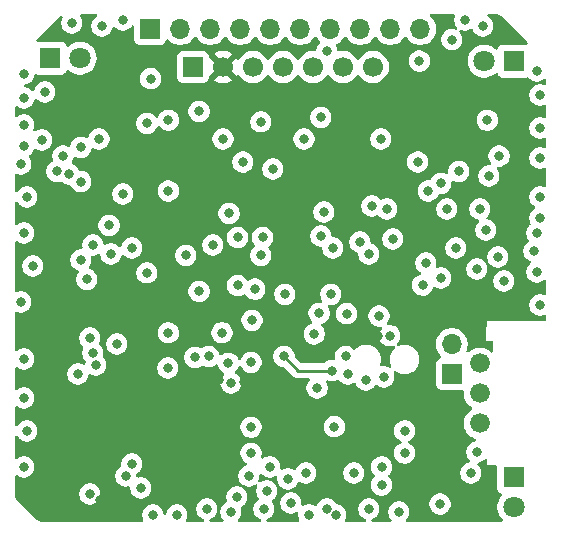
<source format=gbr>
%TF.GenerationSoftware,KiCad,Pcbnew,9.0.1*%
%TF.CreationDate,2025-06-09T14:40:24-04:00*%
%TF.ProjectId,Ceinture_respiration_Main,4365696e-7475-4726-955f-726573706972,1.1*%
%TF.SameCoordinates,Original*%
%TF.FileFunction,Copper,L3,Inr*%
%TF.FilePolarity,Positive*%
%FSLAX46Y46*%
G04 Gerber Fmt 4.6, Leading zero omitted, Abs format (unit mm)*
G04 Created by KiCad (PCBNEW 9.0.1) date 2025-06-09 14:40:24*
%MOMM*%
%LPD*%
G01*
G04 APERTURE LIST*
%TA.AperFunction,ComponentPad*%
%ADD10C,1.676400*%
%TD*%
%TA.AperFunction,ComponentPad*%
%ADD11R,1.800000X1.800000*%
%TD*%
%TA.AperFunction,ComponentPad*%
%ADD12C,1.800000*%
%TD*%
%TA.AperFunction,ComponentPad*%
%ADD13R,1.700000X1.700000*%
%TD*%
%TA.AperFunction,ComponentPad*%
%ADD14C,1.700000*%
%TD*%
%TA.AperFunction,ComponentPad*%
%ADD15O,1.700000X1.700000*%
%TD*%
%TA.AperFunction,ViaPad*%
%ADD16C,0.800000*%
%TD*%
%TA.AperFunction,Conductor*%
%ADD17C,0.500000*%
%TD*%
%TA.AperFunction,Conductor*%
%ADD18C,0.250000*%
%TD*%
G04 APERTURE END LIST*
D10*
%TO.N,/BATTERIE 9V/VBAT*%
%TO.C,S1*%
X39369750Y-29598000D03*
%TO.N,/BATTERIE 9V/BAT+_PROT*%
X39369750Y-32138000D03*
%TO.N,unconnected-(S1-PadS)*%
X39369750Y-34678000D03*
%TD*%
D11*
%TO.N,GND*%
%TO.C,D5*%
X42250000Y-39225000D03*
D12*
%TO.N,Net-(D5-A)*%
X42250000Y-41765000D03*
%TD*%
D11*
%TO.N,GND*%
%TO.C,D2*%
X2975000Y-3750000D03*
D12*
%TO.N,Net-(D2-A)*%
X5515000Y-3750000D03*
%TD*%
D11*
%TO.N,GND*%
%TO.C,D1*%
X42275000Y-4000000D03*
D12*
%TO.N,Net-(D1-A)*%
X39735000Y-4000000D03*
%TD*%
D13*
%TO.N,GND*%
%TO.C,J8*%
X15090000Y-4500000D03*
D14*
%TO.N,+3.3V*%
X17630000Y-4500000D03*
%TO.N,/DEVICES/SCK*%
X20170000Y-4500000D03*
%TO.N,/DEVICES/MOSI*%
X22710000Y-4500000D03*
%TO.N,/DEVICES/OLED_RST*%
X25250000Y-4500000D03*
%TO.N,/DEVICES/OLED_DC*%
X27790000Y-4500000D03*
%TO.N,/DEVICES/OLED_CS*%
X30330000Y-4500000D03*
%TD*%
D13*
%TO.N,GND*%
%TO.C,J2*%
X11460000Y-1270000D03*
D15*
%TO.N,Net-(J2-Pin_2)*%
X14000000Y-1270000D03*
%TO.N,/MCU/EXT1*%
X16540000Y-1270000D03*
%TO.N,/MCU/EXT2*%
X19080000Y-1270000D03*
%TO.N,/MCU/EXT3*%
X21620000Y-1270000D03*
%TO.N,/MCU/EXT4*%
X24160000Y-1270000D03*
%TO.N,/SDA*%
X26700000Y-1270000D03*
%TO.N,/SCL*%
X29240000Y-1270000D03*
%TO.N,Net-(J2-Pin_9)*%
X31780000Y-1270000D03*
%TO.N,Net-(J2-Pin_10)*%
X34320000Y-1270000D03*
%TD*%
D13*
%TO.N,/BATTERIE 9V/BAT+*%
%TO.C,J11*%
X37000000Y-30500000D03*
D15*
%TO.N,GND*%
X37000000Y-27960000D03*
%TD*%
D16*
%TO.N,/DEVICES/LED2*%
X7116299Y-10585500D03*
X17623301Y-10585500D03*
%TO.N,/MCU/EXT4*%
X22860000Y-23750000D03*
%TO.N,GND*%
X9906000Y-19812000D03*
X31496000Y-16510000D03*
X21336000Y-40386000D03*
X12954000Y-29972000D03*
X39370000Y-16510000D03*
X44196000Y-21844000D03*
X43942000Y-20066000D03*
X9144000Y-508000D03*
X9144000Y-15240000D03*
X26924000Y-19812000D03*
X40000000Y-9000000D03*
X7366000Y-1016000D03*
X13000000Y-9000000D03*
X29718000Y-30988000D03*
X23368000Y-41402000D03*
X44450000Y-9652000D03*
X8128000Y-20320000D03*
X31050000Y-38354000D03*
X25908000Y-18796000D03*
X23114000Y-39370000D03*
X32512000Y-42164000D03*
X762000Y-38354000D03*
X37338000Y-19812000D03*
X34798000Y-21082000D03*
X24638000Y-38862000D03*
X39116000Y-37084000D03*
X16256000Y-41910000D03*
X34250000Y-4000000D03*
X16764000Y-19558000D03*
X41402000Y-22606000D03*
X31242000Y-30734000D03*
X31050000Y-39900000D03*
X29972000Y-41910000D03*
X2540000Y-6604000D03*
X11684000Y-42418000D03*
X32004000Y-19050000D03*
X36068000Y-22352000D03*
X8636000Y-27940000D03*
X508000Y-24384000D03*
X6350000Y-27432000D03*
X18288000Y-42164000D03*
X1524000Y-21336000D03*
X762000Y-9398000D03*
X1016000Y-35306000D03*
X38608000Y-38862000D03*
X9398000Y-39116000D03*
X29210000Y-19304000D03*
X4826000Y-762000D03*
X44450000Y-6858000D03*
X44450000Y-24638000D03*
X38100000Y-508000D03*
X44450000Y-15494000D03*
X21590000Y-38354000D03*
X9906000Y-38100000D03*
X44196000Y-4826000D03*
X28194000Y-30480000D03*
X28702000Y-38862000D03*
X13716000Y-42418000D03*
X18796000Y-40894000D03*
X44450000Y-12192000D03*
X26416000Y-41910000D03*
X39878000Y-18288000D03*
X762000Y-5080000D03*
X762000Y-7112000D03*
X762000Y-32512000D03*
X30226000Y-16256000D03*
X24892000Y-42418000D03*
X6858000Y-29718000D03*
X26162000Y-16764000D03*
X27050000Y-34950000D03*
X762000Y-18542000D03*
X508000Y-12700000D03*
X44450000Y-17272000D03*
X29972000Y-20320000D03*
X6350000Y-40640000D03*
X18300000Y-31250000D03*
X2286000Y-10668000D03*
X27178000Y-42418000D03*
X5334000Y-30480000D03*
X5588000Y-20828000D03*
X44196000Y-18542000D03*
X6604000Y-19558000D03*
X1016000Y-15494000D03*
X6604000Y-28702000D03*
X10668000Y-40132000D03*
X20000000Y-29500000D03*
X40132000Y-13716000D03*
X39116000Y-21590000D03*
X762000Y-11176000D03*
X36000000Y-41500000D03*
X40894000Y-20574000D03*
X19812000Y-39116000D03*
X36576000Y-16510000D03*
X21082000Y-41910000D03*
X39624000Y-1016000D03*
X762000Y-29210000D03*
%TO.N,/DEVICES/LED1*%
X15600000Y-8262000D03*
X37000000Y-2175000D03*
%TO.N,/MCU/EXT3*%
X28000000Y-29000000D03*
X20320000Y-23300500D03*
X25760000Y-25350000D03*
%TO.N,/DEVICES/SD_DETECT*%
X14475000Y-20454000D03*
X20828000Y-20454000D03*
%TO.N,/DEVICES/BUZZER*%
X24485600Y-10585500D03*
X30988000Y-10585500D03*
%TO.N,/DEVICES/MISO*%
X41000000Y-12034500D03*
X4064000Y-12034500D03*
%TO.N,/DEVICES/SCK*%
X3556000Y-13342000D03*
X19304000Y-12542500D03*
X34104500Y-12542500D03*
%TO.N,+3.3V*%
X26725000Y-33125000D03*
X37592000Y-24130000D03*
X32750000Y-4500000D03*
X7224356Y-41124259D03*
X19400000Y-31200000D03*
X21300000Y-27102200D03*
X30750000Y-27250000D03*
X6700500Y-36000000D03*
X17300000Y-31000000D03*
%TO.N,/DEVICES/BTN4*%
X7980000Y-17914000D03*
%TO.N,/DEVICES/SD_CS*%
X5588000Y-14200498D03*
X36068000Y-14358000D03*
%TO.N,/SDA*%
X25908000Y-8770000D03*
X18075109Y-29576416D03*
X31750000Y-27250000D03*
%TO.N,/SCL*%
X20986500Y-18930000D03*
X20079300Y-25949191D03*
X20828000Y-9136000D03*
X17541052Y-26997488D03*
X18864500Y-22994000D03*
X16408400Y-29001700D03*
X26750000Y-23750000D03*
X18864500Y-18930000D03*
%TO.N,/MCU/EXT1*%
X15240000Y-29090000D03*
X30835600Y-25584800D03*
%TO.N,/MCU/EXT2*%
X28092400Y-25381600D03*
X26416000Y-3182000D03*
%TO.N,+5V*%
X33000000Y-37195901D03*
X13000000Y-27000000D03*
X33000000Y-35296901D03*
X20000000Y-37195901D03*
X35000000Y-15000000D03*
X13000000Y-15000000D03*
X20000000Y-35000000D03*
%TO.N,/DEVICES/BTN3*%
X5588000Y-11310000D03*
%TO.N,Net-(D3-A)*%
X25593426Y-31671488D03*
X25350000Y-27102200D03*
%TO.N,/DEVICES/BTN1*%
X18140000Y-16898000D03*
%TO.N,/DEVICES/BTN2*%
X15600000Y-23502000D03*
%TO.N,Net-(Q1-B)*%
X22777504Y-29002199D03*
X26844653Y-30194653D03*
%TO.N,/DEVICES/MOSI*%
X21844000Y-13125500D03*
X37592000Y-13342000D03*
X4572000Y-13558500D03*
%TO.N,/BATTERIE 9V/VBAT*%
X11176000Y-21919000D03*
X11500000Y-5475000D03*
X34525000Y-22975000D03*
X11176000Y-9278000D03*
X6096000Y-22486000D03*
%TD*%
D17*
%TO.N,+3.3V*%
X19000000Y-6500000D02*
X19000000Y-5870000D01*
X30500000Y-6500000D02*
X32500000Y-4500000D01*
D18*
X26725000Y-33125000D02*
X21325000Y-33125000D01*
X21325000Y-33125000D02*
X19400000Y-31200000D01*
D17*
X30500000Y-6500000D02*
X19000000Y-6500000D01*
X19000000Y-5870000D02*
X17630000Y-4500000D01*
X32500000Y-4500000D02*
X32750000Y-4500000D01*
D18*
%TO.N,Net-(Q1-B)*%
X26844653Y-30194653D02*
X23969958Y-30194653D01*
X23969958Y-30194653D02*
X22777504Y-29002199D01*
%TD*%
%TA.AperFunction,Conductor*%
%TO.N,+3.3V*%
G36*
X6923210Y-20185D02*
G01*
X6968965Y-72989D01*
X6978909Y-142147D01*
X6949884Y-205703D01*
X6925062Y-227602D01*
X6791965Y-316535D01*
X6791961Y-316538D01*
X6666538Y-441961D01*
X6666535Y-441965D01*
X6567990Y-589446D01*
X6567983Y-589459D01*
X6500106Y-753332D01*
X6500103Y-753341D01*
X6465500Y-927304D01*
X6465500Y-1104695D01*
X6500103Y-1278658D01*
X6500106Y-1278667D01*
X6567983Y-1442540D01*
X6567990Y-1442553D01*
X6666535Y-1590034D01*
X6666538Y-1590038D01*
X6791961Y-1715461D01*
X6791965Y-1715464D01*
X6939446Y-1814009D01*
X6939459Y-1814016D01*
X7062363Y-1864923D01*
X7103334Y-1881894D01*
X7103336Y-1881894D01*
X7103341Y-1881896D01*
X7277304Y-1916499D01*
X7277307Y-1916500D01*
X7277309Y-1916500D01*
X7454693Y-1916500D01*
X7454694Y-1916499D01*
X7530287Y-1901463D01*
X7628658Y-1881896D01*
X7628661Y-1881894D01*
X7628666Y-1881894D01*
X7792547Y-1814013D01*
X7940035Y-1715464D01*
X8065464Y-1590035D01*
X8164013Y-1442547D01*
X8231894Y-1278666D01*
X8254539Y-1164821D01*
X8286922Y-1102915D01*
X8347638Y-1068341D01*
X8417407Y-1072080D01*
X8463836Y-1101336D01*
X8569961Y-1207461D01*
X8569965Y-1207464D01*
X8717446Y-1306009D01*
X8717459Y-1306016D01*
X8812253Y-1345280D01*
X8881334Y-1373894D01*
X8881336Y-1373894D01*
X8881341Y-1373896D01*
X9055304Y-1408499D01*
X9055307Y-1408500D01*
X9055309Y-1408500D01*
X9232693Y-1408500D01*
X9232694Y-1408499D01*
X9290682Y-1396964D01*
X9406658Y-1373896D01*
X9406661Y-1373894D01*
X9406666Y-1373894D01*
X9570547Y-1306013D01*
X9718035Y-1207464D01*
X9843464Y-1082035D01*
X9882398Y-1023765D01*
X9936009Y-978961D01*
X10005334Y-970254D01*
X10068362Y-1000408D01*
X10105082Y-1059851D01*
X10109500Y-1092657D01*
X10109500Y-2167870D01*
X10109501Y-2167876D01*
X10115908Y-2227483D01*
X10166202Y-2362328D01*
X10166206Y-2362335D01*
X10252452Y-2477544D01*
X10252455Y-2477547D01*
X10367664Y-2563793D01*
X10367671Y-2563797D01*
X10502517Y-2614091D01*
X10502516Y-2614091D01*
X10509444Y-2614835D01*
X10562127Y-2620500D01*
X12357872Y-2620499D01*
X12417483Y-2614091D01*
X12552331Y-2563796D01*
X12667546Y-2477546D01*
X12753796Y-2362331D01*
X12802810Y-2230916D01*
X12844681Y-2174984D01*
X12910145Y-2150566D01*
X12978418Y-2165417D01*
X13006673Y-2186569D01*
X13120213Y-2300109D01*
X13292179Y-2425048D01*
X13292181Y-2425049D01*
X13292184Y-2425051D01*
X13481588Y-2521557D01*
X13683757Y-2587246D01*
X13893713Y-2620500D01*
X13893714Y-2620500D01*
X14106286Y-2620500D01*
X14106287Y-2620500D01*
X14316243Y-2587246D01*
X14518412Y-2521557D01*
X14707816Y-2425051D01*
X14794138Y-2362335D01*
X14879786Y-2300109D01*
X14879788Y-2300106D01*
X14879792Y-2300104D01*
X15030104Y-2149792D01*
X15030106Y-2149788D01*
X15030109Y-2149786D01*
X15155048Y-1977820D01*
X15155047Y-1977820D01*
X15155051Y-1977816D01*
X15159514Y-1969054D01*
X15207488Y-1918259D01*
X15275308Y-1901463D01*
X15341444Y-1923999D01*
X15380486Y-1969056D01*
X15384951Y-1977820D01*
X15509890Y-2149786D01*
X15660213Y-2300109D01*
X15832179Y-2425048D01*
X15832181Y-2425049D01*
X15832184Y-2425051D01*
X16021588Y-2521557D01*
X16223757Y-2587246D01*
X16433713Y-2620500D01*
X16433714Y-2620500D01*
X16646286Y-2620500D01*
X16646287Y-2620500D01*
X16856243Y-2587246D01*
X17058412Y-2521557D01*
X17247816Y-2425051D01*
X17334138Y-2362335D01*
X17419786Y-2300109D01*
X17419788Y-2300106D01*
X17419792Y-2300104D01*
X17570104Y-2149792D01*
X17570106Y-2149788D01*
X17570109Y-2149786D01*
X17695048Y-1977820D01*
X17695047Y-1977820D01*
X17695051Y-1977816D01*
X17699514Y-1969054D01*
X17747488Y-1918259D01*
X17815308Y-1901463D01*
X17881444Y-1923999D01*
X17920486Y-1969056D01*
X17924951Y-1977820D01*
X18049890Y-2149786D01*
X18200213Y-2300109D01*
X18372179Y-2425048D01*
X18372181Y-2425049D01*
X18372184Y-2425051D01*
X18561588Y-2521557D01*
X18763757Y-2587246D01*
X18973713Y-2620500D01*
X18973714Y-2620500D01*
X19186286Y-2620500D01*
X19186287Y-2620500D01*
X19396243Y-2587246D01*
X19598412Y-2521557D01*
X19787816Y-2425051D01*
X19874138Y-2362335D01*
X19959786Y-2300109D01*
X19959788Y-2300106D01*
X19959792Y-2300104D01*
X20110104Y-2149792D01*
X20110106Y-2149788D01*
X20110109Y-2149786D01*
X20235048Y-1977820D01*
X20235047Y-1977820D01*
X20235051Y-1977816D01*
X20239514Y-1969054D01*
X20287488Y-1918259D01*
X20355308Y-1901463D01*
X20421444Y-1923999D01*
X20460486Y-1969056D01*
X20464951Y-1977820D01*
X20589890Y-2149786D01*
X20740213Y-2300109D01*
X20912179Y-2425048D01*
X20912181Y-2425049D01*
X20912184Y-2425051D01*
X21101588Y-2521557D01*
X21303757Y-2587246D01*
X21513713Y-2620500D01*
X21513714Y-2620500D01*
X21726286Y-2620500D01*
X21726287Y-2620500D01*
X21936243Y-2587246D01*
X22138412Y-2521557D01*
X22327816Y-2425051D01*
X22414138Y-2362335D01*
X22499786Y-2300109D01*
X22499788Y-2300106D01*
X22499792Y-2300104D01*
X22650104Y-2149792D01*
X22650106Y-2149788D01*
X22650109Y-2149786D01*
X22775048Y-1977820D01*
X22775047Y-1977820D01*
X22775051Y-1977816D01*
X22779514Y-1969054D01*
X22827488Y-1918259D01*
X22895308Y-1901463D01*
X22961444Y-1923999D01*
X23000486Y-1969056D01*
X23004951Y-1977820D01*
X23129890Y-2149786D01*
X23280213Y-2300109D01*
X23452179Y-2425048D01*
X23452181Y-2425049D01*
X23452184Y-2425051D01*
X23641588Y-2521557D01*
X23843757Y-2587246D01*
X24053713Y-2620500D01*
X24053714Y-2620500D01*
X24266286Y-2620500D01*
X24266287Y-2620500D01*
X24476243Y-2587246D01*
X24678412Y-2521557D01*
X24867816Y-2425051D01*
X24954138Y-2362335D01*
X25039786Y-2300109D01*
X25039788Y-2300106D01*
X25039792Y-2300104D01*
X25190104Y-2149792D01*
X25190106Y-2149788D01*
X25190109Y-2149786D01*
X25315048Y-1977820D01*
X25315047Y-1977820D01*
X25315051Y-1977816D01*
X25319514Y-1969054D01*
X25367488Y-1918259D01*
X25435308Y-1901463D01*
X25501444Y-1923999D01*
X25540486Y-1969056D01*
X25544951Y-1977820D01*
X25669890Y-2149786D01*
X25820209Y-2300105D01*
X25821006Y-2300684D01*
X25821236Y-2300982D01*
X25823921Y-2303276D01*
X25823439Y-2303839D01*
X25863676Y-2356010D01*
X25869661Y-2425623D01*
X25837061Y-2487421D01*
X25835811Y-2488689D01*
X25716534Y-2607965D01*
X25617990Y-2755446D01*
X25617983Y-2755459D01*
X25550106Y-2919332D01*
X25550104Y-2919340D01*
X25523060Y-3055298D01*
X25490675Y-3117209D01*
X25429959Y-3151783D01*
X25382048Y-3153580D01*
X25375439Y-3152533D01*
X25356287Y-3149500D01*
X25143713Y-3149500D01*
X25095042Y-3157208D01*
X24933760Y-3182753D01*
X24731585Y-3248444D01*
X24542179Y-3344951D01*
X24370213Y-3469890D01*
X24219890Y-3620213D01*
X24094949Y-3792182D01*
X24090484Y-3800946D01*
X24042509Y-3851742D01*
X23974688Y-3868536D01*
X23908553Y-3845998D01*
X23869516Y-3800946D01*
X23865050Y-3792182D01*
X23740109Y-3620213D01*
X23589786Y-3469890D01*
X23417820Y-3344951D01*
X23228414Y-3248444D01*
X23228413Y-3248443D01*
X23228412Y-3248443D01*
X23026243Y-3182754D01*
X23026241Y-3182753D01*
X23026240Y-3182753D01*
X22864957Y-3157208D01*
X22816287Y-3149500D01*
X22603713Y-3149500D01*
X22555042Y-3157208D01*
X22393760Y-3182753D01*
X22191585Y-3248444D01*
X22002179Y-3344951D01*
X21830213Y-3469890D01*
X21679890Y-3620213D01*
X21554949Y-3792182D01*
X21550484Y-3800946D01*
X21502509Y-3851742D01*
X21434688Y-3868536D01*
X21368553Y-3845998D01*
X21329516Y-3800946D01*
X21325050Y-3792182D01*
X21200109Y-3620213D01*
X21049786Y-3469890D01*
X20877820Y-3344951D01*
X20688414Y-3248444D01*
X20688413Y-3248443D01*
X20688412Y-3248443D01*
X20486243Y-3182754D01*
X20486241Y-3182753D01*
X20486240Y-3182753D01*
X20324957Y-3157208D01*
X20276287Y-3149500D01*
X20063713Y-3149500D01*
X20015042Y-3157208D01*
X19853760Y-3182753D01*
X19651585Y-3248444D01*
X19462179Y-3344951D01*
X19290213Y-3469890D01*
X19139890Y-3620213D01*
X19014949Y-3792182D01*
X19010202Y-3801499D01*
X18962227Y-3852293D01*
X18894405Y-3869087D01*
X18828271Y-3846548D01*
X18789234Y-3801495D01*
X18784626Y-3792452D01*
X18745270Y-3738282D01*
X18745269Y-3738282D01*
X18112962Y-4370590D01*
X18095925Y-4307007D01*
X18030099Y-4192993D01*
X17937007Y-4099901D01*
X17822993Y-4034075D01*
X17759409Y-4017037D01*
X18391716Y-3384728D01*
X18337550Y-3345375D01*
X18148217Y-3248904D01*
X17946129Y-3183242D01*
X17736246Y-3150000D01*
X17523754Y-3150000D01*
X17313872Y-3183242D01*
X17313869Y-3183242D01*
X17111782Y-3248904D01*
X16922439Y-3345380D01*
X16868282Y-3384727D01*
X16868282Y-3384728D01*
X17500591Y-4017037D01*
X17437007Y-4034075D01*
X17322993Y-4099901D01*
X17229901Y-4192993D01*
X17164075Y-4307007D01*
X17147037Y-4370591D01*
X16476818Y-3700372D01*
X16443333Y-3639049D01*
X16443330Y-3639036D01*
X16440499Y-3626015D01*
X16440499Y-3602128D01*
X16434091Y-3542517D01*
X16390620Y-3425965D01*
X16383798Y-3407673D01*
X16383793Y-3407664D01*
X16297547Y-3292455D01*
X16297544Y-3292452D01*
X16182335Y-3206206D01*
X16182328Y-3206202D01*
X16047482Y-3155908D01*
X16047483Y-3155908D01*
X15987883Y-3149501D01*
X15987881Y-3149500D01*
X15987873Y-3149500D01*
X15987864Y-3149500D01*
X14192129Y-3149500D01*
X14192123Y-3149501D01*
X14132516Y-3155908D01*
X13997671Y-3206202D01*
X13997664Y-3206206D01*
X13882455Y-3292452D01*
X13882452Y-3292455D01*
X13796206Y-3407664D01*
X13796202Y-3407671D01*
X13745908Y-3542517D01*
X13739501Y-3602116D01*
X13739500Y-3602135D01*
X13739500Y-5397870D01*
X13739501Y-5397876D01*
X13745908Y-5457483D01*
X13796202Y-5592328D01*
X13796206Y-5592335D01*
X13882452Y-5707544D01*
X13882455Y-5707547D01*
X13997664Y-5793793D01*
X13997671Y-5793797D01*
X14132517Y-5844091D01*
X14132516Y-5844091D01*
X14139444Y-5844835D01*
X14192127Y-5850500D01*
X15987872Y-5850499D01*
X16047483Y-5844091D01*
X16182331Y-5793796D01*
X16297546Y-5707546D01*
X16383796Y-5592331D01*
X16434091Y-5457483D01*
X16440500Y-5397873D01*
X16440499Y-5373979D01*
X16443330Y-5360963D01*
X16453940Y-5341525D01*
X16460179Y-5320275D01*
X16476803Y-5299643D01*
X16476808Y-5299636D01*
X16476811Y-5299634D01*
X16476818Y-5299626D01*
X17147037Y-4629408D01*
X17164075Y-4692993D01*
X17229901Y-4807007D01*
X17322993Y-4900099D01*
X17437007Y-4965925D01*
X17500590Y-4982962D01*
X16868282Y-5615269D01*
X16868282Y-5615270D01*
X16922449Y-5654624D01*
X17111782Y-5751095D01*
X17313870Y-5816757D01*
X17523754Y-5850000D01*
X17736246Y-5850000D01*
X17946127Y-5816757D01*
X17946130Y-5816757D01*
X18148217Y-5751095D01*
X18337554Y-5654622D01*
X18391716Y-5615270D01*
X18391717Y-5615270D01*
X17759408Y-4982962D01*
X17822993Y-4965925D01*
X17937007Y-4900099D01*
X18030099Y-4807007D01*
X18095925Y-4692993D01*
X18112962Y-4629409D01*
X18745270Y-5261717D01*
X18745270Y-5261716D01*
X18784622Y-5207555D01*
X18789232Y-5198507D01*
X18837205Y-5147709D01*
X18905025Y-5130912D01*
X18971161Y-5153447D01*
X19010204Y-5198504D01*
X19014949Y-5207817D01*
X19139890Y-5379786D01*
X19290213Y-5530109D01*
X19462179Y-5655048D01*
X19462181Y-5655049D01*
X19462184Y-5655051D01*
X19651588Y-5751557D01*
X19853757Y-5817246D01*
X20063713Y-5850500D01*
X20063714Y-5850500D01*
X20276286Y-5850500D01*
X20276287Y-5850500D01*
X20486243Y-5817246D01*
X20688412Y-5751557D01*
X20877816Y-5655051D01*
X20920532Y-5624016D01*
X21049786Y-5530109D01*
X21049788Y-5530106D01*
X21049792Y-5530104D01*
X21200104Y-5379792D01*
X21200106Y-5379788D01*
X21200109Y-5379786D01*
X21321763Y-5212341D01*
X21325051Y-5207816D01*
X21329514Y-5199054D01*
X21377488Y-5148259D01*
X21445308Y-5131463D01*
X21511444Y-5153999D01*
X21550486Y-5199056D01*
X21554951Y-5207820D01*
X21679890Y-5379786D01*
X21830213Y-5530109D01*
X22002179Y-5655048D01*
X22002181Y-5655049D01*
X22002184Y-5655051D01*
X22191588Y-5751557D01*
X22393757Y-5817246D01*
X22603713Y-5850500D01*
X22603714Y-5850500D01*
X22816286Y-5850500D01*
X22816287Y-5850500D01*
X23026243Y-5817246D01*
X23228412Y-5751557D01*
X23417816Y-5655051D01*
X23460532Y-5624016D01*
X23589786Y-5530109D01*
X23589788Y-5530106D01*
X23589792Y-5530104D01*
X23740104Y-5379792D01*
X23740106Y-5379788D01*
X23740109Y-5379786D01*
X23861763Y-5212341D01*
X23865051Y-5207816D01*
X23869514Y-5199054D01*
X23917488Y-5148259D01*
X23985308Y-5131463D01*
X24051444Y-5153999D01*
X24090486Y-5199056D01*
X24094951Y-5207820D01*
X24219890Y-5379786D01*
X24370213Y-5530109D01*
X24542179Y-5655048D01*
X24542181Y-5655049D01*
X24542184Y-5655051D01*
X24731588Y-5751557D01*
X24933757Y-5817246D01*
X25143713Y-5850500D01*
X25143714Y-5850500D01*
X25356286Y-5850500D01*
X25356287Y-5850500D01*
X25566243Y-5817246D01*
X25768412Y-5751557D01*
X25957816Y-5655051D01*
X26000532Y-5624016D01*
X26129786Y-5530109D01*
X26129788Y-5530106D01*
X26129792Y-5530104D01*
X26280104Y-5379792D01*
X26280106Y-5379788D01*
X26280109Y-5379786D01*
X26401763Y-5212341D01*
X26405051Y-5207816D01*
X26409514Y-5199054D01*
X26457488Y-5148259D01*
X26525308Y-5131463D01*
X26591444Y-5153999D01*
X26630486Y-5199056D01*
X26634951Y-5207820D01*
X26759890Y-5379786D01*
X26910213Y-5530109D01*
X27082179Y-5655048D01*
X27082181Y-5655049D01*
X27082184Y-5655051D01*
X27271588Y-5751557D01*
X27473757Y-5817246D01*
X27683713Y-5850500D01*
X27683714Y-5850500D01*
X27896286Y-5850500D01*
X27896287Y-5850500D01*
X28106243Y-5817246D01*
X28308412Y-5751557D01*
X28497816Y-5655051D01*
X28540532Y-5624016D01*
X28669786Y-5530109D01*
X28669788Y-5530106D01*
X28669792Y-5530104D01*
X28820104Y-5379792D01*
X28820106Y-5379788D01*
X28820109Y-5379786D01*
X28941763Y-5212341D01*
X28945051Y-5207816D01*
X28949514Y-5199054D01*
X28997488Y-5148259D01*
X29065308Y-5131463D01*
X29131444Y-5153999D01*
X29170486Y-5199056D01*
X29174951Y-5207820D01*
X29299890Y-5379786D01*
X29450213Y-5530109D01*
X29622179Y-5655048D01*
X29622181Y-5655049D01*
X29622184Y-5655051D01*
X29811588Y-5751557D01*
X30013757Y-5817246D01*
X30223713Y-5850500D01*
X30223714Y-5850500D01*
X30436286Y-5850500D01*
X30436287Y-5850500D01*
X30646243Y-5817246D01*
X30848412Y-5751557D01*
X31037816Y-5655051D01*
X31080532Y-5624016D01*
X31209786Y-5530109D01*
X31209788Y-5530106D01*
X31209792Y-5530104D01*
X31360104Y-5379792D01*
X31360106Y-5379788D01*
X31360109Y-5379786D01*
X31481763Y-5212341D01*
X31485051Y-5207816D01*
X31581557Y-5018412D01*
X31647246Y-4816243D01*
X31680500Y-4606287D01*
X31680500Y-4393713D01*
X31647246Y-4183757D01*
X31581557Y-3981588D01*
X31570611Y-3960106D01*
X31545748Y-3911309D01*
X31545745Y-3911304D01*
X33349500Y-3911304D01*
X33349500Y-4088695D01*
X33384103Y-4262658D01*
X33384106Y-4262667D01*
X33451983Y-4426540D01*
X33451990Y-4426553D01*
X33550535Y-4574034D01*
X33550538Y-4574038D01*
X33675961Y-4699461D01*
X33675965Y-4699464D01*
X33823446Y-4798009D01*
X33823459Y-4798016D01*
X33946363Y-4848923D01*
X33987334Y-4865894D01*
X33987336Y-4865894D01*
X33987341Y-4865896D01*
X34161304Y-4900499D01*
X34161307Y-4900500D01*
X34161309Y-4900500D01*
X34338693Y-4900500D01*
X34338694Y-4900499D01*
X34396682Y-4888964D01*
X34512658Y-4865896D01*
X34512661Y-4865894D01*
X34512666Y-4865894D01*
X34676547Y-4798013D01*
X34824035Y-4699464D01*
X34949464Y-4574035D01*
X35048013Y-4426547D01*
X35115894Y-4262666D01*
X35116851Y-4257858D01*
X35150499Y-4088695D01*
X35150500Y-4088693D01*
X35150500Y-3911306D01*
X35150499Y-3911304D01*
X35115896Y-3737341D01*
X35115893Y-3737332D01*
X35048016Y-3573459D01*
X35048009Y-3573446D01*
X34949464Y-3425965D01*
X34949461Y-3425961D01*
X34824038Y-3300538D01*
X34824034Y-3300535D01*
X34676553Y-3201990D01*
X34676540Y-3201983D01*
X34512667Y-3134106D01*
X34512658Y-3134103D01*
X34338694Y-3099500D01*
X34338691Y-3099500D01*
X34161309Y-3099500D01*
X34161306Y-3099500D01*
X33987341Y-3134103D01*
X33987332Y-3134106D01*
X33823459Y-3201983D01*
X33823446Y-3201990D01*
X33675965Y-3300535D01*
X33675961Y-3300538D01*
X33550538Y-3425961D01*
X33550535Y-3425965D01*
X33451990Y-3573446D01*
X33451983Y-3573459D01*
X33384106Y-3737332D01*
X33384103Y-3737341D01*
X33349500Y-3911304D01*
X31545745Y-3911304D01*
X31485051Y-3792184D01*
X31463435Y-3762432D01*
X31360109Y-3620213D01*
X31209786Y-3469890D01*
X31037820Y-3344951D01*
X30848414Y-3248444D01*
X30848413Y-3248443D01*
X30848412Y-3248443D01*
X30646243Y-3182754D01*
X30646241Y-3182753D01*
X30646240Y-3182753D01*
X30484957Y-3157208D01*
X30436287Y-3149500D01*
X30223713Y-3149500D01*
X30175042Y-3157208D01*
X30013760Y-3182753D01*
X29811585Y-3248444D01*
X29622179Y-3344951D01*
X29450213Y-3469890D01*
X29299890Y-3620213D01*
X29174949Y-3792182D01*
X29170484Y-3800946D01*
X29122509Y-3851742D01*
X29054688Y-3868536D01*
X28988553Y-3845998D01*
X28949516Y-3800946D01*
X28945050Y-3792182D01*
X28820109Y-3620213D01*
X28669786Y-3469890D01*
X28497820Y-3344951D01*
X28308414Y-3248444D01*
X28308413Y-3248443D01*
X28308412Y-3248443D01*
X28106243Y-3182754D01*
X28106241Y-3182753D01*
X28106240Y-3182753D01*
X27944957Y-3157208D01*
X27896287Y-3149500D01*
X27683713Y-3149500D01*
X27613727Y-3160584D01*
X27473755Y-3182754D01*
X27469010Y-3183893D01*
X27468651Y-3182397D01*
X27405600Y-3184184D01*
X27345776Y-3148089D01*
X27315535Y-3088456D01*
X27281896Y-2919341D01*
X27281893Y-2919332D01*
X27214016Y-2755459D01*
X27214012Y-2755452D01*
X27214008Y-2755446D01*
X27176064Y-2698659D01*
X27155187Y-2631983D01*
X27173671Y-2564603D01*
X27222870Y-2519285D01*
X27407816Y-2425051D01*
X27494138Y-2362335D01*
X27579786Y-2300109D01*
X27579788Y-2300106D01*
X27579792Y-2300104D01*
X27730104Y-2149792D01*
X27730106Y-2149788D01*
X27730109Y-2149786D01*
X27855048Y-1977820D01*
X27855047Y-1977820D01*
X27855051Y-1977816D01*
X27859514Y-1969054D01*
X27907488Y-1918259D01*
X27975308Y-1901463D01*
X28041444Y-1923999D01*
X28080486Y-1969056D01*
X28084951Y-1977820D01*
X28209890Y-2149786D01*
X28360213Y-2300109D01*
X28532179Y-2425048D01*
X28532181Y-2425049D01*
X28532184Y-2425051D01*
X28721588Y-2521557D01*
X28923757Y-2587246D01*
X29133713Y-2620500D01*
X29133714Y-2620500D01*
X29346286Y-2620500D01*
X29346287Y-2620500D01*
X29556243Y-2587246D01*
X29758412Y-2521557D01*
X29947816Y-2425051D01*
X30034138Y-2362335D01*
X30119786Y-2300109D01*
X30119788Y-2300106D01*
X30119792Y-2300104D01*
X30270104Y-2149792D01*
X30270106Y-2149788D01*
X30270109Y-2149786D01*
X30395048Y-1977820D01*
X30395047Y-1977820D01*
X30395051Y-1977816D01*
X30399514Y-1969054D01*
X30447488Y-1918259D01*
X30515308Y-1901463D01*
X30581444Y-1923999D01*
X30620486Y-1969056D01*
X30624951Y-1977820D01*
X30749890Y-2149786D01*
X30900213Y-2300109D01*
X31072179Y-2425048D01*
X31072181Y-2425049D01*
X31072184Y-2425051D01*
X31261588Y-2521557D01*
X31463757Y-2587246D01*
X31673713Y-2620500D01*
X31673714Y-2620500D01*
X31886286Y-2620500D01*
X31886287Y-2620500D01*
X32096243Y-2587246D01*
X32298412Y-2521557D01*
X32487816Y-2425051D01*
X32574138Y-2362335D01*
X32659786Y-2300109D01*
X32659788Y-2300106D01*
X32659792Y-2300104D01*
X32810104Y-2149792D01*
X32810106Y-2149788D01*
X32810109Y-2149786D01*
X32935048Y-1977820D01*
X32935047Y-1977820D01*
X32935051Y-1977816D01*
X32939514Y-1969054D01*
X32987488Y-1918259D01*
X33055308Y-1901463D01*
X33121444Y-1923999D01*
X33160486Y-1969056D01*
X33164951Y-1977820D01*
X33289890Y-2149786D01*
X33440213Y-2300109D01*
X33612179Y-2425048D01*
X33612181Y-2425049D01*
X33612184Y-2425051D01*
X33801588Y-2521557D01*
X34003757Y-2587246D01*
X34213713Y-2620500D01*
X34213714Y-2620500D01*
X34426286Y-2620500D01*
X34426287Y-2620500D01*
X34636243Y-2587246D01*
X34838412Y-2521557D01*
X35027816Y-2425051D01*
X35114138Y-2362335D01*
X35199786Y-2300109D01*
X35199788Y-2300106D01*
X35199792Y-2300104D01*
X35350104Y-2149792D01*
X35350106Y-2149788D01*
X35350109Y-2149786D01*
X35475048Y-1977820D01*
X35475047Y-1977820D01*
X35475051Y-1977816D01*
X35571557Y-1788412D01*
X35637246Y-1586243D01*
X35670500Y-1376287D01*
X35670500Y-1163713D01*
X35637246Y-953757D01*
X35571557Y-751588D01*
X35475051Y-562184D01*
X35475049Y-562181D01*
X35475048Y-562179D01*
X35350109Y-390213D01*
X35199792Y-239896D01*
X35195605Y-236854D01*
X35179039Y-224818D01*
X35136374Y-169489D01*
X35130395Y-99876D01*
X35163000Y-38080D01*
X35223839Y-3723D01*
X35251925Y-500D01*
X37149941Y-500D01*
X37216980Y-20185D01*
X37262735Y-72989D01*
X37272679Y-142147D01*
X37264503Y-171946D01*
X37241451Y-227602D01*
X37234105Y-245336D01*
X37234103Y-245341D01*
X37199500Y-419304D01*
X37199500Y-596695D01*
X37234103Y-770658D01*
X37234106Y-770667D01*
X37301983Y-934540D01*
X37301990Y-934553D01*
X37400535Y-1082034D01*
X37400538Y-1082038D01*
X37444854Y-1126354D01*
X37478339Y-1187677D01*
X37473355Y-1257369D01*
X37431483Y-1313302D01*
X37366019Y-1337719D01*
X37309722Y-1328597D01*
X37285333Y-1318495D01*
X37262666Y-1309106D01*
X37262662Y-1309105D01*
X37262658Y-1309103D01*
X37088694Y-1274500D01*
X37088691Y-1274500D01*
X36911309Y-1274500D01*
X36911306Y-1274500D01*
X36737341Y-1309103D01*
X36737332Y-1309106D01*
X36573459Y-1376983D01*
X36573446Y-1376990D01*
X36425965Y-1475535D01*
X36425961Y-1475538D01*
X36300538Y-1600961D01*
X36300535Y-1600965D01*
X36201990Y-1748446D01*
X36201983Y-1748459D01*
X36134106Y-1912332D01*
X36134103Y-1912341D01*
X36099500Y-2086304D01*
X36099500Y-2263695D01*
X36134103Y-2437658D01*
X36134106Y-2437667D01*
X36201983Y-2601540D01*
X36201990Y-2601553D01*
X36300535Y-2749034D01*
X36300538Y-2749038D01*
X36425961Y-2874461D01*
X36425965Y-2874464D01*
X36573446Y-2973009D01*
X36573459Y-2973016D01*
X36677171Y-3015974D01*
X36737334Y-3040894D01*
X36737336Y-3040894D01*
X36737341Y-3040896D01*
X36911304Y-3075499D01*
X36911307Y-3075500D01*
X36911309Y-3075500D01*
X37088693Y-3075500D01*
X37088694Y-3075499D01*
X37190253Y-3055298D01*
X37262658Y-3040896D01*
X37262661Y-3040894D01*
X37262666Y-3040894D01*
X37426547Y-2973013D01*
X37574035Y-2874464D01*
X37699464Y-2749035D01*
X37798013Y-2601547D01*
X37798861Y-2599501D01*
X37811911Y-2567994D01*
X37865894Y-2437666D01*
X37868404Y-2425051D01*
X37900499Y-2263695D01*
X37900500Y-2263693D01*
X37900500Y-2086306D01*
X37900499Y-2086304D01*
X37865896Y-1912341D01*
X37865893Y-1912332D01*
X37798016Y-1748459D01*
X37798009Y-1748446D01*
X37699464Y-1600965D01*
X37699461Y-1600961D01*
X37655145Y-1556645D01*
X37621660Y-1495322D01*
X37626644Y-1425630D01*
X37668516Y-1369697D01*
X37733980Y-1345280D01*
X37790278Y-1354403D01*
X37837334Y-1373894D01*
X37837336Y-1373894D01*
X37837341Y-1373896D01*
X38011304Y-1408499D01*
X38011307Y-1408500D01*
X38011309Y-1408500D01*
X38188693Y-1408500D01*
X38188694Y-1408499D01*
X38246682Y-1396964D01*
X38362658Y-1373896D01*
X38362661Y-1373894D01*
X38362666Y-1373894D01*
X38526547Y-1306013D01*
X38591151Y-1262845D01*
X38657827Y-1241967D01*
X38725207Y-1260451D01*
X38771898Y-1312429D01*
X38774603Y-1318495D01*
X38825983Y-1442540D01*
X38825990Y-1442553D01*
X38924535Y-1590034D01*
X38924538Y-1590038D01*
X39049961Y-1715461D01*
X39049965Y-1715464D01*
X39197446Y-1814009D01*
X39197459Y-1814016D01*
X39320363Y-1864923D01*
X39361334Y-1881894D01*
X39361336Y-1881894D01*
X39361341Y-1881896D01*
X39535304Y-1916499D01*
X39535307Y-1916500D01*
X39535309Y-1916500D01*
X39712693Y-1916500D01*
X39712694Y-1916499D01*
X39788287Y-1901463D01*
X39886658Y-1881896D01*
X39886661Y-1881894D01*
X39886666Y-1881894D01*
X40050547Y-1814013D01*
X40198035Y-1715464D01*
X40323464Y-1590035D01*
X40422013Y-1442547D01*
X40489894Y-1278666D01*
X40493518Y-1260451D01*
X40524499Y-1104695D01*
X40524500Y-1104693D01*
X40524500Y-927306D01*
X40524499Y-927304D01*
X40489896Y-753341D01*
X40489893Y-753332D01*
X40489169Y-751585D01*
X40438723Y-629795D01*
X40422016Y-589459D01*
X40422009Y-589446D01*
X40323464Y-441965D01*
X40323461Y-441961D01*
X40198038Y-316538D01*
X40198034Y-316535D01*
X40064938Y-227602D01*
X40020133Y-173989D01*
X40011426Y-104664D01*
X40041581Y-41637D01*
X40101024Y-4918D01*
X40133829Y-500D01*
X40580914Y-500D01*
X40590640Y-882D01*
X40599307Y-1563D01*
X40726563Y-11577D01*
X40740986Y-13571D01*
X40764074Y-18163D01*
X40768729Y-19185D01*
X40862252Y-41637D01*
X40885162Y-47137D01*
X40903661Y-53147D01*
X41030547Y-105703D01*
X41047860Y-114524D01*
X41150000Y-177113D01*
X41154001Y-179675D01*
X41173551Y-192737D01*
X41185176Y-201538D01*
X41190052Y-205703D01*
X41288755Y-290003D01*
X41295905Y-296612D01*
X43396276Y-2396983D01*
X43429761Y-2458306D01*
X43424777Y-2527998D01*
X43382905Y-2583931D01*
X43317441Y-2608348D01*
X43290258Y-2606160D01*
X43290196Y-2606738D01*
X43222883Y-2599501D01*
X43222881Y-2599500D01*
X43222873Y-2599500D01*
X43222864Y-2599500D01*
X41327129Y-2599500D01*
X41327123Y-2599501D01*
X41267516Y-2605908D01*
X41132671Y-2656202D01*
X41132664Y-2656206D01*
X41017455Y-2742452D01*
X41017452Y-2742455D01*
X40931206Y-2857664D01*
X40931203Y-2857669D01*
X40901398Y-2937581D01*
X40859526Y-2993514D01*
X40794062Y-3017931D01*
X40725789Y-3003079D01*
X40697535Y-2981928D01*
X40647363Y-2931756D01*
X40647358Y-2931752D01*
X40469025Y-2802187D01*
X40469024Y-2802186D01*
X40469022Y-2802185D01*
X40377318Y-2755459D01*
X40272606Y-2702104D01*
X40272603Y-2702103D01*
X40062952Y-2633985D01*
X39954086Y-2616742D01*
X39845222Y-2599500D01*
X39624778Y-2599500D01*
X39568914Y-2608348D01*
X39407047Y-2633985D01*
X39197396Y-2702103D01*
X39197393Y-2702104D01*
X39000974Y-2802187D01*
X38822641Y-2931752D01*
X38822636Y-2931756D01*
X38666756Y-3087636D01*
X38666752Y-3087641D01*
X38537187Y-3265974D01*
X38437104Y-3462393D01*
X38437103Y-3462396D01*
X38368985Y-3672047D01*
X38334500Y-3889778D01*
X38334500Y-4110221D01*
X38368985Y-4327952D01*
X38437103Y-4537603D01*
X38437104Y-4537606D01*
X38505122Y-4671096D01*
X38536189Y-4732068D01*
X38537187Y-4734025D01*
X38666752Y-4912358D01*
X38666756Y-4912363D01*
X38822636Y-5068243D01*
X38822641Y-5068247D01*
X38935854Y-5150500D01*
X39000978Y-5197815D01*
X39126391Y-5261717D01*
X39197393Y-5297895D01*
X39197396Y-5297896D01*
X39274734Y-5323024D01*
X39407049Y-5366015D01*
X39624778Y-5400500D01*
X39624779Y-5400500D01*
X39845221Y-5400500D01*
X39845222Y-5400500D01*
X40062951Y-5366015D01*
X40272606Y-5297895D01*
X40469022Y-5197815D01*
X40647365Y-5068242D01*
X40697536Y-5018070D01*
X40758857Y-4984586D01*
X40828548Y-4989570D01*
X40884482Y-5031441D01*
X40901398Y-5062419D01*
X40931202Y-5142328D01*
X40931206Y-5142335D01*
X41017452Y-5257544D01*
X41017455Y-5257547D01*
X41132664Y-5343793D01*
X41132671Y-5343797D01*
X41267517Y-5394091D01*
X41267516Y-5394091D01*
X41274444Y-5394835D01*
X41327127Y-5400500D01*
X43222872Y-5400499D01*
X43282483Y-5394091D01*
X43359644Y-5365311D01*
X43429333Y-5360328D01*
X43490656Y-5393812D01*
X43493986Y-5397486D01*
X43621961Y-5525461D01*
X43621965Y-5525464D01*
X43769446Y-5624009D01*
X43769459Y-5624016D01*
X43844386Y-5655051D01*
X43933334Y-5691894D01*
X43933336Y-5691894D01*
X43933341Y-5691896D01*
X44107304Y-5726499D01*
X44107307Y-5726500D01*
X44107309Y-5726500D01*
X44254802Y-5726500D01*
X44284691Y-5726500D01*
X44400319Y-5703500D01*
X44458658Y-5691896D01*
X44458661Y-5691894D01*
X44458666Y-5691894D01*
X44622547Y-5624013D01*
X44770035Y-5525464D01*
X44774447Y-5521052D01*
X44787819Y-5507681D01*
X44849142Y-5474196D01*
X44918834Y-5479180D01*
X44974767Y-5521052D01*
X44999184Y-5586516D01*
X44999500Y-5595362D01*
X44999500Y-5925336D01*
X44979815Y-5992375D01*
X44927011Y-6038130D01*
X44857853Y-6048074D01*
X44828049Y-6039898D01*
X44769038Y-6015456D01*
X44712666Y-5992106D01*
X44712662Y-5992105D01*
X44712658Y-5992103D01*
X44538694Y-5957500D01*
X44538691Y-5957500D01*
X44361309Y-5957500D01*
X44284544Y-5972769D01*
X44284527Y-5972772D01*
X44187341Y-5992103D01*
X44187332Y-5992106D01*
X44023459Y-6059983D01*
X44023446Y-6059990D01*
X43875965Y-6158535D01*
X43875961Y-6158538D01*
X43750538Y-6283961D01*
X43750535Y-6283965D01*
X43651990Y-6431446D01*
X43651983Y-6431459D01*
X43584106Y-6595332D01*
X43584103Y-6595341D01*
X43549500Y-6769304D01*
X43549500Y-6946695D01*
X43584103Y-7120658D01*
X43584106Y-7120667D01*
X43651983Y-7284540D01*
X43651990Y-7284553D01*
X43750535Y-7432034D01*
X43750538Y-7432038D01*
X43875961Y-7557461D01*
X43875965Y-7557464D01*
X44023446Y-7656009D01*
X44023459Y-7656016D01*
X44129428Y-7699909D01*
X44187334Y-7723894D01*
X44187336Y-7723894D01*
X44187341Y-7723896D01*
X44361304Y-7758499D01*
X44361307Y-7758500D01*
X44361309Y-7758500D01*
X44538693Y-7758500D01*
X44538694Y-7758499D01*
X44596682Y-7746964D01*
X44712658Y-7723896D01*
X44712661Y-7723894D01*
X44712666Y-7723894D01*
X44799417Y-7687961D01*
X44828048Y-7676102D01*
X44897517Y-7668633D01*
X44959996Y-7699909D01*
X44995648Y-7759998D01*
X44999500Y-7790663D01*
X44999500Y-8719336D01*
X44979815Y-8786375D01*
X44927011Y-8832130D01*
X44857853Y-8842074D01*
X44828049Y-8833898D01*
X44769038Y-8809456D01*
X44712666Y-8786106D01*
X44712662Y-8786105D01*
X44712658Y-8786103D01*
X44538694Y-8751500D01*
X44538691Y-8751500D01*
X44361309Y-8751500D01*
X44361306Y-8751500D01*
X44187341Y-8786103D01*
X44187332Y-8786106D01*
X44023459Y-8853983D01*
X44023446Y-8853990D01*
X43875965Y-8952535D01*
X43875961Y-8952538D01*
X43750538Y-9077961D01*
X43750535Y-9077965D01*
X43651990Y-9225446D01*
X43651983Y-9225459D01*
X43584106Y-9389332D01*
X43584103Y-9389341D01*
X43549500Y-9563304D01*
X43549500Y-9740695D01*
X43584103Y-9914658D01*
X43584106Y-9914667D01*
X43651983Y-10078540D01*
X43651990Y-10078553D01*
X43750535Y-10226034D01*
X43750538Y-10226038D01*
X43875961Y-10351461D01*
X43875965Y-10351464D01*
X44023446Y-10450009D01*
X44023459Y-10450016D01*
X44136430Y-10496809D01*
X44187334Y-10517894D01*
X44187336Y-10517894D01*
X44187341Y-10517896D01*
X44361304Y-10552499D01*
X44361307Y-10552500D01*
X44361309Y-10552500D01*
X44538693Y-10552500D01*
X44538694Y-10552499D01*
X44603372Y-10539634D01*
X44712658Y-10517896D01*
X44712661Y-10517894D01*
X44712666Y-10517894D01*
X44791341Y-10485305D01*
X44828048Y-10470102D01*
X44897517Y-10462633D01*
X44959996Y-10493909D01*
X44995648Y-10553998D01*
X44999500Y-10584663D01*
X44999500Y-11259336D01*
X44979815Y-11326375D01*
X44927011Y-11372130D01*
X44857853Y-11382074D01*
X44828049Y-11373898D01*
X44769038Y-11349456D01*
X44712666Y-11326106D01*
X44712662Y-11326105D01*
X44712658Y-11326103D01*
X44538694Y-11291500D01*
X44538691Y-11291500D01*
X44361309Y-11291500D01*
X44361306Y-11291500D01*
X44187341Y-11326103D01*
X44187332Y-11326106D01*
X44023459Y-11393983D01*
X44023446Y-11393990D01*
X43875965Y-11492535D01*
X43875961Y-11492538D01*
X43750538Y-11617961D01*
X43750535Y-11617965D01*
X43651990Y-11765446D01*
X43651983Y-11765459D01*
X43584106Y-11929332D01*
X43584103Y-11929341D01*
X43549500Y-12103304D01*
X43549500Y-12280695D01*
X43584103Y-12454658D01*
X43584106Y-12454667D01*
X43651983Y-12618540D01*
X43651990Y-12618553D01*
X43750535Y-12766034D01*
X43750538Y-12766038D01*
X43875961Y-12891461D01*
X43875965Y-12891464D01*
X44023446Y-12990009D01*
X44023459Y-12990016D01*
X44136430Y-13036809D01*
X44187334Y-13057894D01*
X44187336Y-13057894D01*
X44187341Y-13057896D01*
X44361304Y-13092499D01*
X44361307Y-13092500D01*
X44361309Y-13092500D01*
X44538693Y-13092500D01*
X44538694Y-13092499D01*
X44604891Y-13079332D01*
X44712658Y-13057896D01*
X44712661Y-13057894D01*
X44712666Y-13057894D01*
X44791341Y-13025305D01*
X44828048Y-13010102D01*
X44897517Y-13002633D01*
X44959996Y-13033909D01*
X44995648Y-13093998D01*
X44999500Y-13124663D01*
X44999500Y-14561336D01*
X44979815Y-14628375D01*
X44927011Y-14674130D01*
X44857853Y-14684074D01*
X44828049Y-14675898D01*
X44769038Y-14651456D01*
X44712666Y-14628106D01*
X44712662Y-14628105D01*
X44712658Y-14628103D01*
X44538694Y-14593500D01*
X44538691Y-14593500D01*
X44361309Y-14593500D01*
X44361306Y-14593500D01*
X44187341Y-14628103D01*
X44187332Y-14628106D01*
X44023459Y-14695983D01*
X44023446Y-14695990D01*
X43875965Y-14794535D01*
X43875961Y-14794538D01*
X43750538Y-14919961D01*
X43750535Y-14919965D01*
X43651990Y-15067446D01*
X43651983Y-15067459D01*
X43584106Y-15231332D01*
X43584103Y-15231341D01*
X43549500Y-15405304D01*
X43549500Y-15582695D01*
X43584103Y-15756658D01*
X43584106Y-15756667D01*
X43651983Y-15920540D01*
X43651990Y-15920553D01*
X43750535Y-16068034D01*
X43750538Y-16068038D01*
X43875961Y-16193461D01*
X43875965Y-16193464D01*
X44005320Y-16279898D01*
X44050125Y-16333511D01*
X44058832Y-16402836D01*
X44028677Y-16465863D01*
X44005320Y-16486102D01*
X43875965Y-16572535D01*
X43875961Y-16572538D01*
X43750538Y-16697961D01*
X43750535Y-16697965D01*
X43651990Y-16845446D01*
X43651983Y-16845459D01*
X43584106Y-17009332D01*
X43584103Y-17009341D01*
X43549500Y-17183304D01*
X43549500Y-17360695D01*
X43584103Y-17534658D01*
X43584106Y-17534667D01*
X43653688Y-17702655D01*
X43661157Y-17772125D01*
X43629881Y-17834604D01*
X43626152Y-17838110D01*
X43626272Y-17838230D01*
X43621967Y-17842534D01*
X43621965Y-17842536D01*
X43569001Y-17895500D01*
X43496534Y-17967966D01*
X43397990Y-18115446D01*
X43397983Y-18115459D01*
X43330106Y-18279332D01*
X43330103Y-18279341D01*
X43295500Y-18453304D01*
X43295500Y-18630695D01*
X43330103Y-18804658D01*
X43330106Y-18804667D01*
X43397983Y-18968540D01*
X43397990Y-18968553D01*
X43496535Y-19116034D01*
X43496983Y-19116580D01*
X43497128Y-19116921D01*
X43499920Y-19121100D01*
X43499127Y-19121629D01*
X43524295Y-19180891D01*
X43512502Y-19249758D01*
X43470019Y-19298345D01*
X43367965Y-19366535D01*
X43367961Y-19366538D01*
X43242538Y-19491961D01*
X43242535Y-19491965D01*
X43143990Y-19639446D01*
X43143983Y-19639459D01*
X43076106Y-19803332D01*
X43076103Y-19803341D01*
X43041500Y-19977304D01*
X43041500Y-20154695D01*
X43076103Y-20328658D01*
X43076106Y-20328667D01*
X43143983Y-20492540D01*
X43143990Y-20492553D01*
X43242535Y-20640034D01*
X43242538Y-20640038D01*
X43367961Y-20765461D01*
X43367965Y-20765464D01*
X43515446Y-20864009D01*
X43515459Y-20864016D01*
X43626044Y-20909821D01*
X43680448Y-20953661D01*
X43702513Y-21019955D01*
X43685234Y-21087655D01*
X43647485Y-21127483D01*
X43621964Y-21144536D01*
X43621961Y-21144538D01*
X43496538Y-21269961D01*
X43496535Y-21269965D01*
X43397990Y-21417446D01*
X43397983Y-21417459D01*
X43330106Y-21581332D01*
X43330103Y-21581341D01*
X43295500Y-21755304D01*
X43295500Y-21932695D01*
X43330103Y-22106658D01*
X43330106Y-22106667D01*
X43397983Y-22270540D01*
X43397990Y-22270553D01*
X43496535Y-22418034D01*
X43496538Y-22418038D01*
X43621961Y-22543461D01*
X43621965Y-22543464D01*
X43769446Y-22642009D01*
X43769459Y-22642016D01*
X43892363Y-22692923D01*
X43933334Y-22709894D01*
X43933336Y-22709894D01*
X43933341Y-22709896D01*
X44107304Y-22744499D01*
X44107307Y-22744500D01*
X44107309Y-22744500D01*
X44284693Y-22744500D01*
X44284694Y-22744499D01*
X44350891Y-22731332D01*
X44458658Y-22709896D01*
X44458661Y-22709894D01*
X44458666Y-22709894D01*
X44622547Y-22642013D01*
X44770035Y-22543464D01*
X44774447Y-22539052D01*
X44787819Y-22525681D01*
X44849142Y-22492196D01*
X44918834Y-22497180D01*
X44974767Y-22539052D01*
X44999184Y-22604516D01*
X44999500Y-22613362D01*
X44999500Y-23705336D01*
X44979815Y-23772375D01*
X44927011Y-23818130D01*
X44857853Y-23828074D01*
X44828049Y-23819898D01*
X44769038Y-23795456D01*
X44712666Y-23772106D01*
X44712662Y-23772105D01*
X44712658Y-23772103D01*
X44538694Y-23737500D01*
X44538691Y-23737500D01*
X44361309Y-23737500D01*
X44361306Y-23737500D01*
X44187341Y-23772103D01*
X44187332Y-23772106D01*
X44023459Y-23839983D01*
X44023446Y-23839990D01*
X43875965Y-23938535D01*
X43875961Y-23938538D01*
X43750538Y-24063961D01*
X43750535Y-24063965D01*
X43651990Y-24211446D01*
X43651983Y-24211459D01*
X43584106Y-24375332D01*
X43584103Y-24375341D01*
X43549500Y-24549304D01*
X43549500Y-24726695D01*
X43584103Y-24900658D01*
X43584106Y-24900667D01*
X43651983Y-25064540D01*
X43651990Y-25064553D01*
X43750535Y-25212034D01*
X43750538Y-25212038D01*
X43875961Y-25337461D01*
X43875965Y-25337464D01*
X44023446Y-25436009D01*
X44023459Y-25436016D01*
X44106208Y-25470291D01*
X44187334Y-25503894D01*
X44187336Y-25503894D01*
X44187341Y-25503896D01*
X44361304Y-25538499D01*
X44361307Y-25538500D01*
X44361309Y-25538500D01*
X44538693Y-25538500D01*
X44538694Y-25538499D01*
X44618404Y-25522644D01*
X44712658Y-25503896D01*
X44712661Y-25503894D01*
X44712666Y-25503894D01*
X44793792Y-25470291D01*
X44828048Y-25456102D01*
X44897517Y-25448633D01*
X44959996Y-25479909D01*
X44995648Y-25539998D01*
X44999500Y-25570663D01*
X44999500Y-25917500D01*
X44979815Y-25984539D01*
X44927011Y-26030294D01*
X44875500Y-26041500D01*
X40004542Y-26041500D01*
X40004250Y-26041792D01*
X40004250Y-26425500D01*
X39984565Y-26492539D01*
X39931761Y-26538294D01*
X39880250Y-26549500D01*
X39877542Y-26549500D01*
X39877250Y-26549792D01*
X39877250Y-26549793D01*
X39877250Y-27692793D01*
X39877250Y-27693207D01*
X39877543Y-27693500D01*
X40388250Y-27693500D01*
X40455289Y-27713185D01*
X40501044Y-27765989D01*
X40512250Y-27817500D01*
X40512250Y-28547929D01*
X40492565Y-28614968D01*
X40439761Y-28660723D01*
X40370603Y-28670667D01*
X40307047Y-28641642D01*
X40300569Y-28635610D01*
X40241849Y-28576890D01*
X40071385Y-28453043D01*
X40071384Y-28453042D01*
X40071382Y-28453041D01*
X39990809Y-28411987D01*
X39883637Y-28357379D01*
X39683230Y-28292262D01*
X39475113Y-28259300D01*
X39475108Y-28259300D01*
X39264392Y-28259300D01*
X39264387Y-28259300D01*
X39056269Y-28292262D01*
X38855862Y-28357379D01*
X38668114Y-28453043D01*
X38497650Y-28576890D01*
X38447197Y-28627343D01*
X38385874Y-28660827D01*
X38316182Y-28655842D01*
X38260249Y-28613971D01*
X38235833Y-28548506D01*
X38249037Y-28483357D01*
X38251557Y-28478412D01*
X38317246Y-28276243D01*
X38350500Y-28066287D01*
X38350500Y-27853713D01*
X38317246Y-27643757D01*
X38251557Y-27441588D01*
X38155051Y-27252184D01*
X38155049Y-27252181D01*
X38155048Y-27252179D01*
X38030109Y-27080213D01*
X37879786Y-26929890D01*
X37707820Y-26804951D01*
X37518414Y-26708444D01*
X37518413Y-26708443D01*
X37518412Y-26708443D01*
X37316243Y-26642754D01*
X37316241Y-26642753D01*
X37316240Y-26642753D01*
X37154957Y-26617208D01*
X37106287Y-26609500D01*
X36893713Y-26609500D01*
X36845042Y-26617208D01*
X36683760Y-26642753D01*
X36481585Y-26708444D01*
X36292179Y-26804951D01*
X36120213Y-26929890D01*
X35969890Y-27080213D01*
X35844951Y-27252179D01*
X35748444Y-27441585D01*
X35682753Y-27643760D01*
X35654200Y-27824038D01*
X35649500Y-27853713D01*
X35649500Y-28066287D01*
X35655030Y-28101200D01*
X35682629Y-28275459D01*
X35682754Y-28276243D01*
X35741591Y-28457325D01*
X35748444Y-28478414D01*
X35844951Y-28667820D01*
X35969890Y-28839786D01*
X36083430Y-28953326D01*
X36116915Y-29014649D01*
X36111931Y-29084341D01*
X36070059Y-29140274D01*
X36039083Y-29157189D01*
X35907669Y-29206203D01*
X35907664Y-29206206D01*
X35792455Y-29292452D01*
X35792452Y-29292455D01*
X35706206Y-29407664D01*
X35706202Y-29407671D01*
X35655908Y-29542517D01*
X35649501Y-29602116D01*
X35649500Y-29602135D01*
X35649500Y-31397870D01*
X35649501Y-31397876D01*
X35655908Y-31457483D01*
X35706202Y-31592328D01*
X35706206Y-31592335D01*
X35792452Y-31707544D01*
X35792455Y-31707547D01*
X35907664Y-31793793D01*
X35907671Y-31793797D01*
X36042517Y-31844091D01*
X36042516Y-31844091D01*
X36049444Y-31844835D01*
X36102127Y-31850500D01*
X37897872Y-31850499D01*
X37901628Y-31850095D01*
X37970387Y-31862497D01*
X38021527Y-31910104D01*
X38038810Y-31977802D01*
X38037363Y-31992781D01*
X38031050Y-32032641D01*
X38031050Y-32243359D01*
X38031049Y-32243361D01*
X38064012Y-32451480D01*
X38129129Y-32651887D01*
X38224793Y-32839635D01*
X38348640Y-33010099D01*
X38497650Y-33159109D01*
X38668116Y-33282958D01*
X38696686Y-33297516D01*
X38747482Y-33345491D01*
X38764276Y-33413312D01*
X38741738Y-33479447D01*
X38696686Y-33518484D01*
X38668116Y-33533041D01*
X38497650Y-33656890D01*
X38348640Y-33805900D01*
X38224793Y-33976364D01*
X38129129Y-34164112D01*
X38064012Y-34364519D01*
X38031050Y-34572636D01*
X38031050Y-34783363D01*
X38064012Y-34991480D01*
X38129129Y-35191887D01*
X38165194Y-35262667D01*
X38223222Y-35376553D01*
X38224793Y-35379635D01*
X38348640Y-35550099D01*
X38497650Y-35699109D01*
X38657165Y-35815001D01*
X38668118Y-35822959D01*
X38855867Y-35918622D01*
X38974686Y-35957228D01*
X39032361Y-35996665D01*
X39059559Y-36061024D01*
X39047644Y-36129870D01*
X39000400Y-36181346D01*
X38960560Y-36196776D01*
X38853338Y-36218104D01*
X38853332Y-36218106D01*
X38689459Y-36285983D01*
X38689446Y-36285990D01*
X38541965Y-36384535D01*
X38541961Y-36384538D01*
X38416538Y-36509961D01*
X38416535Y-36509965D01*
X38317990Y-36657446D01*
X38317983Y-36657459D01*
X38250106Y-36821332D01*
X38250103Y-36821341D01*
X38215500Y-36995304D01*
X38215500Y-37172695D01*
X38250103Y-37346658D01*
X38250106Y-37346667D01*
X38317983Y-37510540D01*
X38317990Y-37510553D01*
X38416535Y-37658034D01*
X38416538Y-37658038D01*
X38522663Y-37764163D01*
X38556148Y-37825486D01*
X38551164Y-37895178D01*
X38509292Y-37951111D01*
X38459174Y-37973461D01*
X38345340Y-37996104D01*
X38345332Y-37996106D01*
X38181459Y-38063983D01*
X38181446Y-38063990D01*
X38033965Y-38162535D01*
X38033961Y-38162538D01*
X37908538Y-38287961D01*
X37908535Y-38287965D01*
X37809990Y-38435446D01*
X37809983Y-38435459D01*
X37742106Y-38599332D01*
X37742103Y-38599341D01*
X37707500Y-38773304D01*
X37707500Y-38950695D01*
X37742103Y-39124658D01*
X37742106Y-39124667D01*
X37809983Y-39288540D01*
X37809990Y-39288553D01*
X37908535Y-39436034D01*
X37908538Y-39436038D01*
X38033961Y-39561461D01*
X38033965Y-39561464D01*
X38181446Y-39660009D01*
X38181459Y-39660016D01*
X38304363Y-39710923D01*
X38345334Y-39727894D01*
X38345336Y-39727894D01*
X38345341Y-39727896D01*
X38519304Y-39762499D01*
X38519307Y-39762500D01*
X38519309Y-39762500D01*
X38696693Y-39762500D01*
X38696694Y-39762499D01*
X38754682Y-39750964D01*
X38870658Y-39727896D01*
X38870661Y-39727894D01*
X38870666Y-39727894D01*
X39034547Y-39660013D01*
X39182035Y-39561464D01*
X39307464Y-39436035D01*
X39406013Y-39288547D01*
X39473894Y-39124666D01*
X39482050Y-39083666D01*
X39508499Y-38950695D01*
X39508500Y-38950693D01*
X39508500Y-38773306D01*
X39508499Y-38773304D01*
X39473896Y-38599341D01*
X39473893Y-38599332D01*
X39462569Y-38571994D01*
X39444210Y-38527670D01*
X39406016Y-38435459D01*
X39406009Y-38435446D01*
X39307464Y-38287965D01*
X39307461Y-38287961D01*
X39201336Y-38181836D01*
X39167851Y-38120513D01*
X39172835Y-38050821D01*
X39214707Y-37994888D01*
X39264820Y-37972539D01*
X39378666Y-37949894D01*
X39518535Y-37891958D01*
X39542540Y-37882016D01*
X39542540Y-37882015D01*
X39542547Y-37882013D01*
X39690035Y-37783464D01*
X39713733Y-37759766D01*
X39792569Y-37680931D01*
X39853892Y-37647446D01*
X39923584Y-37652430D01*
X39979517Y-37694302D01*
X40003934Y-37759766D01*
X40004250Y-37768612D01*
X40004250Y-38233793D01*
X40004250Y-38234207D01*
X40004543Y-38234500D01*
X40725500Y-38234500D01*
X40792539Y-38254185D01*
X40838294Y-38306989D01*
X40849500Y-38358500D01*
X40849500Y-40172870D01*
X40849501Y-40172876D01*
X40855908Y-40232483D01*
X40906202Y-40367328D01*
X40906206Y-40367335D01*
X40992452Y-40482544D01*
X40992455Y-40482547D01*
X41107664Y-40568793D01*
X41107671Y-40568797D01*
X41187580Y-40598601D01*
X41243514Y-40640472D01*
X41267931Y-40705936D01*
X41253080Y-40774209D01*
X41231929Y-40802463D01*
X41181756Y-40852636D01*
X41181752Y-40852641D01*
X41052187Y-41030974D01*
X40952104Y-41227393D01*
X40952103Y-41227396D01*
X40883985Y-41437047D01*
X40859766Y-41589961D01*
X40849500Y-41654778D01*
X40849500Y-41875222D01*
X40853636Y-41901333D01*
X40883985Y-42092952D01*
X40952103Y-42302603D01*
X40952104Y-42302606D01*
X40999202Y-42395039D01*
X41045329Y-42485567D01*
X41052187Y-42499025D01*
X41181752Y-42677358D01*
X41181756Y-42677363D01*
X41292212Y-42787819D01*
X41325697Y-42849142D01*
X41320713Y-42918834D01*
X41278841Y-42974767D01*
X41213377Y-42999184D01*
X41204531Y-42999500D01*
X33249362Y-42999500D01*
X33182323Y-42979815D01*
X33136568Y-42927011D01*
X33126624Y-42857853D01*
X33155649Y-42794297D01*
X33161681Y-42787819D01*
X33211461Y-42738038D01*
X33211464Y-42738035D01*
X33310013Y-42590547D01*
X33377894Y-42426666D01*
X33389983Y-42365894D01*
X33402592Y-42302500D01*
X33412500Y-42252691D01*
X33412500Y-42075309D01*
X33412500Y-42075306D01*
X33412499Y-42075304D01*
X33377896Y-41901341D01*
X33377893Y-41901333D01*
X33354130Y-41843961D01*
X33310016Y-41737459D01*
X33310009Y-41737446D01*
X33211464Y-41589965D01*
X33211461Y-41589961D01*
X33086038Y-41464538D01*
X33086034Y-41464535D01*
X33006369Y-41411304D01*
X35099500Y-41411304D01*
X35099500Y-41588695D01*
X35134103Y-41762658D01*
X35134106Y-41762667D01*
X35201983Y-41926540D01*
X35201990Y-41926553D01*
X35300535Y-42074034D01*
X35300538Y-42074038D01*
X35425961Y-42199461D01*
X35425965Y-42199464D01*
X35573446Y-42298009D01*
X35573459Y-42298016D01*
X35696363Y-42348923D01*
X35737334Y-42365894D01*
X35737336Y-42365894D01*
X35737341Y-42365896D01*
X35911304Y-42400499D01*
X35911307Y-42400500D01*
X35911309Y-42400500D01*
X36088693Y-42400500D01*
X36088694Y-42400499D01*
X36146682Y-42388964D01*
X36262658Y-42365896D01*
X36262661Y-42365894D01*
X36262666Y-42365894D01*
X36402535Y-42307958D01*
X36426540Y-42298016D01*
X36426540Y-42298015D01*
X36426547Y-42298013D01*
X36574035Y-42199464D01*
X36699464Y-42074035D01*
X36798013Y-41926547D01*
X36865894Y-41762666D01*
X36869023Y-41746939D01*
X36889073Y-41646137D01*
X36900500Y-41588691D01*
X36900500Y-41411309D01*
X36900500Y-41411306D01*
X36900499Y-41411304D01*
X36865896Y-41237341D01*
X36865893Y-41237332D01*
X36861777Y-41227396D01*
X36831392Y-41154038D01*
X36798016Y-41073459D01*
X36798009Y-41073446D01*
X36699464Y-40925965D01*
X36699461Y-40925961D01*
X36574038Y-40800538D01*
X36574034Y-40800535D01*
X36426553Y-40701990D01*
X36426540Y-40701983D01*
X36262667Y-40634106D01*
X36262658Y-40634103D01*
X36088694Y-40599500D01*
X36088691Y-40599500D01*
X35911309Y-40599500D01*
X35911306Y-40599500D01*
X35737341Y-40634103D01*
X35737332Y-40634106D01*
X35573459Y-40701983D01*
X35573446Y-40701990D01*
X35425965Y-40800535D01*
X35425961Y-40800538D01*
X35300538Y-40925961D01*
X35300535Y-40925965D01*
X35201990Y-41073446D01*
X35201983Y-41073459D01*
X35134106Y-41237332D01*
X35134103Y-41237341D01*
X35099500Y-41411304D01*
X33006369Y-41411304D01*
X32938553Y-41365990D01*
X32938540Y-41365983D01*
X32774667Y-41298106D01*
X32774658Y-41298103D01*
X32600694Y-41263500D01*
X32600691Y-41263500D01*
X32423309Y-41263500D01*
X32423306Y-41263500D01*
X32249341Y-41298103D01*
X32249332Y-41298106D01*
X32085459Y-41365983D01*
X32085446Y-41365990D01*
X31937965Y-41464535D01*
X31937961Y-41464538D01*
X31812538Y-41589961D01*
X31812535Y-41589965D01*
X31713990Y-41737446D01*
X31713983Y-41737459D01*
X31646106Y-41901332D01*
X31646103Y-41901341D01*
X31611500Y-42075304D01*
X31611500Y-42252695D01*
X31646103Y-42426658D01*
X31646106Y-42426667D01*
X31713983Y-42590540D01*
X31713990Y-42590553D01*
X31812535Y-42738034D01*
X31812538Y-42738038D01*
X31862319Y-42787819D01*
X31895804Y-42849142D01*
X31890820Y-42918834D01*
X31848948Y-42974767D01*
X31783484Y-42999184D01*
X31774638Y-42999500D01*
X30318223Y-42999500D01*
X30251184Y-42979815D01*
X30205429Y-42927011D01*
X30195485Y-42857853D01*
X30224510Y-42794297D01*
X30270771Y-42760939D01*
X30398540Y-42708016D01*
X30398540Y-42708015D01*
X30398547Y-42708013D01*
X30546035Y-42609464D01*
X30671464Y-42484035D01*
X30770013Y-42336547D01*
X30837894Y-42172666D01*
X30838811Y-42168060D01*
X30872499Y-41998695D01*
X30872500Y-41998693D01*
X30872500Y-41821306D01*
X30872499Y-41821304D01*
X30837896Y-41647341D01*
X30837893Y-41647332D01*
X30826569Y-41619994D01*
X30798449Y-41552104D01*
X30770016Y-41483459D01*
X30770009Y-41483446D01*
X30671464Y-41335965D01*
X30671461Y-41335961D01*
X30546038Y-41210538D01*
X30546034Y-41210535D01*
X30398553Y-41111990D01*
X30398540Y-41111983D01*
X30234667Y-41044106D01*
X30234658Y-41044103D01*
X30060694Y-41009500D01*
X30060691Y-41009500D01*
X29883309Y-41009500D01*
X29883306Y-41009500D01*
X29709341Y-41044103D01*
X29709332Y-41044106D01*
X29545459Y-41111983D01*
X29545446Y-41111990D01*
X29397965Y-41210535D01*
X29397961Y-41210538D01*
X29272538Y-41335961D01*
X29272535Y-41335965D01*
X29173990Y-41483446D01*
X29173983Y-41483459D01*
X29106106Y-41647332D01*
X29106103Y-41647341D01*
X29071500Y-41821304D01*
X29071500Y-41998695D01*
X29106103Y-42172658D01*
X29106106Y-42172667D01*
X29173983Y-42336540D01*
X29173990Y-42336553D01*
X29272535Y-42484034D01*
X29272538Y-42484038D01*
X29397961Y-42609461D01*
X29397965Y-42609464D01*
X29545446Y-42708009D01*
X29545459Y-42708016D01*
X29673229Y-42760939D01*
X29727633Y-42804779D01*
X29749698Y-42871073D01*
X29732419Y-42938773D01*
X29681282Y-42986384D01*
X29625777Y-42999500D01*
X28097409Y-42999500D01*
X28030370Y-42979815D01*
X27984615Y-42927011D01*
X27974671Y-42857853D01*
X27982847Y-42828048D01*
X27989314Y-42812435D01*
X28043894Y-42680666D01*
X28048568Y-42657172D01*
X28078499Y-42506695D01*
X28078500Y-42506693D01*
X28078500Y-42329306D01*
X28078499Y-42329304D01*
X28043896Y-42155341D01*
X28043893Y-42155332D01*
X27976016Y-41991459D01*
X27976009Y-41991446D01*
X27877464Y-41843965D01*
X27877461Y-41843961D01*
X27752038Y-41718538D01*
X27752034Y-41718535D01*
X27604553Y-41619990D01*
X27604540Y-41619983D01*
X27440667Y-41552106D01*
X27440659Y-41552104D01*
X27282549Y-41520653D01*
X27220638Y-41488268D01*
X27203639Y-41467927D01*
X27115464Y-41335965D01*
X27115461Y-41335961D01*
X26990038Y-41210538D01*
X26990034Y-41210535D01*
X26842553Y-41111990D01*
X26842540Y-41111983D01*
X26678667Y-41044106D01*
X26678658Y-41044103D01*
X26504694Y-41009500D01*
X26504691Y-41009500D01*
X26327309Y-41009500D01*
X26327306Y-41009500D01*
X26153341Y-41044103D01*
X26153332Y-41044106D01*
X25989459Y-41111983D01*
X25989446Y-41111990D01*
X25841965Y-41210535D01*
X25841961Y-41210538D01*
X25716538Y-41335961D01*
X25716535Y-41335965D01*
X25617990Y-41483446D01*
X25617985Y-41483455D01*
X25566603Y-41607505D01*
X25522762Y-41661908D01*
X25456468Y-41683973D01*
X25388769Y-41666694D01*
X25383151Y-41663154D01*
X25318552Y-41619990D01*
X25318540Y-41619983D01*
X25154667Y-41552106D01*
X25154658Y-41552103D01*
X24980694Y-41517500D01*
X24980691Y-41517500D01*
X24803309Y-41517500D01*
X24803306Y-41517500D01*
X24629341Y-41552103D01*
X24629332Y-41552106D01*
X24465459Y-41619983D01*
X24465439Y-41619994D01*
X24457557Y-41625261D01*
X24390879Y-41646137D01*
X24323500Y-41627650D01*
X24276811Y-41575670D01*
X24265637Y-41506700D01*
X24267054Y-41497960D01*
X24268500Y-41490692D01*
X24268500Y-41313306D01*
X24268499Y-41313304D01*
X24233896Y-41139341D01*
X24233893Y-41139332D01*
X24166016Y-40975459D01*
X24166009Y-40975446D01*
X24067464Y-40827965D01*
X24067461Y-40827961D01*
X23942038Y-40702538D01*
X23942034Y-40702535D01*
X23794553Y-40603990D01*
X23794540Y-40603983D01*
X23630667Y-40536106D01*
X23630658Y-40536103D01*
X23456694Y-40501500D01*
X23456691Y-40501500D01*
X23279309Y-40501500D01*
X23202544Y-40516769D01*
X23202527Y-40516772D01*
X23105341Y-40536103D01*
X23105332Y-40536106D01*
X22941459Y-40603983D01*
X22941446Y-40603990D01*
X22793965Y-40702535D01*
X22793961Y-40702538D01*
X22668538Y-40827961D01*
X22668535Y-40827965D01*
X22569990Y-40975446D01*
X22569983Y-40975459D01*
X22502106Y-41139332D01*
X22502103Y-41139341D01*
X22467500Y-41313304D01*
X22467500Y-41490695D01*
X22502103Y-41664658D01*
X22502106Y-41664667D01*
X22569983Y-41828540D01*
X22569990Y-41828553D01*
X22668535Y-41976034D01*
X22668538Y-41976038D01*
X22793961Y-42101461D01*
X22793965Y-42101464D01*
X22941446Y-42200009D01*
X22941459Y-42200016D01*
X23048418Y-42244319D01*
X23105334Y-42267894D01*
X23105336Y-42267894D01*
X23105341Y-42267896D01*
X23279304Y-42302499D01*
X23279307Y-42302500D01*
X23279309Y-42302500D01*
X23456693Y-42302500D01*
X23456694Y-42302499D01*
X23514682Y-42290964D01*
X23630658Y-42267896D01*
X23630661Y-42267894D01*
X23630666Y-42267894D01*
X23770535Y-42209958D01*
X23794540Y-42200016D01*
X23794541Y-42200015D01*
X23794547Y-42200013D01*
X23802433Y-42194743D01*
X23869109Y-42173862D01*
X23936490Y-42192343D01*
X23983183Y-42244319D01*
X23994363Y-42313288D01*
X23992947Y-42322028D01*
X23991500Y-42329301D01*
X23991500Y-42506695D01*
X24026103Y-42680658D01*
X24026105Y-42680664D01*
X24026106Y-42680666D01*
X24079105Y-42808619D01*
X24087153Y-42828048D01*
X24094621Y-42897518D01*
X24063345Y-42959997D01*
X24003256Y-42995649D01*
X23972591Y-42999500D01*
X21428223Y-42999500D01*
X21361184Y-42979815D01*
X21315429Y-42927011D01*
X21305485Y-42857853D01*
X21334510Y-42794297D01*
X21380771Y-42760939D01*
X21508540Y-42708016D01*
X21508540Y-42708015D01*
X21508547Y-42708013D01*
X21656035Y-42609464D01*
X21781464Y-42484035D01*
X21880013Y-42336547D01*
X21947894Y-42172666D01*
X21948811Y-42168060D01*
X21982499Y-41998695D01*
X21982500Y-41998693D01*
X21982500Y-41821306D01*
X21982499Y-41821304D01*
X21947896Y-41647341D01*
X21947893Y-41647332D01*
X21936569Y-41619994D01*
X21908449Y-41552104D01*
X21880016Y-41483459D01*
X21880009Y-41483446D01*
X21781464Y-41335965D01*
X21781017Y-41335420D01*
X21780871Y-41335078D01*
X21778080Y-41330900D01*
X21778872Y-41330370D01*
X21753705Y-41271109D01*
X21765498Y-41202242D01*
X21807981Y-41153655D01*
X21870336Y-41111990D01*
X21910035Y-41085464D01*
X22035464Y-40960035D01*
X22134013Y-40812547D01*
X22138190Y-40802464D01*
X22153337Y-40765894D01*
X22201894Y-40648666D01*
X22204791Y-40634106D01*
X22224964Y-40532682D01*
X22236500Y-40474691D01*
X22236500Y-40297309D01*
X22236500Y-40297306D01*
X22236499Y-40297304D01*
X22201896Y-40123341D01*
X22201893Y-40123332D01*
X22190568Y-40095990D01*
X22141477Y-39977475D01*
X22138996Y-39954394D01*
X22132059Y-39932239D01*
X22133072Y-39928543D01*
X22097408Y-39903781D01*
X22090858Y-39894867D01*
X22055524Y-39841987D01*
X22035464Y-39811965D01*
X22035463Y-39811964D01*
X22035461Y-39811961D01*
X21910038Y-39686538D01*
X21910034Y-39686535D01*
X21762553Y-39587990D01*
X21762540Y-39587983D01*
X21598667Y-39520106D01*
X21598658Y-39520103D01*
X21501472Y-39500772D01*
X21501457Y-39500769D01*
X21424691Y-39485500D01*
X21247309Y-39485500D01*
X21247306Y-39485500D01*
X21073341Y-39520103D01*
X21073332Y-39520106D01*
X20909459Y-39587983D01*
X20909446Y-39587990D01*
X20809280Y-39654920D01*
X20742602Y-39675798D01*
X20675222Y-39657314D01*
X20628532Y-39605335D01*
X20617356Y-39536365D01*
X20625828Y-39504366D01*
X20654131Y-39436035D01*
X20677894Y-39378666D01*
X20686782Y-39333987D01*
X20702592Y-39254500D01*
X20712500Y-39204691D01*
X20712500Y-39049362D01*
X20732185Y-38982323D01*
X20784989Y-38936568D01*
X20854147Y-38926624D01*
X20917703Y-38955649D01*
X20924181Y-38961681D01*
X21015961Y-39053461D01*
X21015965Y-39053464D01*
X21163446Y-39152009D01*
X21163459Y-39152016D01*
X21257198Y-39190843D01*
X21327334Y-39219894D01*
X21327336Y-39219894D01*
X21327341Y-39219896D01*
X21422472Y-39238818D01*
X21501309Y-39254500D01*
X21531198Y-39254500D01*
X21678693Y-39254500D01*
X21678694Y-39254499D01*
X21755473Y-39239227D01*
X21852658Y-39219896D01*
X21852661Y-39219894D01*
X21852666Y-39219894D01*
X22016547Y-39152013D01*
X22024433Y-39146743D01*
X22091109Y-39125862D01*
X22158490Y-39144343D01*
X22205183Y-39196319D01*
X22216363Y-39265288D01*
X22214947Y-39274028D01*
X22213500Y-39281301D01*
X22213500Y-39458695D01*
X22248103Y-39632658D01*
X22248106Y-39632667D01*
X22308521Y-39778523D01*
X22313528Y-39825096D01*
X22314270Y-39825611D01*
X22335555Y-39834876D01*
X22348717Y-39849528D01*
X22352591Y-39852218D01*
X22359141Y-39861132D01*
X22414538Y-39944038D01*
X22539961Y-40069461D01*
X22539965Y-40069464D01*
X22687446Y-40168009D01*
X22687459Y-40168016D01*
X22810363Y-40218923D01*
X22851334Y-40235894D01*
X22851336Y-40235894D01*
X22851341Y-40235896D01*
X23025304Y-40270499D01*
X23025307Y-40270500D01*
X23025309Y-40270500D01*
X23172802Y-40270500D01*
X23202691Y-40270500D01*
X23312670Y-40248623D01*
X23376658Y-40235896D01*
X23376661Y-40235894D01*
X23376666Y-40235894D01*
X23540547Y-40168013D01*
X23688035Y-40069464D01*
X23813464Y-39944035D01*
X23912013Y-39796547D01*
X23963398Y-39672491D01*
X24007236Y-39618092D01*
X24073530Y-39596026D01*
X24141229Y-39613305D01*
X24146830Y-39616833D01*
X24211453Y-39660013D01*
X24211455Y-39660014D01*
X24211459Y-39660016D01*
X24334363Y-39710923D01*
X24375334Y-39727894D01*
X24375336Y-39727894D01*
X24375341Y-39727896D01*
X24549304Y-39762499D01*
X24549307Y-39762500D01*
X24549309Y-39762500D01*
X24726693Y-39762500D01*
X24726694Y-39762499D01*
X24784682Y-39750964D01*
X24900658Y-39727896D01*
X24900661Y-39727894D01*
X24900666Y-39727894D01*
X25064547Y-39660013D01*
X25212035Y-39561464D01*
X25337464Y-39436035D01*
X25436013Y-39288547D01*
X25503894Y-39124666D01*
X25512050Y-39083666D01*
X25538499Y-38950695D01*
X25538500Y-38950693D01*
X25538500Y-38773306D01*
X25538499Y-38773304D01*
X27801500Y-38773304D01*
X27801500Y-38950695D01*
X27836103Y-39124658D01*
X27836106Y-39124667D01*
X27903983Y-39288540D01*
X27903990Y-39288553D01*
X28002535Y-39436034D01*
X28002538Y-39436038D01*
X28127961Y-39561461D01*
X28127965Y-39561464D01*
X28275446Y-39660009D01*
X28275459Y-39660016D01*
X28398363Y-39710923D01*
X28439334Y-39727894D01*
X28439336Y-39727894D01*
X28439341Y-39727896D01*
X28613304Y-39762499D01*
X28613307Y-39762500D01*
X28613309Y-39762500D01*
X28790693Y-39762500D01*
X28790694Y-39762499D01*
X28848682Y-39750964D01*
X28964658Y-39727896D01*
X28964661Y-39727894D01*
X28964666Y-39727894D01*
X29128547Y-39660013D01*
X29276035Y-39561464D01*
X29401464Y-39436035D01*
X29500013Y-39288547D01*
X29567894Y-39124666D01*
X29576050Y-39083666D01*
X29602499Y-38950695D01*
X29602500Y-38950693D01*
X29602500Y-38773306D01*
X29602499Y-38773304D01*
X29567896Y-38599341D01*
X29567893Y-38599332D01*
X29556569Y-38571994D01*
X29538210Y-38527670D01*
X29500016Y-38435459D01*
X29500014Y-38435455D01*
X29500013Y-38435453D01*
X29427043Y-38326247D01*
X29401464Y-38287965D01*
X29401461Y-38287961D01*
X29378804Y-38265304D01*
X30149500Y-38265304D01*
X30149500Y-38442695D01*
X30184103Y-38616658D01*
X30184106Y-38616667D01*
X30251983Y-38780540D01*
X30251990Y-38780553D01*
X30350535Y-38928034D01*
X30350538Y-38928038D01*
X30461819Y-39039319D01*
X30495304Y-39100642D01*
X30490320Y-39170334D01*
X30461819Y-39214681D01*
X30350538Y-39325961D01*
X30350535Y-39325965D01*
X30251990Y-39473446D01*
X30251983Y-39473459D01*
X30184106Y-39637332D01*
X30184103Y-39637341D01*
X30149500Y-39811304D01*
X30149500Y-39988695D01*
X30184103Y-40162658D01*
X30184106Y-40162667D01*
X30251983Y-40326540D01*
X30251990Y-40326553D01*
X30350535Y-40474034D01*
X30350538Y-40474038D01*
X30475961Y-40599461D01*
X30475965Y-40599464D01*
X30623446Y-40698009D01*
X30623459Y-40698016D01*
X30727574Y-40741141D01*
X30787334Y-40765894D01*
X30787336Y-40765894D01*
X30787341Y-40765896D01*
X30961304Y-40800499D01*
X30961307Y-40800500D01*
X30961309Y-40800500D01*
X31138693Y-40800500D01*
X31138694Y-40800499D01*
X31196682Y-40788964D01*
X31312658Y-40765896D01*
X31312661Y-40765894D01*
X31312666Y-40765894D01*
X31465623Y-40702538D01*
X31476540Y-40698016D01*
X31476540Y-40698015D01*
X31476547Y-40698013D01*
X31624035Y-40599464D01*
X31749464Y-40474035D01*
X31848013Y-40326547D01*
X31915894Y-40162666D01*
X31923717Y-40123341D01*
X31944969Y-40016499D01*
X31950500Y-39988691D01*
X31950500Y-39811309D01*
X31950500Y-39811306D01*
X31950499Y-39811304D01*
X31915896Y-39637341D01*
X31915893Y-39637332D01*
X31848016Y-39473459D01*
X31848009Y-39473446D01*
X31749464Y-39325965D01*
X31749461Y-39325961D01*
X31638181Y-39214681D01*
X31604696Y-39153358D01*
X31609680Y-39083666D01*
X31638181Y-39039319D01*
X31749461Y-38928038D01*
X31749464Y-38928035D01*
X31848013Y-38780547D01*
X31915894Y-38616666D01*
X31919341Y-38599341D01*
X31945167Y-38469500D01*
X31950500Y-38442691D01*
X31950500Y-38265309D01*
X31950500Y-38265306D01*
X31950499Y-38265304D01*
X31915896Y-38091341D01*
X31915893Y-38091333D01*
X31876449Y-37996104D01*
X31848016Y-37927459D01*
X31848009Y-37927446D01*
X31749464Y-37779965D01*
X31749461Y-37779961D01*
X31624038Y-37654538D01*
X31624034Y-37654535D01*
X31476553Y-37555990D01*
X31476540Y-37555983D01*
X31312667Y-37488106D01*
X31312658Y-37488103D01*
X31138694Y-37453500D01*
X31138691Y-37453500D01*
X30961309Y-37453500D01*
X30961306Y-37453500D01*
X30787341Y-37488103D01*
X30787332Y-37488106D01*
X30623459Y-37555983D01*
X30623446Y-37555990D01*
X30475965Y-37654535D01*
X30475961Y-37654538D01*
X30350538Y-37779961D01*
X30350535Y-37779965D01*
X30251990Y-37927446D01*
X30251983Y-37927459D01*
X30184106Y-38091332D01*
X30184103Y-38091341D01*
X30149500Y-38265304D01*
X29378804Y-38265304D01*
X29276038Y-38162538D01*
X29276034Y-38162535D01*
X29128553Y-38063990D01*
X29128540Y-38063983D01*
X28964667Y-37996106D01*
X28964658Y-37996103D01*
X28790694Y-37961500D01*
X28790691Y-37961500D01*
X28613309Y-37961500D01*
X28613306Y-37961500D01*
X28439341Y-37996103D01*
X28439332Y-37996106D01*
X28275459Y-38063983D01*
X28275446Y-38063990D01*
X28127965Y-38162535D01*
X28127961Y-38162538D01*
X28002538Y-38287961D01*
X28002535Y-38287965D01*
X27903990Y-38435446D01*
X27903983Y-38435459D01*
X27836106Y-38599332D01*
X27836103Y-38599341D01*
X27801500Y-38773304D01*
X25538499Y-38773304D01*
X25503896Y-38599341D01*
X25503893Y-38599332D01*
X25492569Y-38571994D01*
X25474210Y-38527670D01*
X25436016Y-38435459D01*
X25436009Y-38435446D01*
X25337464Y-38287965D01*
X25337461Y-38287961D01*
X25212038Y-38162538D01*
X25212034Y-38162535D01*
X25064553Y-38063990D01*
X25064540Y-38063983D01*
X24900667Y-37996106D01*
X24900658Y-37996103D01*
X24726694Y-37961500D01*
X24726691Y-37961500D01*
X24549309Y-37961500D01*
X24549306Y-37961500D01*
X24375341Y-37996103D01*
X24375332Y-37996106D01*
X24211459Y-38063983D01*
X24211446Y-38063990D01*
X24063965Y-38162535D01*
X24063961Y-38162538D01*
X23938538Y-38287961D01*
X23938535Y-38287965D01*
X23839990Y-38435446D01*
X23839985Y-38435455D01*
X23788603Y-38559505D01*
X23744762Y-38613908D01*
X23678468Y-38635973D01*
X23610769Y-38618694D01*
X23605151Y-38615154D01*
X23540552Y-38571990D01*
X23540540Y-38571983D01*
X23376667Y-38504106D01*
X23376658Y-38504103D01*
X23202694Y-38469500D01*
X23202691Y-38469500D01*
X23025309Y-38469500D01*
X23025306Y-38469500D01*
X22851341Y-38504103D01*
X22851332Y-38504106D01*
X22687459Y-38571983D01*
X22687439Y-38571994D01*
X22679557Y-38577261D01*
X22612879Y-38598137D01*
X22545500Y-38579650D01*
X22498811Y-38527670D01*
X22487637Y-38458700D01*
X22489054Y-38449960D01*
X22490500Y-38442692D01*
X22490500Y-38265306D01*
X22490499Y-38265304D01*
X22455896Y-38091341D01*
X22455893Y-38091333D01*
X22416449Y-37996104D01*
X22388016Y-37927459D01*
X22388009Y-37927446D01*
X22289464Y-37779965D01*
X22289461Y-37779961D01*
X22164038Y-37654538D01*
X22164034Y-37654535D01*
X22016553Y-37555990D01*
X22016540Y-37555983D01*
X21852667Y-37488106D01*
X21852658Y-37488103D01*
X21678694Y-37453500D01*
X21678691Y-37453500D01*
X21501309Y-37453500D01*
X21501306Y-37453500D01*
X21327341Y-37488103D01*
X21327332Y-37488106D01*
X21163459Y-37555983D01*
X21163446Y-37555990D01*
X21036110Y-37641074D01*
X20969432Y-37661952D01*
X20902052Y-37643467D01*
X20855362Y-37591488D01*
X20844186Y-37522518D01*
X20852655Y-37490528D01*
X20865894Y-37458567D01*
X20877438Y-37400535D01*
X20900499Y-37284596D01*
X20900500Y-37284594D01*
X20900500Y-37107207D01*
X20900499Y-37107205D01*
X20865896Y-36933242D01*
X20865893Y-36933233D01*
X20798016Y-36769360D01*
X20798009Y-36769347D01*
X20699464Y-36621866D01*
X20699461Y-36621862D01*
X20574038Y-36496439D01*
X20574034Y-36496436D01*
X20426553Y-36397891D01*
X20426540Y-36397884D01*
X20262667Y-36330007D01*
X20262658Y-36330004D01*
X20088694Y-36295401D01*
X20088691Y-36295401D01*
X19911309Y-36295401D01*
X19911306Y-36295401D01*
X19737341Y-36330004D01*
X19737332Y-36330007D01*
X19573459Y-36397884D01*
X19573446Y-36397891D01*
X19425965Y-36496436D01*
X19425961Y-36496439D01*
X19300538Y-36621862D01*
X19300535Y-36621866D01*
X19201990Y-36769347D01*
X19201983Y-36769360D01*
X19134106Y-36933233D01*
X19134103Y-36933242D01*
X19099500Y-37107205D01*
X19099500Y-37284596D01*
X19134103Y-37458559D01*
X19134106Y-37458568D01*
X19201983Y-37622441D01*
X19201990Y-37622454D01*
X19300535Y-37769935D01*
X19300538Y-37769939D01*
X19425961Y-37895362D01*
X19425965Y-37895365D01*
X19573446Y-37993910D01*
X19573458Y-37993917D01*
X19605815Y-38007319D01*
X19660219Y-38051159D01*
X19682284Y-38117453D01*
X19665005Y-38185153D01*
X19613868Y-38232763D01*
X19582556Y-38243497D01*
X19549338Y-38250104D01*
X19549332Y-38250106D01*
X19385459Y-38317983D01*
X19385446Y-38317990D01*
X19237965Y-38416535D01*
X19237961Y-38416538D01*
X19112538Y-38541961D01*
X19112535Y-38541965D01*
X19013990Y-38689446D01*
X19013983Y-38689459D01*
X18946106Y-38853332D01*
X18946103Y-38853341D01*
X18911500Y-39027304D01*
X18911500Y-39204695D01*
X18946103Y-39378658D01*
X18946106Y-39378667D01*
X19013983Y-39542540D01*
X19013990Y-39542553D01*
X19112535Y-39690034D01*
X19112538Y-39690038D01*
X19237961Y-39815461D01*
X19237964Y-39815463D01*
X19237965Y-39815464D01*
X19253151Y-39825611D01*
X19306311Y-39861132D01*
X19385453Y-39914013D01*
X19549334Y-39981894D01*
X19549336Y-39981894D01*
X19549341Y-39981896D01*
X19723304Y-40016499D01*
X19723307Y-40016500D01*
X19723309Y-40016500D01*
X19900693Y-40016500D01*
X19900694Y-40016499D01*
X19958682Y-40004964D01*
X20074658Y-39981896D01*
X20074661Y-39981894D01*
X20074666Y-39981894D01*
X20238547Y-39914013D01*
X20238552Y-39914009D01*
X20238555Y-39914008D01*
X20305416Y-39869332D01*
X20338719Y-39847079D01*
X20405395Y-39826201D01*
X20472776Y-39844685D01*
X20519466Y-39896663D01*
X20530643Y-39965633D01*
X20522172Y-39997632D01*
X20470105Y-40123337D01*
X20470103Y-40123341D01*
X20435500Y-40297304D01*
X20435500Y-40474695D01*
X20470103Y-40648658D01*
X20470106Y-40648667D01*
X20537983Y-40812540D01*
X20537990Y-40812553D01*
X20636535Y-40960034D01*
X20636983Y-40960580D01*
X20637128Y-40960921D01*
X20639920Y-40965100D01*
X20639127Y-40965629D01*
X20664295Y-41024891D01*
X20652502Y-41093758D01*
X20610019Y-41142345D01*
X20507965Y-41210535D01*
X20507961Y-41210538D01*
X20382538Y-41335961D01*
X20382535Y-41335965D01*
X20283990Y-41483446D01*
X20283983Y-41483459D01*
X20216106Y-41647332D01*
X20216103Y-41647341D01*
X20181500Y-41821304D01*
X20181500Y-41998695D01*
X20216103Y-42172658D01*
X20216106Y-42172667D01*
X20283983Y-42336540D01*
X20283990Y-42336553D01*
X20382535Y-42484034D01*
X20382538Y-42484038D01*
X20507961Y-42609461D01*
X20507965Y-42609464D01*
X20655446Y-42708009D01*
X20655459Y-42708016D01*
X20783229Y-42760939D01*
X20837633Y-42804779D01*
X20859698Y-42871073D01*
X20842419Y-42938773D01*
X20791282Y-42986384D01*
X20735777Y-42999500D01*
X19025362Y-42999500D01*
X18958323Y-42979815D01*
X18912568Y-42927011D01*
X18902624Y-42857853D01*
X18931649Y-42794297D01*
X18937681Y-42787819D01*
X18987461Y-42738038D01*
X18987464Y-42738035D01*
X19086013Y-42590547D01*
X19153894Y-42426666D01*
X19165983Y-42365894D01*
X19178592Y-42302500D01*
X19188500Y-42252691D01*
X19188500Y-42075309D01*
X19188500Y-42075306D01*
X19188499Y-42075304D01*
X19173260Y-41998693D01*
X19153894Y-41901334D01*
X19137393Y-41861498D01*
X19129925Y-41792030D01*
X19161200Y-41729551D01*
X19204502Y-41699487D01*
X19222547Y-41692013D01*
X19370035Y-41593464D01*
X19495464Y-41468035D01*
X19594013Y-41320547D01*
X19661894Y-41156666D01*
X19665341Y-41139341D01*
X19686592Y-41032500D01*
X19696500Y-40982691D01*
X19696500Y-40805309D01*
X19696500Y-40805306D01*
X19696499Y-40805304D01*
X19661896Y-40631341D01*
X19661893Y-40631332D01*
X19659477Y-40625500D01*
X19643028Y-40585786D01*
X19594016Y-40467459D01*
X19594009Y-40467446D01*
X19495464Y-40319965D01*
X19495461Y-40319961D01*
X19370038Y-40194538D01*
X19289762Y-40140898D01*
X19289748Y-40140890D01*
X19222547Y-40095987D01*
X19196188Y-40085069D01*
X19196185Y-40085067D01*
X19058667Y-40028106D01*
X19058658Y-40028103D01*
X18884694Y-39993500D01*
X18884691Y-39993500D01*
X18707309Y-39993500D01*
X18707306Y-39993500D01*
X18533341Y-40028103D01*
X18533332Y-40028106D01*
X18369459Y-40095983D01*
X18369446Y-40095990D01*
X18221965Y-40194535D01*
X18221961Y-40194538D01*
X18096538Y-40319961D01*
X18096535Y-40319965D01*
X17997990Y-40467446D01*
X17997983Y-40467459D01*
X17930106Y-40631332D01*
X17930103Y-40631341D01*
X17895500Y-40805304D01*
X17895500Y-40982695D01*
X17930103Y-41156658D01*
X17930105Y-41156664D01*
X17930106Y-41156666D01*
X17946606Y-41196501D01*
X17954074Y-41265969D01*
X17922798Y-41328448D01*
X17879500Y-41358511D01*
X17861454Y-41365986D01*
X17713965Y-41464535D01*
X17713961Y-41464538D01*
X17588538Y-41589961D01*
X17588535Y-41589965D01*
X17489990Y-41737446D01*
X17489983Y-41737459D01*
X17422106Y-41901332D01*
X17422104Y-41901340D01*
X17402771Y-41998530D01*
X17402767Y-41998554D01*
X17387500Y-42075309D01*
X17387500Y-42105198D01*
X17387500Y-42252695D01*
X17422103Y-42426658D01*
X17422106Y-42426667D01*
X17489983Y-42590540D01*
X17489990Y-42590553D01*
X17588535Y-42738034D01*
X17588538Y-42738038D01*
X17638319Y-42787819D01*
X17671804Y-42849142D01*
X17666820Y-42918834D01*
X17624948Y-42974767D01*
X17559484Y-42999184D01*
X17550638Y-42999500D01*
X16602223Y-42999500D01*
X16535184Y-42979815D01*
X16489429Y-42927011D01*
X16479485Y-42857853D01*
X16508510Y-42794297D01*
X16554771Y-42760939D01*
X16682540Y-42708016D01*
X16682540Y-42708015D01*
X16682547Y-42708013D01*
X16830035Y-42609464D01*
X16955464Y-42484035D01*
X17054013Y-42336547D01*
X17121894Y-42172666D01*
X17122811Y-42168060D01*
X17137750Y-42092951D01*
X17156500Y-41998691D01*
X17156500Y-41821309D01*
X17156500Y-41821306D01*
X17156499Y-41821304D01*
X17121896Y-41647341D01*
X17121893Y-41647332D01*
X17110569Y-41619994D01*
X17082449Y-41552104D01*
X17054016Y-41483459D01*
X17054009Y-41483446D01*
X16955464Y-41335965D01*
X16955461Y-41335961D01*
X16830038Y-41210538D01*
X16830034Y-41210535D01*
X16682553Y-41111990D01*
X16682540Y-41111983D01*
X16518667Y-41044106D01*
X16518658Y-41044103D01*
X16344694Y-41009500D01*
X16344691Y-41009500D01*
X16167309Y-41009500D01*
X16167306Y-41009500D01*
X15993341Y-41044103D01*
X15993332Y-41044106D01*
X15829459Y-41111983D01*
X15829446Y-41111990D01*
X15681965Y-41210535D01*
X15681961Y-41210538D01*
X15556538Y-41335961D01*
X15556535Y-41335965D01*
X15457990Y-41483446D01*
X15457983Y-41483459D01*
X15390106Y-41647332D01*
X15390103Y-41647341D01*
X15355500Y-41821304D01*
X15355500Y-41998695D01*
X15390103Y-42172658D01*
X15390106Y-42172667D01*
X15457983Y-42336540D01*
X15457990Y-42336553D01*
X15556535Y-42484034D01*
X15556538Y-42484038D01*
X15681961Y-42609461D01*
X15681965Y-42609464D01*
X15829446Y-42708009D01*
X15829459Y-42708016D01*
X15957229Y-42760939D01*
X16011633Y-42804779D01*
X16033698Y-42871073D01*
X16016419Y-42938773D01*
X15965282Y-42986384D01*
X15909777Y-42999500D01*
X14635409Y-42999500D01*
X14568370Y-42979815D01*
X14522615Y-42927011D01*
X14512671Y-42857853D01*
X14520847Y-42828048D01*
X14527314Y-42812435D01*
X14581894Y-42680666D01*
X14586568Y-42657172D01*
X14616499Y-42506695D01*
X14616500Y-42506693D01*
X14616500Y-42329306D01*
X14616499Y-42329304D01*
X14581896Y-42155341D01*
X14581893Y-42155332D01*
X14514016Y-41991459D01*
X14514009Y-41991446D01*
X14415464Y-41843965D01*
X14415461Y-41843961D01*
X14290038Y-41718538D01*
X14290034Y-41718535D01*
X14142553Y-41619990D01*
X14142540Y-41619983D01*
X13978667Y-41552106D01*
X13978658Y-41552103D01*
X13804694Y-41517500D01*
X13804691Y-41517500D01*
X13627309Y-41517500D01*
X13627306Y-41517500D01*
X13453341Y-41552103D01*
X13453332Y-41552106D01*
X13289459Y-41619983D01*
X13289446Y-41619990D01*
X13141965Y-41718535D01*
X13141961Y-41718538D01*
X13016538Y-41843961D01*
X13016535Y-41843965D01*
X12917990Y-41991446D01*
X12917983Y-41991459D01*
X12850106Y-42155332D01*
X12850104Y-42155340D01*
X12821617Y-42298554D01*
X12789232Y-42360465D01*
X12728516Y-42395039D01*
X12658747Y-42391299D01*
X12602075Y-42350432D01*
X12578383Y-42298554D01*
X12553342Y-42172667D01*
X12549894Y-42155334D01*
X12522511Y-42089225D01*
X12482016Y-41991459D01*
X12482009Y-41991446D01*
X12383464Y-41843965D01*
X12383461Y-41843961D01*
X12258038Y-41718538D01*
X12258034Y-41718535D01*
X12110553Y-41619990D01*
X12110540Y-41619983D01*
X11946667Y-41552106D01*
X11946658Y-41552103D01*
X11772694Y-41517500D01*
X11772691Y-41517500D01*
X11595309Y-41517500D01*
X11595306Y-41517500D01*
X11421341Y-41552103D01*
X11421332Y-41552106D01*
X11257459Y-41619983D01*
X11257446Y-41619990D01*
X11109965Y-41718535D01*
X11109961Y-41718538D01*
X10984538Y-41843961D01*
X10984535Y-41843965D01*
X10885990Y-41991446D01*
X10885983Y-41991459D01*
X10818106Y-42155332D01*
X10818103Y-42155341D01*
X10783500Y-42329304D01*
X10783500Y-42506695D01*
X10818103Y-42680658D01*
X10818105Y-42680664D01*
X10818106Y-42680666D01*
X10871105Y-42808619D01*
X10879153Y-42828048D01*
X10886621Y-42897518D01*
X10855345Y-42959997D01*
X10795256Y-42995649D01*
X10764591Y-42999500D01*
X2419086Y-42999500D01*
X2409360Y-42999118D01*
X2395744Y-42998046D01*
X2273449Y-42988423D01*
X2258984Y-42986422D01*
X2235986Y-42981847D01*
X2231235Y-42980805D01*
X2156293Y-42962815D01*
X2114833Y-42952861D01*
X2096338Y-42946852D01*
X1969457Y-42894298D01*
X1952130Y-42885469D01*
X1850049Y-42822916D01*
X1845973Y-42820307D01*
X1826454Y-42807265D01*
X1814820Y-42798458D01*
X1711243Y-42709995D01*
X1704093Y-42703386D01*
X296704Y-41295997D01*
X290089Y-41288841D01*
X202421Y-41186180D01*
X193619Y-41174551D01*
X177610Y-41150588D01*
X175028Y-41146554D01*
X114556Y-41047860D01*
X105725Y-41030525D01*
X92210Y-40997894D01*
X53181Y-40903658D01*
X47171Y-40885159D01*
X20149Y-40772588D01*
X19131Y-40767941D01*
X13506Y-40739658D01*
X11510Y-40725229D01*
X881Y-40590142D01*
X500Y-40580422D01*
X500Y-40551304D01*
X5449500Y-40551304D01*
X5449500Y-40728695D01*
X5484103Y-40902658D01*
X5484106Y-40902667D01*
X5551983Y-41066540D01*
X5551990Y-41066553D01*
X5650535Y-41214034D01*
X5650538Y-41214038D01*
X5775961Y-41339461D01*
X5775965Y-41339464D01*
X5923446Y-41438009D01*
X5923459Y-41438016D01*
X6044781Y-41488268D01*
X6087334Y-41505894D01*
X6087336Y-41505894D01*
X6087341Y-41505896D01*
X6261304Y-41540499D01*
X6261307Y-41540500D01*
X6261309Y-41540500D01*
X6438693Y-41540500D01*
X6438694Y-41540499D01*
X6496682Y-41528964D01*
X6612658Y-41505896D01*
X6612661Y-41505894D01*
X6612666Y-41505894D01*
X6776547Y-41438013D01*
X6924035Y-41339464D01*
X7049464Y-41214035D01*
X7148013Y-41066547D01*
X7215894Y-40902666D01*
X7219377Y-40885159D01*
X7243100Y-40765893D01*
X7250500Y-40728691D01*
X7250500Y-40551309D01*
X7250500Y-40551306D01*
X7250499Y-40551304D01*
X7215896Y-40377341D01*
X7215893Y-40377332D01*
X7148016Y-40213459D01*
X7148009Y-40213446D01*
X7049464Y-40065965D01*
X7049461Y-40065961D01*
X6924038Y-39940538D01*
X6924034Y-39940535D01*
X6776553Y-39841990D01*
X6776540Y-39841983D01*
X6612667Y-39774106D01*
X6612658Y-39774103D01*
X6438694Y-39739500D01*
X6438691Y-39739500D01*
X6261309Y-39739500D01*
X6261306Y-39739500D01*
X6087341Y-39774103D01*
X6087332Y-39774106D01*
X5923459Y-39841983D01*
X5923446Y-39841990D01*
X5775965Y-39940535D01*
X5775961Y-39940538D01*
X5650538Y-40065961D01*
X5650535Y-40065965D01*
X5551990Y-40213446D01*
X5551983Y-40213459D01*
X5484106Y-40377332D01*
X5484103Y-40377341D01*
X5449500Y-40551304D01*
X500Y-40551304D01*
X500Y-39160191D01*
X20185Y-39093152D01*
X72989Y-39047397D01*
X142147Y-39037453D01*
X193387Y-39057087D01*
X335453Y-39152013D01*
X335455Y-39152014D01*
X335459Y-39152016D01*
X429198Y-39190843D01*
X499334Y-39219894D01*
X499336Y-39219894D01*
X499341Y-39219896D01*
X673304Y-39254499D01*
X673307Y-39254500D01*
X673309Y-39254500D01*
X850693Y-39254500D01*
X850694Y-39254499D01*
X927473Y-39239227D01*
X1024658Y-39219896D01*
X1024661Y-39219894D01*
X1024666Y-39219894D01*
X1188547Y-39152013D01*
X1336035Y-39053464D01*
X1362195Y-39027304D01*
X8497500Y-39027304D01*
X8497500Y-39204695D01*
X8532103Y-39378658D01*
X8532106Y-39378667D01*
X8599983Y-39542540D01*
X8599990Y-39542553D01*
X8698535Y-39690034D01*
X8698538Y-39690038D01*
X8823961Y-39815461D01*
X8823965Y-39815464D01*
X8971446Y-39914009D01*
X8971459Y-39914016D01*
X9068942Y-39954394D01*
X9135334Y-39981894D01*
X9135336Y-39981894D01*
X9135341Y-39981896D01*
X9309304Y-40016499D01*
X9309307Y-40016500D01*
X9309309Y-40016500D01*
X9486693Y-40016500D01*
X9486694Y-40016499D01*
X9523662Y-40009145D01*
X9619309Y-39990121D01*
X9688900Y-39996348D01*
X9744077Y-40039211D01*
X9767322Y-40105101D01*
X9767500Y-40111738D01*
X9767500Y-40220695D01*
X9802103Y-40394658D01*
X9802106Y-40394667D01*
X9869983Y-40558540D01*
X9869990Y-40558553D01*
X9968535Y-40706034D01*
X9968538Y-40706038D01*
X10093961Y-40831461D01*
X10093965Y-40831464D01*
X10241446Y-40930009D01*
X10241459Y-40930016D01*
X10364363Y-40980923D01*
X10405334Y-40997894D01*
X10405336Y-40997894D01*
X10405341Y-40997896D01*
X10579304Y-41032499D01*
X10579307Y-41032500D01*
X10579309Y-41032500D01*
X10756693Y-41032500D01*
X10756694Y-41032499D01*
X10814682Y-41020964D01*
X10930658Y-40997896D01*
X10930661Y-40997894D01*
X10930666Y-40997894D01*
X11094547Y-40930013D01*
X11242035Y-40831464D01*
X11367464Y-40706035D01*
X11466013Y-40558547D01*
X11533894Y-40394666D01*
X11537341Y-40377341D01*
X11558592Y-40270500D01*
X11568500Y-40220691D01*
X11568500Y-40043309D01*
X11568500Y-40043306D01*
X11568499Y-40043304D01*
X11533896Y-39869341D01*
X11533893Y-39869332D01*
X11466016Y-39705459D01*
X11466009Y-39705446D01*
X11367464Y-39557965D01*
X11367461Y-39557961D01*
X11242038Y-39432538D01*
X11242034Y-39432535D01*
X11094553Y-39333990D01*
X11094540Y-39333983D01*
X10930667Y-39266106D01*
X10930658Y-39266103D01*
X10756694Y-39231500D01*
X10756691Y-39231500D01*
X10579309Y-39231500D01*
X10579304Y-39231500D01*
X10446691Y-39257878D01*
X10427736Y-39256182D01*
X10409004Y-39259524D01*
X10393658Y-39253132D01*
X10377099Y-39251651D01*
X10362070Y-39239975D01*
X10344505Y-39232660D01*
X10335050Y-39218985D01*
X10321922Y-39208787D01*
X10315591Y-39190843D01*
X10304769Y-39175190D01*
X10300316Y-39147542D01*
X10298678Y-39142897D01*
X10298571Y-39140444D01*
X10298500Y-39138340D01*
X10298500Y-39027309D01*
X10293985Y-39004616D01*
X10293645Y-38994516D01*
X10299933Y-38970074D01*
X10302183Y-38944936D01*
X10308492Y-38936813D01*
X10311056Y-38926851D01*
X10329561Y-38909689D01*
X10345044Y-38889758D01*
X10348683Y-38887231D01*
X10480035Y-38799464D01*
X10605464Y-38674035D01*
X10704013Y-38526547D01*
X10771894Y-38362666D01*
X10779139Y-38326247D01*
X10806499Y-38188695D01*
X10806500Y-38188693D01*
X10806500Y-38011306D01*
X10806499Y-38011304D01*
X10771896Y-37837341D01*
X10771893Y-37837332D01*
X10704016Y-37673459D01*
X10704009Y-37673446D01*
X10605464Y-37525965D01*
X10605461Y-37525961D01*
X10480038Y-37400538D01*
X10480034Y-37400535D01*
X10332553Y-37301990D01*
X10332540Y-37301983D01*
X10168667Y-37234106D01*
X10168658Y-37234103D01*
X9994694Y-37199500D01*
X9994691Y-37199500D01*
X9817309Y-37199500D01*
X9817306Y-37199500D01*
X9643341Y-37234103D01*
X9643332Y-37234106D01*
X9479459Y-37301983D01*
X9479446Y-37301990D01*
X9331965Y-37400535D01*
X9331961Y-37400538D01*
X9206538Y-37525961D01*
X9206535Y-37525965D01*
X9107990Y-37673446D01*
X9107983Y-37673459D01*
X9040106Y-37837332D01*
X9040103Y-37837341D01*
X9005500Y-38011304D01*
X9005500Y-38188694D01*
X9008043Y-38201480D01*
X9001813Y-38271071D01*
X8958949Y-38326247D01*
X8955316Y-38328769D01*
X8823965Y-38416535D01*
X8823961Y-38416538D01*
X8698538Y-38541961D01*
X8698535Y-38541965D01*
X8599990Y-38689446D01*
X8599983Y-38689459D01*
X8532106Y-38853332D01*
X8532103Y-38853341D01*
X8497500Y-39027304D01*
X1362195Y-39027304D01*
X1394983Y-38994516D01*
X1455964Y-38933536D01*
X1461461Y-38928038D01*
X1461464Y-38928035D01*
X1560013Y-38780547D01*
X1627894Y-38616666D01*
X1631341Y-38599341D01*
X1657167Y-38469500D01*
X1662500Y-38442691D01*
X1662500Y-38265309D01*
X1662500Y-38265306D01*
X1662499Y-38265304D01*
X1627896Y-38091341D01*
X1627893Y-38091333D01*
X1588449Y-37996104D01*
X1560016Y-37927459D01*
X1560009Y-37927446D01*
X1461464Y-37779965D01*
X1461461Y-37779961D01*
X1336038Y-37654538D01*
X1336034Y-37654535D01*
X1188553Y-37555990D01*
X1188540Y-37555983D01*
X1024667Y-37488106D01*
X1024658Y-37488103D01*
X850694Y-37453500D01*
X850691Y-37453500D01*
X673309Y-37453500D01*
X673306Y-37453500D01*
X499341Y-37488103D01*
X499332Y-37488106D01*
X335459Y-37555983D01*
X335446Y-37555990D01*
X193391Y-37650910D01*
X126714Y-37671788D01*
X59334Y-37653304D01*
X12643Y-37601325D01*
X500Y-37547808D01*
X500Y-35815828D01*
X20185Y-35748789D01*
X72989Y-35703034D01*
X142147Y-35693090D01*
X205703Y-35722115D01*
X227602Y-35746937D01*
X316535Y-35880034D01*
X316538Y-35880038D01*
X441961Y-36005461D01*
X441965Y-36005464D01*
X589446Y-36104009D01*
X589459Y-36104016D01*
X680146Y-36141579D01*
X753334Y-36171894D01*
X753336Y-36171894D01*
X753341Y-36171896D01*
X927304Y-36206499D01*
X927307Y-36206500D01*
X927309Y-36206500D01*
X1104693Y-36206500D01*
X1104694Y-36206499D01*
X1162682Y-36194964D01*
X1278658Y-36171896D01*
X1278661Y-36171894D01*
X1278666Y-36171894D01*
X1442547Y-36104013D01*
X1590035Y-36005464D01*
X1715464Y-35880035D01*
X1814013Y-35732547D01*
X1881894Y-35568666D01*
X1885588Y-35550099D01*
X1916499Y-35394695D01*
X1916500Y-35394693D01*
X1916500Y-35217306D01*
X1916499Y-35217304D01*
X1881896Y-35043341D01*
X1881893Y-35043332D01*
X1844340Y-34952669D01*
X1827206Y-34911304D01*
X19099500Y-34911304D01*
X19099500Y-35088695D01*
X19134103Y-35262658D01*
X19134106Y-35262667D01*
X19201983Y-35426540D01*
X19201990Y-35426553D01*
X19300535Y-35574034D01*
X19300538Y-35574038D01*
X19425961Y-35699461D01*
X19425965Y-35699464D01*
X19573446Y-35798009D01*
X19573459Y-35798016D01*
X19696363Y-35848923D01*
X19737334Y-35865894D01*
X19737336Y-35865894D01*
X19737341Y-35865896D01*
X19911304Y-35900499D01*
X19911307Y-35900500D01*
X19911309Y-35900500D01*
X20088693Y-35900500D01*
X20088694Y-35900499D01*
X20146682Y-35888964D01*
X20262658Y-35865896D01*
X20262661Y-35865894D01*
X20262666Y-35865894D01*
X20426547Y-35798013D01*
X20574035Y-35699464D01*
X20699464Y-35574035D01*
X20798013Y-35426547D01*
X20865894Y-35262666D01*
X20875840Y-35212667D01*
X20900499Y-35088695D01*
X20900500Y-35088693D01*
X20900500Y-34911306D01*
X20894155Y-34879409D01*
X20894155Y-34879408D01*
X20890554Y-34861304D01*
X26149500Y-34861304D01*
X26149500Y-35038695D01*
X26184103Y-35212658D01*
X26184106Y-35212667D01*
X26251983Y-35376540D01*
X26251990Y-35376553D01*
X26350535Y-35524034D01*
X26350538Y-35524038D01*
X26475961Y-35649461D01*
X26475965Y-35649464D01*
X26623446Y-35748009D01*
X26623459Y-35748016D01*
X26744155Y-35798009D01*
X26787334Y-35815894D01*
X26787336Y-35815894D01*
X26787341Y-35815896D01*
X26961304Y-35850499D01*
X26961307Y-35850500D01*
X26961309Y-35850500D01*
X27138693Y-35850500D01*
X27138694Y-35850499D01*
X27196682Y-35838964D01*
X27312658Y-35815896D01*
X27312661Y-35815894D01*
X27312666Y-35815894D01*
X27476547Y-35748013D01*
X27624035Y-35649464D01*
X27749464Y-35524035D01*
X27848013Y-35376547D01*
X27915894Y-35212666D01*
X27916781Y-35208205D01*
X32099500Y-35208205D01*
X32099500Y-35385596D01*
X32134103Y-35559559D01*
X32134106Y-35559568D01*
X32201983Y-35723441D01*
X32201990Y-35723454D01*
X32300535Y-35870935D01*
X32300538Y-35870939D01*
X32425961Y-35996362D01*
X32425965Y-35996365D01*
X32573446Y-36094910D01*
X32573459Y-36094917D01*
X32662600Y-36131840D01*
X32717004Y-36175681D01*
X32739069Y-36241975D01*
X32721790Y-36309674D01*
X32670653Y-36357285D01*
X32662600Y-36360962D01*
X32573459Y-36397884D01*
X32573446Y-36397891D01*
X32425965Y-36496436D01*
X32425961Y-36496439D01*
X32300538Y-36621862D01*
X32300535Y-36621866D01*
X32201990Y-36769347D01*
X32201983Y-36769360D01*
X32134106Y-36933233D01*
X32134103Y-36933242D01*
X32099500Y-37107205D01*
X32099500Y-37284596D01*
X32134103Y-37458559D01*
X32134106Y-37458568D01*
X32201983Y-37622441D01*
X32201990Y-37622454D01*
X32300535Y-37769935D01*
X32300538Y-37769939D01*
X32425961Y-37895362D01*
X32425965Y-37895365D01*
X32573446Y-37993910D01*
X32573459Y-37993917D01*
X32654250Y-38027381D01*
X32737334Y-38061795D01*
X32737336Y-38061795D01*
X32737341Y-38061797D01*
X32911304Y-38096400D01*
X32911307Y-38096401D01*
X32911309Y-38096401D01*
X33088693Y-38096401D01*
X33088694Y-38096400D01*
X33157726Y-38082669D01*
X33262658Y-38061797D01*
X33262661Y-38061795D01*
X33262666Y-38061795D01*
X33426547Y-37993914D01*
X33574035Y-37895365D01*
X33699464Y-37769936D01*
X33798013Y-37622448D01*
X33865894Y-37458567D01*
X33865894Y-37458562D01*
X33865896Y-37458559D01*
X33900499Y-37284596D01*
X33900500Y-37284594D01*
X33900500Y-37107207D01*
X33900499Y-37107205D01*
X33865896Y-36933242D01*
X33865893Y-36933233D01*
X33798016Y-36769360D01*
X33798009Y-36769347D01*
X33699464Y-36621866D01*
X33699461Y-36621862D01*
X33574038Y-36496439D01*
X33574034Y-36496436D01*
X33426553Y-36397891D01*
X33426541Y-36397884D01*
X33337399Y-36360962D01*
X33282995Y-36317122D01*
X33260930Y-36250828D01*
X33278209Y-36183128D01*
X33329346Y-36135518D01*
X33337399Y-36131840D01*
X33426541Y-36094917D01*
X33426544Y-36094915D01*
X33426547Y-36094914D01*
X33574035Y-35996365D01*
X33699464Y-35870936D01*
X33798013Y-35723448D01*
X33865894Y-35559567D01*
X33867778Y-35550099D01*
X33900499Y-35385596D01*
X33900500Y-35385594D01*
X33900500Y-35208207D01*
X33900499Y-35208205D01*
X33865896Y-35034242D01*
X33865893Y-35034233D01*
X33798016Y-34870360D01*
X33798009Y-34870347D01*
X33699464Y-34722866D01*
X33699461Y-34722862D01*
X33574038Y-34597439D01*
X33574034Y-34597436D01*
X33426553Y-34498891D01*
X33426540Y-34498884D01*
X33262667Y-34431007D01*
X33262658Y-34431004D01*
X33088694Y-34396401D01*
X33088691Y-34396401D01*
X32911309Y-34396401D01*
X32911306Y-34396401D01*
X32737341Y-34431004D01*
X32737332Y-34431007D01*
X32573459Y-34498884D01*
X32573446Y-34498891D01*
X32425965Y-34597436D01*
X32425961Y-34597439D01*
X32300538Y-34722862D01*
X32300535Y-34722866D01*
X32201990Y-34870347D01*
X32201983Y-34870360D01*
X32134106Y-35034233D01*
X32134103Y-35034242D01*
X32099500Y-35208205D01*
X27916781Y-35208205D01*
X27922805Y-35177925D01*
X27922805Y-35177923D01*
X27934230Y-35120483D01*
X27950500Y-35038691D01*
X27950500Y-34861309D01*
X27950500Y-34861306D01*
X27950499Y-34861304D01*
X27915896Y-34687341D01*
X27915893Y-34687332D01*
X27848016Y-34523459D01*
X27848009Y-34523446D01*
X27749464Y-34375965D01*
X27749461Y-34375961D01*
X27624038Y-34250538D01*
X27624034Y-34250535D01*
X27476553Y-34151990D01*
X27476540Y-34151983D01*
X27312667Y-34084106D01*
X27312658Y-34084103D01*
X27138694Y-34049500D01*
X27138691Y-34049500D01*
X26961309Y-34049500D01*
X26961306Y-34049500D01*
X26787341Y-34084103D01*
X26787332Y-34084106D01*
X26623459Y-34151983D01*
X26623446Y-34151990D01*
X26475965Y-34250535D01*
X26475961Y-34250538D01*
X26350538Y-34375961D01*
X26350535Y-34375965D01*
X26251990Y-34523446D01*
X26251983Y-34523459D01*
X26184106Y-34687332D01*
X26184103Y-34687341D01*
X26149500Y-34861304D01*
X20890554Y-34861304D01*
X20865896Y-34737341D01*
X20865893Y-34737332D01*
X20859899Y-34722862D01*
X20811717Y-34606538D01*
X20798016Y-34573459D01*
X20798009Y-34573446D01*
X20699464Y-34425965D01*
X20699461Y-34425961D01*
X20574038Y-34300538D01*
X20574034Y-34300535D01*
X20426553Y-34201990D01*
X20426540Y-34201983D01*
X20262667Y-34134106D01*
X20262658Y-34134103D01*
X20088694Y-34099500D01*
X20088691Y-34099500D01*
X19911309Y-34099500D01*
X19911306Y-34099500D01*
X19737341Y-34134103D01*
X19737332Y-34134106D01*
X19573459Y-34201983D01*
X19573446Y-34201990D01*
X19425965Y-34300535D01*
X19425961Y-34300538D01*
X19300538Y-34425961D01*
X19300535Y-34425965D01*
X19201990Y-34573446D01*
X19201983Y-34573459D01*
X19134106Y-34737332D01*
X19134103Y-34737341D01*
X19099500Y-34911304D01*
X1827206Y-34911304D01*
X1814016Y-34879459D01*
X1814009Y-34879446D01*
X1715464Y-34731965D01*
X1715461Y-34731961D01*
X1590038Y-34606538D01*
X1590034Y-34606535D01*
X1442553Y-34507990D01*
X1442540Y-34507983D01*
X1278667Y-34440106D01*
X1278658Y-34440103D01*
X1104694Y-34405500D01*
X1104691Y-34405500D01*
X927309Y-34405500D01*
X927306Y-34405500D01*
X753341Y-34440103D01*
X753332Y-34440106D01*
X589459Y-34507983D01*
X589446Y-34507990D01*
X441965Y-34606535D01*
X441961Y-34606538D01*
X316538Y-34731961D01*
X316535Y-34731965D01*
X227602Y-34865062D01*
X173989Y-34909867D01*
X104664Y-34918574D01*
X41637Y-34888419D01*
X4918Y-34828976D01*
X500Y-34796171D01*
X500Y-33318191D01*
X20185Y-33251152D01*
X72989Y-33205397D01*
X142147Y-33195453D01*
X193387Y-33215087D01*
X335453Y-33310013D01*
X335455Y-33310014D01*
X335459Y-33310016D01*
X399529Y-33336554D01*
X499334Y-33377894D01*
X499336Y-33377894D01*
X499341Y-33377896D01*
X673304Y-33412499D01*
X673307Y-33412500D01*
X673309Y-33412500D01*
X850693Y-33412500D01*
X850694Y-33412499D01*
X908682Y-33400964D01*
X1024658Y-33377896D01*
X1024661Y-33377894D01*
X1024666Y-33377894D01*
X1188547Y-33310013D01*
X1336035Y-33211464D01*
X1461464Y-33086035D01*
X1560013Y-32938547D01*
X1627894Y-32774666D01*
X1662500Y-32600691D01*
X1662500Y-32423309D01*
X1662500Y-32423306D01*
X1662499Y-32423304D01*
X1627896Y-32249341D01*
X1627893Y-32249332D01*
X1560016Y-32085459D01*
X1560009Y-32085446D01*
X1461464Y-31937965D01*
X1461461Y-31937961D01*
X1336038Y-31812538D01*
X1336034Y-31812535D01*
X1188553Y-31713990D01*
X1188540Y-31713983D01*
X1024667Y-31646106D01*
X1024658Y-31646103D01*
X850694Y-31611500D01*
X850691Y-31611500D01*
X673309Y-31611500D01*
X673306Y-31611500D01*
X499341Y-31646103D01*
X499332Y-31646106D01*
X335459Y-31713983D01*
X335446Y-31713990D01*
X193391Y-31808910D01*
X126714Y-31829788D01*
X59334Y-31811304D01*
X12643Y-31759325D01*
X500Y-31705808D01*
X500Y-30391304D01*
X4433500Y-30391304D01*
X4433500Y-30568695D01*
X4468103Y-30742658D01*
X4468106Y-30742667D01*
X4535983Y-30906540D01*
X4535990Y-30906553D01*
X4634535Y-31054034D01*
X4634538Y-31054038D01*
X4759961Y-31179461D01*
X4759965Y-31179464D01*
X4907446Y-31278009D01*
X4907459Y-31278016D01*
X5009969Y-31320476D01*
X5071334Y-31345894D01*
X5071336Y-31345894D01*
X5071341Y-31345896D01*
X5245304Y-31380499D01*
X5245307Y-31380500D01*
X5245309Y-31380500D01*
X5422693Y-31380500D01*
X5422694Y-31380499D01*
X5480682Y-31368964D01*
X5596658Y-31345896D01*
X5596661Y-31345894D01*
X5596666Y-31345894D01*
X5760547Y-31278013D01*
X5908035Y-31179464D01*
X6033464Y-31054035D01*
X6132013Y-30906547D01*
X6199894Y-30742666D01*
X6212258Y-30680511D01*
X6230650Y-30588046D01*
X6263035Y-30526135D01*
X6323750Y-30491561D01*
X6393520Y-30495300D01*
X6421157Y-30509134D01*
X6431448Y-30516010D01*
X6431459Y-30516016D01*
X6526774Y-30555496D01*
X6595334Y-30583894D01*
X6595336Y-30583894D01*
X6595341Y-30583896D01*
X6769304Y-30618499D01*
X6769307Y-30618500D01*
X6769309Y-30618500D01*
X6946693Y-30618500D01*
X6946694Y-30618499D01*
X7004682Y-30606964D01*
X7120658Y-30583896D01*
X7120661Y-30583894D01*
X7120666Y-30583894D01*
X7284547Y-30516013D01*
X7432035Y-30417464D01*
X7557464Y-30292035D01*
X7656013Y-30144547D01*
X7723894Y-29980666D01*
X7725938Y-29970389D01*
X7743261Y-29883304D01*
X12053500Y-29883304D01*
X12053500Y-30060695D01*
X12088103Y-30234658D01*
X12088106Y-30234667D01*
X12155983Y-30398540D01*
X12155990Y-30398553D01*
X12254535Y-30546034D01*
X12254538Y-30546038D01*
X12379961Y-30671461D01*
X12379965Y-30671464D01*
X12527446Y-30770009D01*
X12527459Y-30770016D01*
X12648503Y-30820153D01*
X12691334Y-30837894D01*
X12691336Y-30837894D01*
X12691341Y-30837896D01*
X12865304Y-30872499D01*
X12865307Y-30872500D01*
X12865309Y-30872500D01*
X13042693Y-30872500D01*
X13042694Y-30872499D01*
X13100682Y-30860964D01*
X13216658Y-30837896D01*
X13216661Y-30837894D01*
X13216666Y-30837894D01*
X13380547Y-30770013D01*
X13528035Y-30671464D01*
X13653464Y-30546035D01*
X13752013Y-30398547D01*
X13819894Y-30234666D01*
X13823341Y-30217341D01*
X13844592Y-30110500D01*
X13854500Y-30060691D01*
X13854500Y-29883309D01*
X13854500Y-29883306D01*
X13854499Y-29883304D01*
X13819896Y-29709341D01*
X13819893Y-29709332D01*
X13817918Y-29704565D01*
X13791631Y-29641101D01*
X13752016Y-29545459D01*
X13752009Y-29545446D01*
X13653464Y-29397965D01*
X13653461Y-29397961D01*
X13528038Y-29272538D01*
X13528034Y-29272535D01*
X13380553Y-29173990D01*
X13380540Y-29173983D01*
X13225534Y-29109779D01*
X13216666Y-29106106D01*
X13216662Y-29106105D01*
X13216658Y-29106103D01*
X13042694Y-29071500D01*
X13042691Y-29071500D01*
X12865309Y-29071500D01*
X12865306Y-29071500D01*
X12691341Y-29106103D01*
X12691332Y-29106106D01*
X12527459Y-29173983D01*
X12527446Y-29173990D01*
X12379965Y-29272535D01*
X12379961Y-29272538D01*
X12254538Y-29397961D01*
X12254535Y-29397965D01*
X12155990Y-29545446D01*
X12155983Y-29545459D01*
X12088106Y-29709332D01*
X12088103Y-29709341D01*
X12053500Y-29883304D01*
X7743261Y-29883304D01*
X7749284Y-29853026D01*
X7758499Y-29806695D01*
X7758500Y-29806693D01*
X7758500Y-29629306D01*
X7758499Y-29629304D01*
X7723896Y-29455341D01*
X7723893Y-29455332D01*
X7656016Y-29291459D01*
X7656009Y-29291446D01*
X7557465Y-29143966D01*
X7534803Y-29121304D01*
X7501096Y-29087597D01*
X7467613Y-29026277D01*
X7468619Y-29001304D01*
X14339500Y-29001304D01*
X14339500Y-29178695D01*
X14374103Y-29352658D01*
X14374106Y-29352667D01*
X14441983Y-29516540D01*
X14441990Y-29516553D01*
X14540535Y-29664034D01*
X14540538Y-29664038D01*
X14665961Y-29789461D01*
X14665965Y-29789464D01*
X14813446Y-29888009D01*
X14813459Y-29888016D01*
X14907917Y-29927141D01*
X14977334Y-29955894D01*
X14977336Y-29955894D01*
X14977341Y-29955896D01*
X15151304Y-29990499D01*
X15151307Y-29990500D01*
X15151309Y-29990500D01*
X15328693Y-29990500D01*
X15328694Y-29990499D01*
X15386682Y-29978964D01*
X15502658Y-29955896D01*
X15502661Y-29955894D01*
X15502666Y-29955894D01*
X15666547Y-29888013D01*
X15673587Y-29883309D01*
X15819100Y-29786080D01*
X15820294Y-29787868D01*
X15875634Y-29764339D01*
X15944506Y-29776101D01*
X15958930Y-29784396D01*
X15981853Y-29799713D01*
X15981859Y-29799715D01*
X15981860Y-29799716D01*
X15998704Y-29806693D01*
X16145734Y-29867594D01*
X16145736Y-29867594D01*
X16145741Y-29867596D01*
X16319704Y-29902199D01*
X16319707Y-29902200D01*
X16319709Y-29902200D01*
X16497093Y-29902200D01*
X16497094Y-29902199D01*
X16555082Y-29890664D01*
X16671058Y-29867596D01*
X16671061Y-29867594D01*
X16671066Y-29867594D01*
X16818096Y-29806693D01*
X16834940Y-29799716D01*
X16834940Y-29799715D01*
X16834947Y-29799713D01*
X16982435Y-29701164D01*
X16984662Y-29698936D01*
X16986118Y-29698141D01*
X16987145Y-29697299D01*
X16987304Y-29697493D01*
X17045981Y-29665449D01*
X17115673Y-29670428D01*
X17171609Y-29712295D01*
X17193965Y-29762421D01*
X17209213Y-29839075D01*
X17209215Y-29839083D01*
X17277092Y-30002956D01*
X17277099Y-30002969D01*
X17375644Y-30150450D01*
X17375647Y-30150454D01*
X17501070Y-30275877D01*
X17501074Y-30275880D01*
X17648555Y-30374425D01*
X17648567Y-30374432D01*
X17656366Y-30377662D01*
X17710770Y-30421502D01*
X17732835Y-30487796D01*
X17715556Y-30555496D01*
X17696596Y-30579904D01*
X17600535Y-30675965D01*
X17501990Y-30823446D01*
X17501983Y-30823459D01*
X17434106Y-30987332D01*
X17434103Y-30987341D01*
X17399500Y-31161304D01*
X17399500Y-31338695D01*
X17434103Y-31512658D01*
X17434106Y-31512667D01*
X17501983Y-31676540D01*
X17501990Y-31676553D01*
X17600535Y-31824034D01*
X17600538Y-31824038D01*
X17725961Y-31949461D01*
X17725965Y-31949464D01*
X17873446Y-32048009D01*
X17873459Y-32048016D01*
X17994201Y-32098028D01*
X18037334Y-32115894D01*
X18037336Y-32115894D01*
X18037341Y-32115896D01*
X18211304Y-32150499D01*
X18211307Y-32150500D01*
X18211309Y-32150500D01*
X18388693Y-32150500D01*
X18388694Y-32150499D01*
X18446682Y-32138964D01*
X18562658Y-32115896D01*
X18562661Y-32115894D01*
X18562666Y-32115894D01*
X18726547Y-32048013D01*
X18874035Y-31949464D01*
X18999464Y-31824035D01*
X19098013Y-31676547D01*
X19165894Y-31512666D01*
X19182185Y-31430769D01*
X19200499Y-31338695D01*
X19200500Y-31338693D01*
X19200500Y-31161306D01*
X19200499Y-31161304D01*
X19165896Y-30987341D01*
X19165893Y-30987332D01*
X19098016Y-30823459D01*
X19098009Y-30823446D01*
X18999464Y-30675965D01*
X18999461Y-30675961D01*
X18874038Y-30550538D01*
X18874034Y-30550535D01*
X18726553Y-30451990D01*
X18726544Y-30451985D01*
X18718738Y-30448752D01*
X18664336Y-30404909D01*
X18642273Y-30338614D01*
X18659554Y-30270915D01*
X18678509Y-30246514D01*
X18774573Y-30150451D01*
X18873122Y-30002963D01*
X18938821Y-29844348D01*
X18982659Y-29789950D01*
X19048953Y-29767884D01*
X19116652Y-29785163D01*
X19164263Y-29836299D01*
X19167941Y-29844353D01*
X19201983Y-29926540D01*
X19201990Y-29926553D01*
X19300535Y-30074034D01*
X19300538Y-30074038D01*
X19425961Y-30199461D01*
X19425965Y-30199464D01*
X19573446Y-30298009D01*
X19573459Y-30298016D01*
X19683808Y-30343723D01*
X19737334Y-30365894D01*
X19737336Y-30365894D01*
X19737341Y-30365896D01*
X19911304Y-30400499D01*
X19911307Y-30400500D01*
X19911309Y-30400500D01*
X20088693Y-30400500D01*
X20088694Y-30400499D01*
X20182873Y-30381766D01*
X20262658Y-30365896D01*
X20262661Y-30365894D01*
X20262666Y-30365894D01*
X20421014Y-30300305D01*
X20426540Y-30298016D01*
X20426540Y-30298015D01*
X20426547Y-30298013D01*
X20574035Y-30199464D01*
X20699464Y-30074035D01*
X20798013Y-29926547D01*
X20865894Y-29762666D01*
X20871125Y-29736372D01*
X20890982Y-29636540D01*
X20900500Y-29588691D01*
X20900500Y-29411309D01*
X20900500Y-29411306D01*
X20900499Y-29411304D01*
X20865896Y-29237341D01*
X20865893Y-29237332D01*
X20798016Y-29073459D01*
X20798014Y-29073455D01*
X20798013Y-29073453D01*
X20766491Y-29026277D01*
X20733102Y-28976307D01*
X20699464Y-28925965D01*
X20699461Y-28925961D01*
X20687003Y-28913503D01*
X21877004Y-28913503D01*
X21877004Y-29090894D01*
X21911607Y-29264857D01*
X21911610Y-29264866D01*
X21979487Y-29428739D01*
X21979494Y-29428752D01*
X22078039Y-29576233D01*
X22078042Y-29576237D01*
X22203465Y-29701660D01*
X22203469Y-29701663D01*
X22350950Y-29800208D01*
X22350963Y-29800215D01*
X22457524Y-29844353D01*
X22514838Y-29868093D01*
X22514840Y-29868093D01*
X22514845Y-29868095D01*
X22688808Y-29902698D01*
X22688811Y-29902699D01*
X22688813Y-29902699D01*
X22742052Y-29902699D01*
X22809091Y-29922384D01*
X22829733Y-29939018D01*
X23571221Y-30680508D01*
X23571225Y-30680511D01*
X23673668Y-30748962D01*
X23673669Y-30748962D01*
X23673673Y-30748965D01*
X23724488Y-30770013D01*
X23787506Y-30796116D01*
X23803514Y-30799300D01*
X23889690Y-30816441D01*
X23908351Y-30820154D01*
X23908352Y-30820154D01*
X24037679Y-30820154D01*
X24037699Y-30820153D01*
X24871899Y-30820153D01*
X24938938Y-30839838D01*
X24984693Y-30892642D01*
X24994637Y-30961800D01*
X24965612Y-31025356D01*
X24959580Y-31031834D01*
X24893964Y-31097449D01*
X24893961Y-31097453D01*
X24795416Y-31244934D01*
X24795409Y-31244947D01*
X24727532Y-31408820D01*
X24727529Y-31408829D01*
X24692926Y-31582792D01*
X24692926Y-31760183D01*
X24727529Y-31934146D01*
X24727532Y-31934155D01*
X24795409Y-32098028D01*
X24795416Y-32098041D01*
X24893961Y-32245522D01*
X24893964Y-32245526D01*
X25019387Y-32370949D01*
X25019391Y-32370952D01*
X25166872Y-32469497D01*
X25166885Y-32469504D01*
X25289789Y-32520411D01*
X25330760Y-32537382D01*
X25330762Y-32537382D01*
X25330767Y-32537384D01*
X25504730Y-32571987D01*
X25504733Y-32571988D01*
X25504735Y-32571988D01*
X25682119Y-32571988D01*
X25682120Y-32571987D01*
X25740108Y-32560452D01*
X25856084Y-32537384D01*
X25856087Y-32537382D01*
X25856092Y-32537382D01*
X26019973Y-32469501D01*
X26167461Y-32370952D01*
X26292890Y-32245523D01*
X26391439Y-32098035D01*
X26396654Y-32085446D01*
X26412157Y-32048016D01*
X26459320Y-31934154D01*
X26468402Y-31888499D01*
X26493925Y-31760183D01*
X26493926Y-31760181D01*
X26493926Y-31582794D01*
X26493925Y-31582792D01*
X26459322Y-31408829D01*
X26459319Y-31408820D01*
X26454783Y-31397870D01*
X26442349Y-31367851D01*
X26391442Y-31244947D01*
X26391438Y-31244940D01*
X26384693Y-31234846D01*
X26375263Y-31220733D01*
X26354386Y-31154056D01*
X26372870Y-31086676D01*
X26424848Y-31039986D01*
X26493818Y-31028809D01*
X26525816Y-31037280D01*
X26581987Y-31060547D01*
X26581989Y-31060547D01*
X26581994Y-31060549D01*
X26755957Y-31095152D01*
X26755960Y-31095153D01*
X26755962Y-31095153D01*
X26933346Y-31095153D01*
X26933347Y-31095152D01*
X26991335Y-31083617D01*
X27107311Y-31060549D01*
X27107314Y-31060547D01*
X27107319Y-31060547D01*
X27271200Y-30992666D01*
X27294148Y-30977331D01*
X27360822Y-30956452D01*
X27428203Y-30974934D01*
X27466141Y-31011540D01*
X27494536Y-31054035D01*
X27494539Y-31054038D01*
X27494542Y-31054042D01*
X27619961Y-31179461D01*
X27619965Y-31179464D01*
X27767446Y-31278009D01*
X27767459Y-31278016D01*
X27869969Y-31320476D01*
X27931334Y-31345894D01*
X27931336Y-31345894D01*
X27931341Y-31345896D01*
X28105304Y-31380499D01*
X28105307Y-31380500D01*
X28105309Y-31380500D01*
X28282693Y-31380500D01*
X28282694Y-31380499D01*
X28340682Y-31368964D01*
X28456658Y-31345896D01*
X28456661Y-31345894D01*
X28456666Y-31345894D01*
X28620547Y-31278013D01*
X28685151Y-31234845D01*
X28751827Y-31213967D01*
X28819207Y-31232451D01*
X28865898Y-31284429D01*
X28868603Y-31290495D01*
X28919983Y-31414540D01*
X28919990Y-31414553D01*
X29018535Y-31562034D01*
X29018538Y-31562038D01*
X29143961Y-31687461D01*
X29143965Y-31687464D01*
X29291446Y-31786009D01*
X29291459Y-31786016D01*
X29383247Y-31824035D01*
X29455334Y-31853894D01*
X29455336Y-31853894D01*
X29455341Y-31853896D01*
X29629304Y-31888499D01*
X29629307Y-31888500D01*
X29629309Y-31888500D01*
X29806693Y-31888500D01*
X29806694Y-31888499D01*
X29864682Y-31876964D01*
X29980658Y-31853896D01*
X29980661Y-31853894D01*
X29980666Y-31853894D01*
X30144547Y-31786013D01*
X30292035Y-31687464D01*
X30417464Y-31562035D01*
X30485655Y-31459981D01*
X30539267Y-31415176D01*
X30608592Y-31406469D01*
X30662439Y-31430769D01*
X30662900Y-31430080D01*
X30667036Y-31432843D01*
X30667420Y-31433017D01*
X30667965Y-31433464D01*
X30815446Y-31532009D01*
X30815459Y-31532016D01*
X30938058Y-31582797D01*
X30979334Y-31599894D01*
X30979336Y-31599894D01*
X30979341Y-31599896D01*
X31153304Y-31634499D01*
X31153307Y-31634500D01*
X31153309Y-31634500D01*
X31330693Y-31634500D01*
X31330694Y-31634499D01*
X31388682Y-31622964D01*
X31504658Y-31599896D01*
X31504661Y-31599894D01*
X31504666Y-31599894D01*
X31668547Y-31532013D01*
X31816035Y-31433464D01*
X31941464Y-31308035D01*
X32040013Y-31160547D01*
X32107894Y-30996666D01*
X32108690Y-30992668D01*
X32132592Y-30872500D01*
X32142500Y-30822691D01*
X32142500Y-30645309D01*
X32142500Y-30645306D01*
X32142499Y-30645304D01*
X32107896Y-30471341D01*
X32107894Y-30471336D01*
X32107894Y-30471334D01*
X32084295Y-30414361D01*
X32080791Y-30381766D01*
X32076110Y-30349330D01*
X32077075Y-30347211D01*
X32076827Y-30344896D01*
X32091501Y-30315580D01*
X32105101Y-30285759D01*
X32107059Y-30284498D01*
X32108102Y-30282416D01*
X32136295Y-30265688D01*
X32163860Y-30247953D01*
X32166189Y-30247951D01*
X32168191Y-30246764D01*
X32200944Y-30247933D01*
X32233729Y-30247917D01*
X32236336Y-30249198D01*
X32238016Y-30249258D01*
X32265842Y-30262561D01*
X32268851Y-30264493D01*
X32344595Y-30319524D01*
X32393011Y-30344193D01*
X32398197Y-30347522D01*
X32398357Y-30347706D01*
X32399522Y-30348385D01*
X32406463Y-30352967D01*
X32406467Y-30352969D01*
X32426014Y-30361324D01*
X32433550Y-30364848D01*
X32519975Y-30408884D01*
X32592171Y-30432342D01*
X32612948Y-30441223D01*
X32634978Y-30446251D01*
X32707174Y-30469709D01*
X32807084Y-30485533D01*
X32831869Y-30491190D01*
X32847120Y-30491874D01*
X32901583Y-30500500D01*
X32901585Y-30500500D01*
X33039161Y-30500500D01*
X33056194Y-30501265D01*
X33061842Y-30500500D01*
X33098422Y-30500500D01*
X33292826Y-30469709D01*
X33292829Y-30469708D01*
X33480025Y-30408884D01*
X33655405Y-30319524D01*
X33685001Y-30298020D01*
X33690013Y-30295325D01*
X33703331Y-30284703D01*
X33814646Y-30203828D01*
X33853634Y-30164839D01*
X33865574Y-30155319D01*
X33882297Y-30136176D01*
X33953828Y-30064646D01*
X33998450Y-30003228D01*
X34013315Y-29986216D01*
X34024902Y-29966820D01*
X34069524Y-29905405D01*
X34115449Y-29815271D01*
X34128487Y-29793451D01*
X34133854Y-29779148D01*
X34158884Y-29730025D01*
X34201406Y-29599155D01*
X34207389Y-29583218D01*
X34208404Y-29577616D01*
X34219709Y-29542826D01*
X34240539Y-29411309D01*
X34250500Y-29348422D01*
X34250500Y-29151577D01*
X34226698Y-29001304D01*
X34219709Y-28957174D01*
X34208404Y-28922383D01*
X34207389Y-28916782D01*
X34201396Y-28900814D01*
X34200538Y-28898173D01*
X34194899Y-28880817D01*
X34158884Y-28769975D01*
X34158882Y-28769972D01*
X34158881Y-28769968D01*
X34142599Y-28738013D01*
X34133855Y-28720853D01*
X34128487Y-28706549D01*
X34115448Y-28684728D01*
X34100731Y-28655842D01*
X34069526Y-28594597D01*
X34036038Y-28548506D01*
X34024904Y-28533182D01*
X34013315Y-28513784D01*
X33998445Y-28496764D01*
X33995183Y-28492274D01*
X33953828Y-28435354D01*
X33882303Y-28363829D01*
X33865574Y-28344681D01*
X33853629Y-28335155D01*
X33814648Y-28296174D01*
X33814646Y-28296172D01*
X33807815Y-28291209D01*
X33705588Y-28216935D01*
X33705588Y-28216936D01*
X33705586Y-28216935D01*
X33703336Y-28215300D01*
X33690013Y-28204675D01*
X33684997Y-28201976D01*
X33678231Y-28197060D01*
X33678230Y-28197058D01*
X33655415Y-28180483D01*
X33655406Y-28180477D01*
X33655407Y-28180477D01*
X33655405Y-28180476D01*
X33571415Y-28137681D01*
X33480029Y-28091117D01*
X33292826Y-28030290D01*
X33098422Y-27999500D01*
X33098417Y-27999500D01*
X33061842Y-27999500D01*
X33056194Y-27998735D01*
X33039161Y-27999500D01*
X32901581Y-27999500D01*
X32853999Y-28007035D01*
X32853998Y-28007034D01*
X32847107Y-28008125D01*
X32831869Y-28008810D01*
X32807098Y-28014463D01*
X32802962Y-28015119D01*
X32802961Y-28015118D01*
X32802961Y-28015119D01*
X32707170Y-28030291D01*
X32640277Y-28052025D01*
X32640278Y-28052026D01*
X32634970Y-28053750D01*
X32612948Y-28058777D01*
X32592176Y-28067655D01*
X32586871Y-28069379D01*
X32586869Y-28069379D01*
X32519976Y-28091115D01*
X32519591Y-28091275D01*
X32519433Y-28091291D01*
X32515343Y-28092621D01*
X32515063Y-28091761D01*
X32450120Y-28098734D01*
X32387645Y-28067450D01*
X32352001Y-28007356D01*
X32354505Y-27937531D01*
X32384471Y-27889027D01*
X32449464Y-27824035D01*
X32548013Y-27676547D01*
X32615894Y-27512666D01*
X32630033Y-27441588D01*
X32650499Y-27338695D01*
X32650500Y-27338693D01*
X32650500Y-27161306D01*
X32650499Y-27161304D01*
X32615896Y-26987341D01*
X32615893Y-26987332D01*
X32548016Y-26823459D01*
X32548009Y-26823446D01*
X32449464Y-26675965D01*
X32449461Y-26675961D01*
X32324038Y-26550538D01*
X32324034Y-26550535D01*
X32176553Y-26451990D01*
X32176540Y-26451983D01*
X32012667Y-26384106D01*
X32012658Y-26384103D01*
X31838694Y-26349500D01*
X31838691Y-26349500D01*
X31661309Y-26349500D01*
X31661306Y-26349500D01*
X31655244Y-26350097D01*
X31655099Y-26348634D01*
X31592785Y-26343047D01*
X31537616Y-26300174D01*
X31514383Y-26234280D01*
X31530463Y-26166286D01*
X31535086Y-26158801D01*
X31633613Y-26011347D01*
X31701494Y-25847466D01*
X31709317Y-25808140D01*
X31736099Y-25673495D01*
X31736100Y-25673493D01*
X31736100Y-25496106D01*
X31736099Y-25496104D01*
X31701496Y-25322141D01*
X31701493Y-25322132D01*
X31633616Y-25158259D01*
X31633609Y-25158246D01*
X31535064Y-25010765D01*
X31535061Y-25010761D01*
X31409638Y-24885338D01*
X31409634Y-24885335D01*
X31262153Y-24786790D01*
X31262140Y-24786783D01*
X31098267Y-24718906D01*
X31098258Y-24718903D01*
X30924294Y-24684300D01*
X30924291Y-24684300D01*
X30746909Y-24684300D01*
X30746906Y-24684300D01*
X30572941Y-24718903D01*
X30572932Y-24718906D01*
X30409059Y-24786783D01*
X30409046Y-24786790D01*
X30261565Y-24885335D01*
X30261561Y-24885338D01*
X30136138Y-25010761D01*
X30136135Y-25010765D01*
X30037590Y-25158246D01*
X30037583Y-25158259D01*
X29969706Y-25322132D01*
X29969703Y-25322141D01*
X29935100Y-25496104D01*
X29935100Y-25673495D01*
X29969703Y-25847458D01*
X29969706Y-25847467D01*
X30037583Y-26011340D01*
X30037590Y-26011353D01*
X30136135Y-26158834D01*
X30136138Y-26158838D01*
X30261561Y-26284261D01*
X30261565Y-26284264D01*
X30409046Y-26382809D01*
X30409059Y-26382816D01*
X30531963Y-26433723D01*
X30572934Y-26450694D01*
X30572936Y-26450694D01*
X30572941Y-26450696D01*
X30746904Y-26485299D01*
X30746907Y-26485300D01*
X30746909Y-26485300D01*
X30924293Y-26485300D01*
X30930356Y-26484703D01*
X30930500Y-26486171D01*
X30992786Y-26491741D01*
X31047966Y-26534601D01*
X31071215Y-26600489D01*
X31055151Y-26668487D01*
X31050495Y-26676025D01*
X30951990Y-26823446D01*
X30951983Y-26823459D01*
X30884106Y-26987332D01*
X30884103Y-26987341D01*
X30849500Y-27161304D01*
X30849500Y-27338695D01*
X30884103Y-27512658D01*
X30884106Y-27512667D01*
X30951983Y-27676540D01*
X30951990Y-27676553D01*
X31050535Y-27824034D01*
X31050538Y-27824038D01*
X31175961Y-27949461D01*
X31175965Y-27949464D01*
X31323446Y-28048009D01*
X31323459Y-28048016D01*
X31427514Y-28091116D01*
X31487334Y-28115894D01*
X31487336Y-28115894D01*
X31487341Y-28115896D01*
X31661304Y-28150499D01*
X31661307Y-28150500D01*
X31661309Y-28150500D01*
X31838693Y-28150500D01*
X31838694Y-28150499D01*
X31903136Y-28137681D01*
X32012658Y-28115896D01*
X32012658Y-28115895D01*
X32012666Y-28115894D01*
X32039281Y-28104869D01*
X32108746Y-28097401D01*
X32171226Y-28128675D01*
X32206879Y-28188764D01*
X32204386Y-28258589D01*
X32174413Y-28307112D01*
X32046171Y-28435355D01*
X31930474Y-28594596D01*
X31841119Y-28769966D01*
X31841113Y-28769981D01*
X31832391Y-28796819D01*
X31832392Y-28796820D01*
X31829809Y-28804768D01*
X31827341Y-28809894D01*
X31822814Y-28826295D01*
X31821940Y-28828987D01*
X31780291Y-28957173D01*
X31772753Y-29004753D01*
X31772754Y-29004754D01*
X31771663Y-29011639D01*
X31767603Y-29026353D01*
X31765324Y-29051671D01*
X31764670Y-29055803D01*
X31764669Y-29055804D01*
X31764669Y-29055806D01*
X31749500Y-29151578D01*
X31749500Y-29227489D01*
X31747474Y-29250000D01*
X31749500Y-29272510D01*
X31749500Y-29348422D01*
X31762358Y-29429600D01*
X31765021Y-29446418D01*
X31765323Y-29448323D01*
X31767603Y-29473647D01*
X31771664Y-29488363D01*
X31772754Y-29495244D01*
X31780290Y-29542825D01*
X31821945Y-29671027D01*
X31822812Y-29673697D01*
X31827341Y-29690106D01*
X31829807Y-29695228D01*
X31832389Y-29703173D01*
X31832393Y-29703182D01*
X31839871Y-29726194D01*
X31841116Y-29730025D01*
X31868635Y-29784034D01*
X31873576Y-29793732D01*
X31886471Y-29862401D01*
X31860194Y-29927141D01*
X31803087Y-29967397D01*
X31733281Y-29970389D01*
X31694198Y-29953126D01*
X31668555Y-29935991D01*
X31668540Y-29935983D01*
X31504667Y-29868106D01*
X31504658Y-29868103D01*
X31330694Y-29833500D01*
X31330691Y-29833500D01*
X31153309Y-29833500D01*
X31063548Y-29851354D01*
X31058323Y-29850886D01*
X31053492Y-29852928D01*
X31023882Y-29847803D01*
X30993957Y-29845125D01*
X30989815Y-29841907D01*
X30984646Y-29841013D01*
X30962504Y-29820691D01*
X30938780Y-29802262D01*
X30937035Y-29797316D01*
X30933170Y-29793769D01*
X30925530Y-29764704D01*
X30915536Y-29736372D01*
X30916383Y-29729902D01*
X30915409Y-29726194D01*
X30921425Y-29691427D01*
X30950556Y-29601770D01*
X30952371Y-29596585D01*
X30955334Y-29588693D01*
X30957388Y-29583222D01*
X30958872Y-29577845D01*
X30958924Y-29577859D01*
X30960985Y-29569674D01*
X30969709Y-29542826D01*
X30990539Y-29411309D01*
X31000500Y-29348422D01*
X31000500Y-29151577D01*
X30976698Y-29001304D01*
X30969709Y-28957174D01*
X30958404Y-28922383D01*
X30957389Y-28916782D01*
X30951396Y-28900814D01*
X30950538Y-28898173D01*
X30944899Y-28880817D01*
X30908884Y-28769975D01*
X30908882Y-28769972D01*
X30908881Y-28769968D01*
X30892599Y-28738013D01*
X30883855Y-28720853D01*
X30878487Y-28706549D01*
X30865448Y-28684728D01*
X30850731Y-28655842D01*
X30819526Y-28594597D01*
X30786038Y-28548506D01*
X30774904Y-28533182D01*
X30763315Y-28513784D01*
X30748445Y-28496764D01*
X30745183Y-28492274D01*
X30703828Y-28435354D01*
X30632303Y-28363829D01*
X30615574Y-28344681D01*
X30603629Y-28335155D01*
X30564648Y-28296174D01*
X30564646Y-28296172D01*
X30557815Y-28291209D01*
X30455588Y-28216935D01*
X30455588Y-28216936D01*
X30455586Y-28216935D01*
X30453336Y-28215300D01*
X30440013Y-28204675D01*
X30434997Y-28201976D01*
X30428231Y-28197060D01*
X30428230Y-28197058D01*
X30405415Y-28180483D01*
X30405406Y-28180477D01*
X30405407Y-28180477D01*
X30405405Y-28180476D01*
X30321415Y-28137681D01*
X30230029Y-28091117D01*
X30042826Y-28030290D01*
X29848422Y-27999500D01*
X29848417Y-27999500D01*
X29811842Y-27999500D01*
X29806194Y-27998735D01*
X29789161Y-27999500D01*
X29651581Y-27999500D01*
X29603999Y-28007035D01*
X29603998Y-28007034D01*
X29597107Y-28008125D01*
X29581869Y-28008810D01*
X29557098Y-28014463D01*
X29552962Y-28015119D01*
X29552961Y-28015118D01*
X29552961Y-28015119D01*
X29457170Y-28030291D01*
X29390277Y-28052025D01*
X29390278Y-28052026D01*
X29384970Y-28053750D01*
X29362948Y-28058777D01*
X29342176Y-28067655D01*
X29336871Y-28069379D01*
X29336869Y-28069379D01*
X29269982Y-28091113D01*
X29269972Y-28091117D01*
X29183567Y-28135142D01*
X29183566Y-28135141D01*
X29179822Y-28137048D01*
X29156467Y-28147031D01*
X29143732Y-28155437D01*
X29137515Y-28158605D01*
X29137515Y-28158606D01*
X29094598Y-28180473D01*
X28985532Y-28259714D01*
X28985531Y-28259713D01*
X28983238Y-28261378D01*
X28969063Y-28270736D01*
X28964953Y-28274664D01*
X28958192Y-28279578D01*
X28935355Y-28296170D01*
X28840193Y-28391332D01*
X28778869Y-28424816D01*
X28709178Y-28419832D01*
X28664831Y-28391331D01*
X28574038Y-28300538D01*
X28574034Y-28300535D01*
X28426553Y-28201990D01*
X28426540Y-28201983D01*
X28262667Y-28134106D01*
X28262658Y-28134103D01*
X28088694Y-28099500D01*
X28088691Y-28099500D01*
X27911309Y-28099500D01*
X27911306Y-28099500D01*
X27737341Y-28134103D01*
X27737332Y-28134106D01*
X27573459Y-28201983D01*
X27573446Y-28201990D01*
X27425965Y-28300535D01*
X27425961Y-28300538D01*
X27300538Y-28425961D01*
X27300535Y-28425965D01*
X27201990Y-28573446D01*
X27201983Y-28573459D01*
X27134106Y-28737332D01*
X27134103Y-28737341D01*
X27099500Y-28911304D01*
X27099500Y-29088695D01*
X27112692Y-29155015D01*
X27106465Y-29224606D01*
X27063602Y-29279784D01*
X26997712Y-29303028D01*
X26966886Y-29300824D01*
X26933345Y-29294153D01*
X26933344Y-29294153D01*
X26755962Y-29294153D01*
X26755959Y-29294153D01*
X26581994Y-29328756D01*
X26581985Y-29328759D01*
X26418112Y-29396636D01*
X26418099Y-29396643D01*
X26270618Y-29495188D01*
X26270614Y-29495191D01*
X26232974Y-29532833D01*
X26171652Y-29566319D01*
X26145292Y-29569153D01*
X24280411Y-29569153D01*
X24213372Y-29549468D01*
X24192730Y-29532834D01*
X23714323Y-29054427D01*
X23680838Y-28993104D01*
X23678004Y-28966746D01*
X23678004Y-28913505D01*
X23678003Y-28913503D01*
X23643400Y-28739540D01*
X23643397Y-28739531D01*
X23642769Y-28738016D01*
X23619153Y-28681000D01*
X23575520Y-28575658D01*
X23575513Y-28575645D01*
X23476968Y-28428164D01*
X23476965Y-28428160D01*
X23351542Y-28302737D01*
X23351538Y-28302734D01*
X23204057Y-28204189D01*
X23204044Y-28204182D01*
X23040171Y-28136305D01*
X23040162Y-28136302D01*
X22866198Y-28101699D01*
X22866195Y-28101699D01*
X22688813Y-28101699D01*
X22688810Y-28101699D01*
X22514845Y-28136302D01*
X22514836Y-28136305D01*
X22350963Y-28204182D01*
X22350950Y-28204189D01*
X22203469Y-28302734D01*
X22203465Y-28302737D01*
X22078042Y-28428160D01*
X22078039Y-28428164D01*
X21979494Y-28575645D01*
X21979487Y-28575658D01*
X21911610Y-28739531D01*
X21911607Y-28739540D01*
X21877004Y-28913503D01*
X20687003Y-28913503D01*
X20574038Y-28800538D01*
X20574034Y-28800535D01*
X20426553Y-28701990D01*
X20426540Y-28701983D01*
X20262667Y-28634106D01*
X20262658Y-28634103D01*
X20088694Y-28599500D01*
X20088691Y-28599500D01*
X19911309Y-28599500D01*
X19911306Y-28599500D01*
X19737341Y-28634103D01*
X19737332Y-28634106D01*
X19573459Y-28701983D01*
X19573446Y-28701990D01*
X19425965Y-28800535D01*
X19425961Y-28800538D01*
X19300538Y-28925961D01*
X19300535Y-28925965D01*
X19201990Y-29073446D01*
X19201983Y-29073459D01*
X19136289Y-29232062D01*
X19092448Y-29286466D01*
X19026154Y-29308531D01*
X18958455Y-29291252D01*
X18910844Y-29240115D01*
X18907177Y-29232087D01*
X18873122Y-29149869D01*
X18873120Y-29149866D01*
X18873118Y-29149862D01*
X18774573Y-29002381D01*
X18774570Y-29002377D01*
X18649147Y-28876954D01*
X18649143Y-28876951D01*
X18501662Y-28778406D01*
X18501649Y-28778399D01*
X18337776Y-28710522D01*
X18337767Y-28710519D01*
X18163803Y-28675916D01*
X18163800Y-28675916D01*
X17986418Y-28675916D01*
X17986415Y-28675916D01*
X17812450Y-28710519D01*
X17812441Y-28710522D01*
X17648568Y-28778399D01*
X17648555Y-28778406D01*
X17501074Y-28876951D01*
X17498835Y-28879190D01*
X17497375Y-28879986D01*
X17496364Y-28880817D01*
X17496206Y-28880625D01*
X17437509Y-28912670D01*
X17367818Y-28907680D01*
X17311887Y-28865805D01*
X17289543Y-28815693D01*
X17274296Y-28739041D01*
X17274293Y-28739032D01*
X17206416Y-28575159D01*
X17206409Y-28575146D01*
X17107864Y-28427665D01*
X17107861Y-28427661D01*
X16982438Y-28302238D01*
X16982434Y-28302235D01*
X16834953Y-28203690D01*
X16834940Y-28203683D01*
X16671067Y-28135806D01*
X16671058Y-28135803D01*
X16497094Y-28101200D01*
X16497091Y-28101200D01*
X16319709Y-28101200D01*
X16319706Y-28101200D01*
X16145741Y-28135803D01*
X16145732Y-28135806D01*
X15981859Y-28203683D01*
X15981846Y-28203690D01*
X15829300Y-28305620D01*
X15828111Y-28303841D01*
X15772700Y-28327368D01*
X15703834Y-28315569D01*
X15689469Y-28307303D01*
X15679344Y-28300538D01*
X15666547Y-28291987D01*
X15666544Y-28291985D01*
X15666539Y-28291983D01*
X15502667Y-28224106D01*
X15502658Y-28224103D01*
X15328694Y-28189500D01*
X15328691Y-28189500D01*
X15151309Y-28189500D01*
X15151306Y-28189500D01*
X14977341Y-28224103D01*
X14977332Y-28224106D01*
X14813459Y-28291983D01*
X14813446Y-28291990D01*
X14665965Y-28390535D01*
X14665961Y-28390538D01*
X14540538Y-28515961D01*
X14540535Y-28515965D01*
X14441990Y-28663446D01*
X14441983Y-28663459D01*
X14374106Y-28827332D01*
X14374103Y-28827341D01*
X14339500Y-29001304D01*
X7468619Y-29001304D01*
X7469845Y-28970867D01*
X7468706Y-28970641D01*
X7500680Y-28809894D01*
X7504500Y-28790691D01*
X7504500Y-28613309D01*
X7504500Y-28613306D01*
X7504499Y-28613304D01*
X7469896Y-28439341D01*
X7469893Y-28439332D01*
X7465060Y-28427665D01*
X7449681Y-28390535D01*
X7402016Y-28275459D01*
X7402009Y-28275446D01*
X7303464Y-28127965D01*
X7303461Y-28127961D01*
X7173728Y-27998228D01*
X7175651Y-27996304D01*
X7167663Y-27984596D01*
X7149988Y-27965612D01*
X7148290Y-27956202D01*
X7142903Y-27948307D01*
X7142188Y-27922381D01*
X7137582Y-27896853D01*
X7141103Y-27883056D01*
X7140977Y-27878464D01*
X7146311Y-27862655D01*
X7148013Y-27858547D01*
X7151013Y-27851304D01*
X7735500Y-27851304D01*
X7735500Y-28028695D01*
X7770103Y-28202658D01*
X7770106Y-28202667D01*
X7837983Y-28366540D01*
X7837990Y-28366553D01*
X7936535Y-28514034D01*
X7936538Y-28514038D01*
X8061961Y-28639461D01*
X8061965Y-28639464D01*
X8209446Y-28738009D01*
X8209459Y-28738016D01*
X8332363Y-28788923D01*
X8373334Y-28805894D01*
X8373336Y-28805894D01*
X8373341Y-28805896D01*
X8547304Y-28840499D01*
X8547307Y-28840500D01*
X8547309Y-28840500D01*
X8724693Y-28840500D01*
X8724694Y-28840499D01*
X8796104Y-28826295D01*
X8898658Y-28805896D01*
X8898661Y-28805894D01*
X8898666Y-28805894D01*
X9038535Y-28747958D01*
X9062540Y-28738016D01*
X9062540Y-28738015D01*
X9062547Y-28738013D01*
X9210035Y-28639464D01*
X9335464Y-28514035D01*
X9434013Y-28366547D01*
X9437811Y-28357379D01*
X9450241Y-28327368D01*
X9501894Y-28202666D01*
X9502029Y-28201990D01*
X9528407Y-28069379D01*
X9536500Y-28028691D01*
X9536500Y-27851309D01*
X9536500Y-27851306D01*
X9536499Y-27851304D01*
X9501896Y-27677341D01*
X9501893Y-27677332D01*
X9501570Y-27676553D01*
X9459106Y-27574034D01*
X9434016Y-27513459D01*
X9434009Y-27513446D01*
X9335464Y-27365965D01*
X9335461Y-27365961D01*
X9210038Y-27240538D01*
X9210034Y-27240535D01*
X9062553Y-27141990D01*
X9062540Y-27141983D01*
X8898667Y-27074106D01*
X8898658Y-27074103D01*
X8724694Y-27039500D01*
X8724691Y-27039500D01*
X8547309Y-27039500D01*
X8547306Y-27039500D01*
X8373341Y-27074103D01*
X8373332Y-27074106D01*
X8209459Y-27141983D01*
X8209446Y-27141990D01*
X8061965Y-27240535D01*
X8061961Y-27240538D01*
X7936538Y-27365961D01*
X7936535Y-27365965D01*
X7837990Y-27513446D01*
X7837983Y-27513459D01*
X7770106Y-27677332D01*
X7770103Y-27677341D01*
X7735500Y-27851304D01*
X7151013Y-27851304D01*
X7215894Y-27694666D01*
X7216185Y-27693207D01*
X7248896Y-27528753D01*
X7250500Y-27520691D01*
X7250500Y-27343309D01*
X7250500Y-27343306D01*
X7250499Y-27343304D01*
X7215896Y-27169341D01*
X7215893Y-27169332D01*
X7148016Y-27005459D01*
X7148008Y-27005444D01*
X7127070Y-26974109D01*
X7127069Y-26974108D01*
X7085104Y-26911304D01*
X12099500Y-26911304D01*
X12099500Y-27088695D01*
X12134103Y-27262658D01*
X12134106Y-27262667D01*
X12201983Y-27426540D01*
X12201990Y-27426553D01*
X12300535Y-27574034D01*
X12300538Y-27574038D01*
X12425961Y-27699461D01*
X12425965Y-27699464D01*
X12573446Y-27798009D01*
X12573459Y-27798016D01*
X12696363Y-27848923D01*
X12737334Y-27865894D01*
X12737336Y-27865894D01*
X12737341Y-27865896D01*
X12911304Y-27900499D01*
X12911307Y-27900500D01*
X12911309Y-27900500D01*
X13088693Y-27900500D01*
X13088694Y-27900499D01*
X13146682Y-27888964D01*
X13262658Y-27865896D01*
X13262661Y-27865894D01*
X13262666Y-27865894D01*
X13426547Y-27798013D01*
X13574035Y-27699464D01*
X13699464Y-27574035D01*
X13798013Y-27426547D01*
X13799054Y-27424035D01*
X13807958Y-27402535D01*
X13865894Y-27262666D01*
X13866394Y-27260155D01*
X13900499Y-27088695D01*
X13900500Y-27088693D01*
X13900500Y-26911309D01*
X13900499Y-26911302D01*
X13900000Y-26908792D01*
X16640552Y-26908792D01*
X16640552Y-27086183D01*
X16675155Y-27260146D01*
X16675158Y-27260155D01*
X16743035Y-27424028D01*
X16743042Y-27424041D01*
X16841587Y-27571522D01*
X16841590Y-27571526D01*
X16967013Y-27696949D01*
X16967017Y-27696952D01*
X17114498Y-27795497D01*
X17114511Y-27795504D01*
X17183400Y-27824038D01*
X17278386Y-27863382D01*
X17278388Y-27863382D01*
X17278393Y-27863384D01*
X17452356Y-27897987D01*
X17452359Y-27897988D01*
X17452361Y-27897988D01*
X17629745Y-27897988D01*
X17629746Y-27897987D01*
X17704811Y-27883056D01*
X17803710Y-27863384D01*
X17803713Y-27863382D01*
X17803718Y-27863382D01*
X17961527Y-27798016D01*
X17967592Y-27795504D01*
X17967592Y-27795503D01*
X17967599Y-27795501D01*
X18115087Y-27696952D01*
X18240516Y-27571523D01*
X18339065Y-27424035D01*
X18406946Y-27260154D01*
X18408532Y-27252184D01*
X18430452Y-27141983D01*
X18441552Y-27086179D01*
X18441552Y-27013504D01*
X24449500Y-27013504D01*
X24449500Y-27190895D01*
X24484103Y-27364858D01*
X24484106Y-27364867D01*
X24551983Y-27528740D01*
X24551990Y-27528753D01*
X24650535Y-27676234D01*
X24650538Y-27676238D01*
X24775961Y-27801661D01*
X24775965Y-27801664D01*
X24923446Y-27900209D01*
X24923459Y-27900216D01*
X25029704Y-27944223D01*
X25087334Y-27968094D01*
X25087336Y-27968094D01*
X25087341Y-27968096D01*
X25261304Y-28002699D01*
X25261307Y-28002700D01*
X25261309Y-28002700D01*
X25438693Y-28002700D01*
X25438694Y-28002699D01*
X25496682Y-27991164D01*
X25612658Y-27968096D01*
X25612661Y-27968094D01*
X25612666Y-27968094D01*
X25776547Y-27900213D01*
X25924035Y-27801664D01*
X26049464Y-27676235D01*
X26148013Y-27528747D01*
X26154674Y-27512667D01*
X26184116Y-27441585D01*
X26215894Y-27364866D01*
X26250500Y-27190891D01*
X26250500Y-27013509D01*
X26250500Y-27013506D01*
X26250499Y-27013504D01*
X26215896Y-26839541D01*
X26215893Y-26839532D01*
X26209235Y-26823459D01*
X26198923Y-26798563D01*
X26148016Y-26675659D01*
X26148009Y-26675646D01*
X26049464Y-26528165D01*
X26049461Y-26528161D01*
X25948596Y-26427296D01*
X25915111Y-26365973D01*
X25920095Y-26296281D01*
X25961967Y-26240348D01*
X26012088Y-26217998D01*
X26022666Y-26215894D01*
X26186547Y-26148013D01*
X26334035Y-26049464D01*
X26459464Y-25924035D01*
X26558013Y-25776547D01*
X26625894Y-25612666D01*
X26643800Y-25522650D01*
X26652301Y-25479909D01*
X26660500Y-25438691D01*
X26660500Y-25292904D01*
X27191900Y-25292904D01*
X27191900Y-25470295D01*
X27226503Y-25644258D01*
X27226506Y-25644267D01*
X27294383Y-25808140D01*
X27294390Y-25808153D01*
X27392935Y-25955634D01*
X27392938Y-25955638D01*
X27518361Y-26081061D01*
X27518365Y-26081064D01*
X27665846Y-26179609D01*
X27665859Y-26179616D01*
X27788763Y-26230523D01*
X27829734Y-26247494D01*
X27829736Y-26247494D01*
X27829741Y-26247496D01*
X28003704Y-26282099D01*
X28003707Y-26282100D01*
X28003709Y-26282100D01*
X28181093Y-26282100D01*
X28181094Y-26282099D01*
X28239082Y-26270564D01*
X28355058Y-26247496D01*
X28355061Y-26247494D01*
X28355066Y-26247494D01*
X28518947Y-26179613D01*
X28666435Y-26081064D01*
X28791864Y-25955635D01*
X28890413Y-25808147D01*
X28958294Y-25644266D01*
X28964580Y-25612667D01*
X28982488Y-25522637D01*
X28992900Y-25470291D01*
X28992900Y-25292909D01*
X28992900Y-25292906D01*
X28992899Y-25292904D01*
X28958296Y-25118941D01*
X28958293Y-25118932D01*
X28890416Y-24955059D01*
X28890409Y-24955046D01*
X28791864Y-24807565D01*
X28791861Y-24807561D01*
X28666438Y-24682138D01*
X28666434Y-24682135D01*
X28518953Y-24583590D01*
X28518940Y-24583583D01*
X28355067Y-24515706D01*
X28355058Y-24515703D01*
X28181094Y-24481100D01*
X28181091Y-24481100D01*
X28003709Y-24481100D01*
X28003706Y-24481100D01*
X27829741Y-24515703D01*
X27829732Y-24515706D01*
X27665859Y-24583583D01*
X27665846Y-24583590D01*
X27518365Y-24682135D01*
X27518361Y-24682138D01*
X27392938Y-24807561D01*
X27392935Y-24807565D01*
X27294390Y-24955046D01*
X27294383Y-24955059D01*
X27226506Y-25118932D01*
X27226503Y-25118941D01*
X27191900Y-25292904D01*
X26660500Y-25292904D01*
X26660500Y-25261309D01*
X26660500Y-25261306D01*
X26660499Y-25261304D01*
X26625896Y-25087341D01*
X26625893Y-25087332D01*
X26624220Y-25083294D01*
X26608923Y-25046363D01*
X26558016Y-24923459D01*
X26558012Y-24923452D01*
X26558008Y-24923446D01*
X26498158Y-24833874D01*
X26477281Y-24767199D01*
X26495765Y-24699819D01*
X26547743Y-24653129D01*
X26616713Y-24641952D01*
X26625453Y-24643368D01*
X26661306Y-24650500D01*
X26661309Y-24650500D01*
X26838693Y-24650500D01*
X26838694Y-24650499D01*
X26896682Y-24638964D01*
X27012658Y-24615896D01*
X27012661Y-24615894D01*
X27012666Y-24615894D01*
X27166953Y-24551987D01*
X27176540Y-24548016D01*
X27176540Y-24548015D01*
X27176547Y-24548013D01*
X27324035Y-24449464D01*
X27449464Y-24324035D01*
X27548013Y-24176547D01*
X27552219Y-24166394D01*
X27570883Y-24121334D01*
X27615894Y-24012666D01*
X27618422Y-23999961D01*
X27643178Y-23875499D01*
X27650500Y-23838691D01*
X27650500Y-23661309D01*
X27650500Y-23661306D01*
X27650499Y-23661304D01*
X27615896Y-23487341D01*
X27615893Y-23487332D01*
X27548016Y-23323459D01*
X27548009Y-23323446D01*
X27449464Y-23175965D01*
X27449461Y-23175961D01*
X27324038Y-23050538D01*
X27324034Y-23050535D01*
X27223439Y-22983319D01*
X27176552Y-22951990D01*
X27176540Y-22951983D01*
X27017974Y-22886304D01*
X33624500Y-22886304D01*
X33624500Y-23063695D01*
X33659103Y-23237658D01*
X33659106Y-23237667D01*
X33726983Y-23401540D01*
X33726990Y-23401553D01*
X33825535Y-23549034D01*
X33825538Y-23549038D01*
X33950961Y-23674461D01*
X33950965Y-23674464D01*
X34098446Y-23773009D01*
X34098459Y-23773016D01*
X34187654Y-23809961D01*
X34262334Y-23840894D01*
X34262336Y-23840894D01*
X34262341Y-23840896D01*
X34436304Y-23875499D01*
X34436307Y-23875500D01*
X34436309Y-23875500D01*
X34613693Y-23875500D01*
X34613694Y-23875499D01*
X34692137Y-23859896D01*
X34787658Y-23840896D01*
X34787661Y-23840894D01*
X34787666Y-23840894D01*
X34951547Y-23773013D01*
X35099035Y-23674464D01*
X35224464Y-23549035D01*
X35323013Y-23401547D01*
X35390894Y-23237666D01*
X35399474Y-23194530D01*
X35431858Y-23132621D01*
X35492573Y-23098047D01*
X35562343Y-23101786D01*
X35589979Y-23115619D01*
X35641453Y-23150013D01*
X35641455Y-23150014D01*
X35641459Y-23150016D01*
X35727033Y-23185461D01*
X35805334Y-23217894D01*
X35805336Y-23217894D01*
X35805341Y-23217896D01*
X35979304Y-23252499D01*
X35979307Y-23252500D01*
X35979309Y-23252500D01*
X36156693Y-23252500D01*
X36156694Y-23252499D01*
X36231266Y-23237666D01*
X36330658Y-23217896D01*
X36330661Y-23217894D01*
X36330666Y-23217894D01*
X36494547Y-23150013D01*
X36642035Y-23051464D01*
X36767464Y-22926035D01*
X36866013Y-22778547D01*
X36933894Y-22614666D01*
X36934154Y-22613362D01*
X36953261Y-22517304D01*
X40501500Y-22517304D01*
X40501500Y-22694695D01*
X40536103Y-22868658D01*
X40536106Y-22868667D01*
X40603983Y-23032540D01*
X40603990Y-23032553D01*
X40702535Y-23180034D01*
X40702538Y-23180038D01*
X40827961Y-23305461D01*
X40827965Y-23305464D01*
X40975446Y-23404009D01*
X40975459Y-23404016D01*
X41098363Y-23454923D01*
X41139334Y-23471894D01*
X41139336Y-23471894D01*
X41139341Y-23471896D01*
X41313304Y-23506499D01*
X41313307Y-23506500D01*
X41313309Y-23506500D01*
X41490693Y-23506500D01*
X41490694Y-23506499D01*
X41548682Y-23494964D01*
X41664658Y-23471896D01*
X41664661Y-23471894D01*
X41664666Y-23471894D01*
X41828547Y-23404013D01*
X41976035Y-23305464D01*
X42101464Y-23180035D01*
X42200013Y-23032547D01*
X42267894Y-22868666D01*
X42271707Y-22849500D01*
X42292592Y-22744500D01*
X42302500Y-22694691D01*
X42302500Y-22517309D01*
X42302500Y-22517306D01*
X42302499Y-22517304D01*
X42267896Y-22343341D01*
X42267893Y-22343332D01*
X42200016Y-22179459D01*
X42200009Y-22179446D01*
X42101464Y-22031965D01*
X42101461Y-22031961D01*
X41976038Y-21906538D01*
X41976034Y-21906535D01*
X41828553Y-21807990D01*
X41828540Y-21807983D01*
X41664667Y-21740106D01*
X41664658Y-21740103D01*
X41490694Y-21705500D01*
X41490691Y-21705500D01*
X41313309Y-21705500D01*
X41313306Y-21705500D01*
X41139341Y-21740103D01*
X41139332Y-21740106D01*
X40975459Y-21807983D01*
X40975446Y-21807990D01*
X40827965Y-21906535D01*
X40827961Y-21906538D01*
X40702538Y-22031961D01*
X40702535Y-22031965D01*
X40603990Y-22179446D01*
X40603983Y-22179459D01*
X40536106Y-22343332D01*
X40536103Y-22343341D01*
X40501500Y-22517304D01*
X36953261Y-22517304D01*
X36958592Y-22490500D01*
X36968500Y-22440691D01*
X36968500Y-22263309D01*
X36968500Y-22263306D01*
X36968499Y-22263304D01*
X36933896Y-22089341D01*
X36933893Y-22089332D01*
X36921519Y-22059459D01*
X36910130Y-22031961D01*
X36866016Y-21925459D01*
X36866009Y-21925446D01*
X36767464Y-21777965D01*
X36767461Y-21777961D01*
X36642038Y-21652538D01*
X36642034Y-21652535D01*
X36560895Y-21598319D01*
X36494553Y-21553990D01*
X36494540Y-21553983D01*
X36367359Y-21501304D01*
X38215500Y-21501304D01*
X38215500Y-21678695D01*
X38250103Y-21852658D01*
X38250106Y-21852667D01*
X38317983Y-22016540D01*
X38317990Y-22016553D01*
X38416535Y-22164034D01*
X38416538Y-22164038D01*
X38541961Y-22289461D01*
X38541965Y-22289464D01*
X38689446Y-22388009D01*
X38689459Y-22388016D01*
X38801932Y-22434603D01*
X38853334Y-22455894D01*
X38853336Y-22455894D01*
X38853341Y-22455896D01*
X39027304Y-22490499D01*
X39027307Y-22490500D01*
X39027309Y-22490500D01*
X39204693Y-22490500D01*
X39204694Y-22490499D01*
X39262682Y-22478964D01*
X39378658Y-22455896D01*
X39378661Y-22455894D01*
X39378666Y-22455894D01*
X39465417Y-22419961D01*
X39521682Y-22396656D01*
X39542540Y-22388016D01*
X39542540Y-22388015D01*
X39542547Y-22388013D01*
X39690035Y-22289464D01*
X39815464Y-22164035D01*
X39914013Y-22016547D01*
X39981894Y-21852666D01*
X39990782Y-21807987D01*
X40016499Y-21678695D01*
X40016500Y-21678693D01*
X40016500Y-21501306D01*
X40016499Y-21501304D01*
X39981896Y-21327341D01*
X39981893Y-21327332D01*
X39978812Y-21319893D01*
X39914013Y-21163453D01*
X39815464Y-21015965D01*
X39815463Y-21015964D01*
X39815461Y-21015961D01*
X39690038Y-20890538D01*
X39690034Y-20890535D01*
X39542553Y-20791990D01*
X39542540Y-20791983D01*
X39378667Y-20724106D01*
X39378658Y-20724103D01*
X39204694Y-20689500D01*
X39204691Y-20689500D01*
X39027309Y-20689500D01*
X39027306Y-20689500D01*
X38853341Y-20724103D01*
X38853332Y-20724106D01*
X38689459Y-20791983D01*
X38689446Y-20791990D01*
X38541965Y-20890535D01*
X38541961Y-20890538D01*
X38416538Y-21015961D01*
X38416535Y-21015965D01*
X38317990Y-21163446D01*
X38317983Y-21163459D01*
X38250106Y-21327332D01*
X38250103Y-21327341D01*
X38215500Y-21501304D01*
X36367359Y-21501304D01*
X36330667Y-21486106D01*
X36330658Y-21486103D01*
X36156694Y-21451500D01*
X36156691Y-21451500D01*
X35979309Y-21451500D01*
X35979304Y-21451500D01*
X35810787Y-21485020D01*
X35741195Y-21478793D01*
X35686018Y-21435930D01*
X35662774Y-21370040D01*
X35664979Y-21339211D01*
X35698500Y-21170693D01*
X35698500Y-20993306D01*
X35698499Y-20993304D01*
X35663896Y-20819341D01*
X35663893Y-20819332D01*
X35596016Y-20655459D01*
X35596009Y-20655446D01*
X35497464Y-20507965D01*
X35497461Y-20507961D01*
X35372038Y-20382538D01*
X35372034Y-20382535D01*
X35224553Y-20283990D01*
X35224540Y-20283983D01*
X35060667Y-20216106D01*
X35060658Y-20216103D01*
X34886694Y-20181500D01*
X34886691Y-20181500D01*
X34709309Y-20181500D01*
X34709306Y-20181500D01*
X34535341Y-20216103D01*
X34535332Y-20216106D01*
X34371459Y-20283983D01*
X34371446Y-20283990D01*
X34223965Y-20382535D01*
X34223961Y-20382538D01*
X34098538Y-20507961D01*
X34098535Y-20507965D01*
X33999990Y-20655446D01*
X33999983Y-20655459D01*
X33932106Y-20819332D01*
X33932103Y-20819341D01*
X33897500Y-20993304D01*
X33897500Y-21170695D01*
X33932103Y-21344658D01*
X33932106Y-21344667D01*
X33999983Y-21508540D01*
X33999990Y-21508553D01*
X34098535Y-21656034D01*
X34098538Y-21656038D01*
X34223961Y-21781461D01*
X34223965Y-21781464D01*
X34340750Y-21859498D01*
X34361718Y-21873508D01*
X34406523Y-21927120D01*
X34415230Y-21996445D01*
X34385076Y-22059473D01*
X34325633Y-22096192D01*
X34317020Y-22098227D01*
X34262339Y-22109104D01*
X34262332Y-22109106D01*
X34098459Y-22176983D01*
X34098446Y-22176990D01*
X33950965Y-22275535D01*
X33950961Y-22275538D01*
X33825538Y-22400961D01*
X33825535Y-22400965D01*
X33726990Y-22548446D01*
X33726983Y-22548459D01*
X33659106Y-22712332D01*
X33659103Y-22712341D01*
X33624500Y-22886304D01*
X27017974Y-22886304D01*
X27012667Y-22884106D01*
X27012658Y-22884103D01*
X26838694Y-22849500D01*
X26838691Y-22849500D01*
X26661309Y-22849500D01*
X26661306Y-22849500D01*
X26487341Y-22884103D01*
X26487332Y-22884106D01*
X26323459Y-22951983D01*
X26323446Y-22951990D01*
X26175965Y-23050535D01*
X26175961Y-23050538D01*
X26050538Y-23175961D01*
X26050535Y-23175965D01*
X25951990Y-23323446D01*
X25951983Y-23323459D01*
X25884106Y-23487332D01*
X25884103Y-23487341D01*
X25849500Y-23661304D01*
X25849500Y-23838695D01*
X25884103Y-24012658D01*
X25884106Y-24012667D01*
X25951983Y-24176540D01*
X25951990Y-24176552D01*
X26011840Y-24266123D01*
X26032718Y-24332800D01*
X26014234Y-24400180D01*
X25962255Y-24446871D01*
X25893285Y-24458047D01*
X25884548Y-24456632D01*
X25848691Y-24449500D01*
X25671309Y-24449500D01*
X25671306Y-24449500D01*
X25497341Y-24484103D01*
X25497332Y-24484106D01*
X25333459Y-24551983D01*
X25333446Y-24551990D01*
X25185965Y-24650535D01*
X25185961Y-24650538D01*
X25060538Y-24775961D01*
X25060535Y-24775965D01*
X24961990Y-24923446D01*
X24961983Y-24923459D01*
X24894106Y-25087332D01*
X24894103Y-25087341D01*
X24859500Y-25261304D01*
X24859500Y-25438695D01*
X24894103Y-25612658D01*
X24894106Y-25612667D01*
X24961983Y-25776540D01*
X24961990Y-25776553D01*
X25060535Y-25924034D01*
X25060538Y-25924038D01*
X25161403Y-26024903D01*
X25194888Y-26086226D01*
X25189904Y-26155918D01*
X25148032Y-26211851D01*
X25097915Y-26234201D01*
X25087338Y-26236304D01*
X25087332Y-26236306D01*
X24923459Y-26304183D01*
X24923446Y-26304190D01*
X24775965Y-26402735D01*
X24775961Y-26402738D01*
X24650538Y-26528161D01*
X24650535Y-26528165D01*
X24551990Y-26675646D01*
X24551983Y-26675659D01*
X24484106Y-26839532D01*
X24484103Y-26839541D01*
X24449500Y-27013504D01*
X18441552Y-27013504D01*
X18441552Y-26908797D01*
X18441552Y-26908794D01*
X18441551Y-26908792D01*
X18406948Y-26734829D01*
X18406945Y-26734820D01*
X18339068Y-26570947D01*
X18339061Y-26570934D01*
X18240516Y-26423453D01*
X18240513Y-26423449D01*
X18115090Y-26298026D01*
X18115086Y-26298023D01*
X17967605Y-26199478D01*
X17967592Y-26199471D01*
X17803719Y-26131594D01*
X17803710Y-26131591D01*
X17629746Y-26096988D01*
X17629743Y-26096988D01*
X17452361Y-26096988D01*
X17452358Y-26096988D01*
X17278393Y-26131591D01*
X17278384Y-26131594D01*
X17114511Y-26199471D01*
X17114498Y-26199478D01*
X16967017Y-26298023D01*
X16967013Y-26298026D01*
X16841590Y-26423449D01*
X16841587Y-26423453D01*
X16743042Y-26570934D01*
X16743035Y-26570947D01*
X16675158Y-26734820D01*
X16675155Y-26734829D01*
X16640552Y-26908792D01*
X13900000Y-26908792D01*
X13865896Y-26737341D01*
X13865893Y-26737332D01*
X13864853Y-26734822D01*
X13837377Y-26668487D01*
X13798016Y-26573459D01*
X13798009Y-26573446D01*
X13699464Y-26425965D01*
X13699461Y-26425961D01*
X13574038Y-26300538D01*
X13574034Y-26300535D01*
X13426553Y-26201990D01*
X13426540Y-26201983D01*
X13262667Y-26134106D01*
X13262658Y-26134103D01*
X13088694Y-26099500D01*
X13088691Y-26099500D01*
X12911309Y-26099500D01*
X12911306Y-26099500D01*
X12737341Y-26134103D01*
X12737332Y-26134106D01*
X12573459Y-26201983D01*
X12573446Y-26201990D01*
X12425965Y-26300535D01*
X12425961Y-26300538D01*
X12300538Y-26425961D01*
X12300535Y-26425965D01*
X12201990Y-26573446D01*
X12201983Y-26573459D01*
X12134106Y-26737332D01*
X12134103Y-26737341D01*
X12099500Y-26911304D01*
X7085104Y-26911304D01*
X7049464Y-26857965D01*
X7049461Y-26857961D01*
X6924038Y-26732538D01*
X6924034Y-26732535D01*
X6776553Y-26633990D01*
X6776540Y-26633983D01*
X6612667Y-26566106D01*
X6612658Y-26566103D01*
X6438694Y-26531500D01*
X6438691Y-26531500D01*
X6261309Y-26531500D01*
X6261306Y-26531500D01*
X6087341Y-26566103D01*
X6087332Y-26566106D01*
X5923459Y-26633983D01*
X5923446Y-26633990D01*
X5775965Y-26732535D01*
X5775961Y-26732538D01*
X5650538Y-26857961D01*
X5650535Y-26857965D01*
X5551990Y-27005446D01*
X5551983Y-27005459D01*
X5484106Y-27169332D01*
X5484103Y-27169341D01*
X5449500Y-27343304D01*
X5449500Y-27520695D01*
X5484103Y-27694658D01*
X5484106Y-27694667D01*
X5551983Y-27858540D01*
X5551990Y-27858553D01*
X5650535Y-28006034D01*
X5650538Y-28006038D01*
X5780272Y-28135772D01*
X5778362Y-28137681D01*
X5811131Y-28185801D01*
X5812993Y-28255646D01*
X5807688Y-28271345D01*
X5738106Y-28439332D01*
X5738103Y-28439341D01*
X5703500Y-28613304D01*
X5703500Y-28790695D01*
X5738103Y-28964658D01*
X5738106Y-28964667D01*
X5805983Y-29128540D01*
X5805990Y-29128553D01*
X5904535Y-29276034D01*
X5904538Y-29276038D01*
X5960900Y-29332400D01*
X5964796Y-29339536D01*
X5971378Y-29344313D01*
X5981298Y-29369757D01*
X5994385Y-29393723D01*
X5994457Y-29403505D01*
X5996759Y-29409409D01*
X5994649Y-29429600D01*
X5994761Y-29444647D01*
X5993072Y-29453000D01*
X5992106Y-29455334D01*
X5961373Y-29609834D01*
X5961274Y-29610328D01*
X5945056Y-29641101D01*
X5928964Y-29671865D01*
X5928791Y-29671963D01*
X5928699Y-29672139D01*
X5898430Y-29689251D01*
X5868248Y-29706439D01*
X5868049Y-29706428D01*
X5867877Y-29706526D01*
X5833300Y-29704565D01*
X5798478Y-29702699D01*
X5798235Y-29702577D01*
X5798119Y-29702571D01*
X5797889Y-29702404D01*
X5770844Y-29688866D01*
X5760554Y-29681991D01*
X5760540Y-29681983D01*
X5596667Y-29614106D01*
X5596658Y-29614103D01*
X5422694Y-29579500D01*
X5422691Y-29579500D01*
X5245309Y-29579500D01*
X5245306Y-29579500D01*
X5071341Y-29614103D01*
X5071332Y-29614106D01*
X4907459Y-29681983D01*
X4907446Y-29681990D01*
X4759965Y-29780535D01*
X4759961Y-29780538D01*
X4634538Y-29905961D01*
X4634535Y-29905965D01*
X4535990Y-30053446D01*
X4535983Y-30053459D01*
X4468106Y-30217332D01*
X4468103Y-30217341D01*
X4433500Y-30391304D01*
X500Y-30391304D01*
X500Y-30016191D01*
X20185Y-29949152D01*
X72989Y-29903397D01*
X142147Y-29893453D01*
X193387Y-29913087D01*
X335453Y-30008013D01*
X335455Y-30008014D01*
X335459Y-30008016D01*
X458363Y-30058923D01*
X499334Y-30075894D01*
X499336Y-30075894D01*
X499341Y-30075896D01*
X673304Y-30110499D01*
X673307Y-30110500D01*
X673309Y-30110500D01*
X850693Y-30110500D01*
X850694Y-30110499D01*
X908682Y-30098964D01*
X1024658Y-30075896D01*
X1024661Y-30075894D01*
X1024666Y-30075894D01*
X1188547Y-30008013D01*
X1336035Y-29909464D01*
X1461464Y-29784035D01*
X1560013Y-29636547D01*
X1627894Y-29472666D01*
X1631341Y-29455341D01*
X1656520Y-29328756D01*
X1662500Y-29298691D01*
X1662500Y-29121309D01*
X1662500Y-29121306D01*
X1662499Y-29121304D01*
X1627896Y-28947341D01*
X1627893Y-28947332D01*
X1560016Y-28783459D01*
X1560009Y-28783446D01*
X1461464Y-28635965D01*
X1461461Y-28635961D01*
X1336038Y-28510538D01*
X1336034Y-28510535D01*
X1188553Y-28411990D01*
X1188540Y-28411983D01*
X1024667Y-28344106D01*
X1024658Y-28344103D01*
X850694Y-28309500D01*
X850691Y-28309500D01*
X673309Y-28309500D01*
X673306Y-28309500D01*
X499341Y-28344103D01*
X499332Y-28344106D01*
X335459Y-28411983D01*
X335446Y-28411990D01*
X193391Y-28506910D01*
X126714Y-28527788D01*
X59334Y-28509304D01*
X12643Y-28457325D01*
X500Y-28403808D01*
X500Y-25860495D01*
X19178800Y-25860495D01*
X19178800Y-26037886D01*
X19213403Y-26211849D01*
X19213406Y-26211858D01*
X19281283Y-26375731D01*
X19281290Y-26375744D01*
X19379835Y-26523225D01*
X19379838Y-26523229D01*
X19505261Y-26648652D01*
X19505265Y-26648655D01*
X19652746Y-26747200D01*
X19652759Y-26747207D01*
X19775663Y-26798114D01*
X19816634Y-26815085D01*
X19816636Y-26815085D01*
X19816641Y-26815087D01*
X19990604Y-26849690D01*
X19990607Y-26849691D01*
X19990609Y-26849691D01*
X20167993Y-26849691D01*
X20167994Y-26849690D01*
X20225982Y-26838155D01*
X20341958Y-26815087D01*
X20341961Y-26815085D01*
X20341966Y-26815085D01*
X20505847Y-26747204D01*
X20653335Y-26648655D01*
X20778764Y-26523226D01*
X20877313Y-26375738D01*
X20945194Y-26211857D01*
X20947158Y-26201987D01*
X20970184Y-26086226D01*
X20979800Y-26037882D01*
X20979800Y-25860500D01*
X20979800Y-25860497D01*
X20979799Y-25860495D01*
X20945196Y-25686532D01*
X20945193Y-25686523D01*
X20877316Y-25522650D01*
X20877309Y-25522637D01*
X20778764Y-25375156D01*
X20778761Y-25375152D01*
X20653338Y-25249729D01*
X20653334Y-25249726D01*
X20505853Y-25151181D01*
X20505840Y-25151174D01*
X20341967Y-25083297D01*
X20341958Y-25083294D01*
X20167994Y-25048691D01*
X20167991Y-25048691D01*
X19990609Y-25048691D01*
X19990606Y-25048691D01*
X19816641Y-25083294D01*
X19816632Y-25083297D01*
X19652759Y-25151174D01*
X19652746Y-25151181D01*
X19505265Y-25249726D01*
X19505261Y-25249729D01*
X19379838Y-25375152D01*
X19379835Y-25375156D01*
X19281290Y-25522637D01*
X19281283Y-25522650D01*
X19213406Y-25686523D01*
X19213403Y-25686532D01*
X19178800Y-25860495D01*
X500Y-25860495D01*
X500Y-25334059D01*
X20185Y-25267020D01*
X72989Y-25221265D01*
X142147Y-25211321D01*
X171946Y-25219496D01*
X245334Y-25249894D01*
X245337Y-25249894D01*
X245341Y-25249896D01*
X419304Y-25284499D01*
X419307Y-25284500D01*
X419309Y-25284500D01*
X596693Y-25284500D01*
X596694Y-25284499D01*
X654682Y-25272964D01*
X770658Y-25249896D01*
X770661Y-25249894D01*
X770666Y-25249894D01*
X934547Y-25182013D01*
X1082035Y-25083464D01*
X1207464Y-24958035D01*
X1306013Y-24810547D01*
X1373894Y-24646666D01*
X1408500Y-24472691D01*
X1408500Y-24295309D01*
X1408500Y-24295306D01*
X1408499Y-24295304D01*
X1373896Y-24121341D01*
X1373893Y-24121332D01*
X1306016Y-23957459D01*
X1306009Y-23957446D01*
X1207464Y-23809965D01*
X1207461Y-23809961D01*
X1082038Y-23684538D01*
X1082034Y-23684535D01*
X934553Y-23585990D01*
X934540Y-23585983D01*
X770667Y-23518106D01*
X770658Y-23518103D01*
X596694Y-23483500D01*
X596691Y-23483500D01*
X419309Y-23483500D01*
X419306Y-23483500D01*
X245341Y-23518103D01*
X245337Y-23518105D01*
X245335Y-23518105D01*
X245334Y-23518106D01*
X229429Y-23524694D01*
X171951Y-23548502D01*
X102482Y-23555970D01*
X40003Y-23524694D01*
X4351Y-23464605D01*
X500Y-23433940D01*
X500Y-23413304D01*
X14699500Y-23413304D01*
X14699500Y-23590695D01*
X14734103Y-23764658D01*
X14734106Y-23764667D01*
X14801983Y-23928540D01*
X14801990Y-23928553D01*
X14900535Y-24076034D01*
X14900538Y-24076038D01*
X15025961Y-24201461D01*
X15025965Y-24201464D01*
X15173446Y-24300009D01*
X15173459Y-24300016D01*
X15296363Y-24350923D01*
X15337334Y-24367894D01*
X15337336Y-24367894D01*
X15337341Y-24367896D01*
X15511304Y-24402499D01*
X15511307Y-24402500D01*
X15511309Y-24402500D01*
X15688693Y-24402500D01*
X15688694Y-24402499D01*
X15746682Y-24390964D01*
X15862658Y-24367896D01*
X15862661Y-24367894D01*
X15862666Y-24367894D01*
X16026547Y-24300013D01*
X16174035Y-24201464D01*
X16299464Y-24076035D01*
X16398013Y-23928547D01*
X16465894Y-23764666D01*
X16472437Y-23731776D01*
X16497103Y-23607770D01*
X16500500Y-23590691D01*
X16500500Y-23413309D01*
X16500500Y-23413306D01*
X16500499Y-23413304D01*
X16465896Y-23239341D01*
X16465893Y-23239332D01*
X16465203Y-23237667D01*
X16428898Y-23150016D01*
X16398016Y-23075459D01*
X16398014Y-23075455D01*
X16398013Y-23075453D01*
X16299464Y-22927965D01*
X16299461Y-22927961D01*
X16276804Y-22905304D01*
X17964000Y-22905304D01*
X17964000Y-23082695D01*
X17998603Y-23256658D01*
X17998606Y-23256667D01*
X18066483Y-23420540D01*
X18066490Y-23420553D01*
X18165035Y-23568034D01*
X18165038Y-23568038D01*
X18290461Y-23693461D01*
X18290465Y-23693464D01*
X18437946Y-23792009D01*
X18437959Y-23792016D01*
X18553764Y-23839983D01*
X18601834Y-23859894D01*
X18601836Y-23859894D01*
X18601841Y-23859896D01*
X18775804Y-23894499D01*
X18775807Y-23894500D01*
X18775809Y-23894500D01*
X18953193Y-23894500D01*
X18953194Y-23894499D01*
X19011182Y-23882964D01*
X19127158Y-23859896D01*
X19127161Y-23859894D01*
X19127166Y-23859894D01*
X19291047Y-23792013D01*
X19377614Y-23734170D01*
X19444289Y-23713292D01*
X19511669Y-23731776D01*
X19549605Y-23768380D01*
X19552698Y-23773009D01*
X19620535Y-23874535D01*
X19745961Y-23999961D01*
X19745965Y-23999964D01*
X19893446Y-24098509D01*
X19893459Y-24098516D01*
X19948548Y-24121334D01*
X20057334Y-24166394D01*
X20057336Y-24166394D01*
X20057341Y-24166396D01*
X20231304Y-24200999D01*
X20231307Y-24201000D01*
X20231309Y-24201000D01*
X20408693Y-24201000D01*
X20408694Y-24200999D01*
X20466682Y-24189464D01*
X20582658Y-24166396D01*
X20582661Y-24166394D01*
X20582666Y-24166394D01*
X20746547Y-24098513D01*
X20894035Y-23999964D01*
X21019464Y-23874535D01*
X21118013Y-23727047D01*
X21145244Y-23661304D01*
X21959500Y-23661304D01*
X21959500Y-23838695D01*
X21994103Y-24012658D01*
X21994106Y-24012667D01*
X22061983Y-24176540D01*
X22061990Y-24176553D01*
X22160535Y-24324034D01*
X22160538Y-24324038D01*
X22285961Y-24449461D01*
X22285965Y-24449464D01*
X22433446Y-24548009D01*
X22433459Y-24548016D01*
X22519337Y-24583587D01*
X22597334Y-24615894D01*
X22597336Y-24615894D01*
X22597341Y-24615896D01*
X22771304Y-24650499D01*
X22771307Y-24650500D01*
X22771309Y-24650500D01*
X22948693Y-24650500D01*
X22948694Y-24650499D01*
X23006682Y-24638964D01*
X23122658Y-24615896D01*
X23122661Y-24615894D01*
X23122666Y-24615894D01*
X23276953Y-24551987D01*
X23286540Y-24548016D01*
X23286540Y-24548015D01*
X23286547Y-24548013D01*
X23434035Y-24449464D01*
X23559464Y-24324035D01*
X23658013Y-24176547D01*
X23662219Y-24166394D01*
X23680883Y-24121334D01*
X23725894Y-24012666D01*
X23728422Y-23999961D01*
X23753178Y-23875499D01*
X23760500Y-23838691D01*
X23760500Y-23661309D01*
X23760500Y-23661306D01*
X23760499Y-23661304D01*
X23725896Y-23487341D01*
X23725893Y-23487332D01*
X23658016Y-23323459D01*
X23658009Y-23323446D01*
X23559464Y-23175965D01*
X23559461Y-23175961D01*
X23434038Y-23050538D01*
X23434034Y-23050535D01*
X23286553Y-22951990D01*
X23286540Y-22951983D01*
X23122667Y-22884106D01*
X23122658Y-22884103D01*
X22948694Y-22849500D01*
X22948691Y-22849500D01*
X22771309Y-22849500D01*
X22771306Y-22849500D01*
X22597341Y-22884103D01*
X22597332Y-22884106D01*
X22433459Y-22951983D01*
X22433446Y-22951990D01*
X22285965Y-23050535D01*
X22285961Y-23050538D01*
X22160538Y-23175961D01*
X22160535Y-23175965D01*
X22061990Y-23323446D01*
X22061983Y-23323459D01*
X21994106Y-23487332D01*
X21994103Y-23487341D01*
X21959500Y-23661304D01*
X21145244Y-23661304D01*
X21185894Y-23563166D01*
X21187326Y-23555970D01*
X21214264Y-23420540D01*
X21220500Y-23389191D01*
X21220500Y-23211809D01*
X21220500Y-23211806D01*
X21220499Y-23211804D01*
X21185896Y-23037841D01*
X21185893Y-23037832D01*
X21183706Y-23032553D01*
X21150337Y-22951990D01*
X21118016Y-22873959D01*
X21118009Y-22873946D01*
X21019464Y-22726465D01*
X21019461Y-22726461D01*
X20894038Y-22601038D01*
X20894034Y-22601035D01*
X20746553Y-22502490D01*
X20746540Y-22502483D01*
X20582667Y-22434606D01*
X20582658Y-22434603D01*
X20408694Y-22400000D01*
X20408691Y-22400000D01*
X20231309Y-22400000D01*
X20231306Y-22400000D01*
X20057341Y-22434603D01*
X20057332Y-22434606D01*
X19893459Y-22502483D01*
X19893448Y-22502489D01*
X19806885Y-22560329D01*
X19740208Y-22581206D01*
X19672828Y-22562721D01*
X19634893Y-22526117D01*
X19563964Y-22419965D01*
X19563961Y-22419961D01*
X19438538Y-22294538D01*
X19438534Y-22294535D01*
X19291053Y-22195990D01*
X19291040Y-22195983D01*
X19127167Y-22128106D01*
X19127158Y-22128103D01*
X18953194Y-22093500D01*
X18953191Y-22093500D01*
X18775809Y-22093500D01*
X18775806Y-22093500D01*
X18601841Y-22128103D01*
X18601832Y-22128106D01*
X18437959Y-22195983D01*
X18437946Y-22195990D01*
X18290465Y-22294535D01*
X18290461Y-22294538D01*
X18165038Y-22419961D01*
X18165035Y-22419965D01*
X18066490Y-22567446D01*
X18066483Y-22567459D01*
X17998606Y-22731332D01*
X17998603Y-22731341D01*
X17964000Y-22905304D01*
X16276804Y-22905304D01*
X16174038Y-22802538D01*
X16174034Y-22802535D01*
X16026553Y-22703990D01*
X16026540Y-22703983D01*
X15862667Y-22636106D01*
X15862658Y-22636103D01*
X15688694Y-22601500D01*
X15688691Y-22601500D01*
X15511309Y-22601500D01*
X15511306Y-22601500D01*
X15337341Y-22636103D01*
X15337332Y-22636106D01*
X15173459Y-22703983D01*
X15173446Y-22703990D01*
X15025965Y-22802535D01*
X15025961Y-22802538D01*
X14900538Y-22927961D01*
X14900535Y-22927965D01*
X14801990Y-23075446D01*
X14801983Y-23075459D01*
X14734106Y-23239332D01*
X14734103Y-23239341D01*
X14699500Y-23413304D01*
X500Y-23413304D01*
X500Y-21247304D01*
X623500Y-21247304D01*
X623500Y-21424695D01*
X658103Y-21598658D01*
X658106Y-21598667D01*
X725983Y-21762540D01*
X725990Y-21762553D01*
X824535Y-21910034D01*
X824538Y-21910038D01*
X949961Y-22035461D01*
X949965Y-22035464D01*
X1097446Y-22134009D01*
X1097459Y-22134016D01*
X1212479Y-22181658D01*
X1261334Y-22201894D01*
X1261336Y-22201894D01*
X1261341Y-22201896D01*
X1435304Y-22236499D01*
X1435307Y-22236500D01*
X1435309Y-22236500D01*
X1612693Y-22236500D01*
X1612694Y-22236499D01*
X1678891Y-22223332D01*
X1786658Y-22201896D01*
X1786661Y-22201894D01*
X1786666Y-22201894D01*
X1950547Y-22134013D01*
X2098035Y-22035464D01*
X2223464Y-21910035D01*
X2322013Y-21762547D01*
X2389894Y-21598666D01*
X2393341Y-21581341D01*
X2414592Y-21474500D01*
X2424500Y-21424691D01*
X2424500Y-21247309D01*
X2424500Y-21247306D01*
X2424499Y-21247304D01*
X2389896Y-21073341D01*
X2389893Y-21073332D01*
X2322016Y-20909459D01*
X2322014Y-20909455D01*
X2322013Y-20909453D01*
X2302703Y-20880553D01*
X2250287Y-20802108D01*
X2223464Y-20761965D01*
X2223461Y-20761961D01*
X2200804Y-20739304D01*
X4687500Y-20739304D01*
X4687500Y-20916695D01*
X4722103Y-21090658D01*
X4722106Y-21090667D01*
X4789983Y-21254540D01*
X4789990Y-21254553D01*
X4888535Y-21402034D01*
X4888538Y-21402038D01*
X5013961Y-21527461D01*
X5013965Y-21527464D01*
X5161446Y-21626009D01*
X5161459Y-21626016D01*
X5234650Y-21656332D01*
X5325334Y-21693894D01*
X5339082Y-21696628D01*
X5400993Y-21729013D01*
X5435567Y-21789729D01*
X5431828Y-21859498D01*
X5402576Y-21905923D01*
X5396540Y-21911958D01*
X5396535Y-21911965D01*
X5297990Y-22059446D01*
X5297983Y-22059459D01*
X5230106Y-22223332D01*
X5230103Y-22223341D01*
X5195500Y-22397304D01*
X5195500Y-22574695D01*
X5230103Y-22748658D01*
X5230106Y-22748667D01*
X5297983Y-22912540D01*
X5297990Y-22912553D01*
X5396535Y-23060034D01*
X5396538Y-23060038D01*
X5521961Y-23185461D01*
X5521965Y-23185464D01*
X5669446Y-23284009D01*
X5669459Y-23284016D01*
X5764685Y-23323459D01*
X5833334Y-23351894D01*
X5833336Y-23351894D01*
X5833341Y-23351896D01*
X6007304Y-23386499D01*
X6007307Y-23386500D01*
X6007309Y-23386500D01*
X6184693Y-23386500D01*
X6184694Y-23386499D01*
X6242682Y-23374964D01*
X6358658Y-23351896D01*
X6358661Y-23351894D01*
X6358666Y-23351894D01*
X6433930Y-23320718D01*
X6501682Y-23292656D01*
X6522540Y-23284016D01*
X6522540Y-23284015D01*
X6522547Y-23284013D01*
X6670035Y-23185464D01*
X6795464Y-23060035D01*
X6894013Y-22912547D01*
X6961894Y-22748666D01*
X6965341Y-22731341D01*
X6987793Y-22618464D01*
X6996500Y-22574691D01*
X6996500Y-22397309D01*
X6996500Y-22397306D01*
X6996499Y-22397304D01*
X6961896Y-22223341D01*
X6961893Y-22223332D01*
X6894016Y-22059459D01*
X6894009Y-22059446D01*
X6795464Y-21911965D01*
X6795461Y-21911961D01*
X6713804Y-21830304D01*
X10275500Y-21830304D01*
X10275500Y-22007695D01*
X10310103Y-22181658D01*
X10310106Y-22181667D01*
X10377983Y-22345540D01*
X10377990Y-22345553D01*
X10476535Y-22493034D01*
X10476538Y-22493038D01*
X10601961Y-22618461D01*
X10601965Y-22618464D01*
X10749446Y-22717009D01*
X10749459Y-22717016D01*
X10825873Y-22748667D01*
X10913334Y-22784894D01*
X10913336Y-22784894D01*
X10913341Y-22784896D01*
X11087304Y-22819499D01*
X11087307Y-22819500D01*
X11087309Y-22819500D01*
X11264693Y-22819500D01*
X11264694Y-22819499D01*
X11322682Y-22807964D01*
X11438658Y-22784896D01*
X11438661Y-22784894D01*
X11438666Y-22784894D01*
X11602547Y-22717013D01*
X11750035Y-22618464D01*
X11875464Y-22493035D01*
X11974013Y-22345547D01*
X11974931Y-22343332D01*
X12003012Y-22275536D01*
X12041894Y-22181666D01*
X12042335Y-22179453D01*
X12066205Y-22059446D01*
X12076500Y-22007691D01*
X12076500Y-21830309D01*
X12076500Y-21830306D01*
X12076499Y-21830304D01*
X12041896Y-21656341D01*
X12041893Y-21656332D01*
X11974016Y-21492459D01*
X11974009Y-21492446D01*
X11875464Y-21344965D01*
X11875461Y-21344961D01*
X11750038Y-21219538D01*
X11750034Y-21219535D01*
X11602553Y-21120990D01*
X11602540Y-21120983D01*
X11438667Y-21053106D01*
X11438658Y-21053103D01*
X11264694Y-21018500D01*
X11264691Y-21018500D01*
X11087309Y-21018500D01*
X11087306Y-21018500D01*
X10913341Y-21053103D01*
X10913332Y-21053106D01*
X10749459Y-21120983D01*
X10749446Y-21120990D01*
X10601965Y-21219535D01*
X10601961Y-21219538D01*
X10476538Y-21344961D01*
X10476535Y-21344965D01*
X10377990Y-21492446D01*
X10377983Y-21492459D01*
X10310106Y-21656332D01*
X10310103Y-21656341D01*
X10275500Y-21830304D01*
X6713804Y-21830304D01*
X6670038Y-21786538D01*
X6670034Y-21786535D01*
X6522553Y-21687990D01*
X6522540Y-21687983D01*
X6358667Y-21620106D01*
X6358663Y-21620105D01*
X6344913Y-21617370D01*
X6283003Y-21584983D01*
X6248431Y-21524266D01*
X6252173Y-21454496D01*
X6281431Y-21408068D01*
X6287463Y-21402036D01*
X6287464Y-21402035D01*
X6386013Y-21254547D01*
X6453894Y-21090666D01*
X6457083Y-21074638D01*
X6488499Y-20916695D01*
X6488500Y-20916693D01*
X6488500Y-20739306D01*
X6488499Y-20739304D01*
X6462121Y-20606691D01*
X6468348Y-20537100D01*
X6511211Y-20481923D01*
X6577101Y-20458678D01*
X6583738Y-20458500D01*
X6692693Y-20458500D01*
X6692694Y-20458499D01*
X6775506Y-20442027D01*
X6866658Y-20423896D01*
X6866661Y-20423894D01*
X6866666Y-20423894D01*
X7030547Y-20356013D01*
X7040839Y-20349135D01*
X7107516Y-20328257D01*
X7174897Y-20346740D01*
X7221588Y-20398718D01*
X7231349Y-20428045D01*
X7262104Y-20582659D01*
X7262106Y-20582667D01*
X7329983Y-20746540D01*
X7329990Y-20746553D01*
X7428535Y-20894034D01*
X7428538Y-20894038D01*
X7553961Y-21019461D01*
X7553965Y-21019464D01*
X7701446Y-21118009D01*
X7701459Y-21118016D01*
X7822981Y-21168351D01*
X7865334Y-21185894D01*
X7865336Y-21185894D01*
X7865341Y-21185896D01*
X8039304Y-21220499D01*
X8039307Y-21220500D01*
X8039309Y-21220500D01*
X8216693Y-21220500D01*
X8216694Y-21220499D01*
X8274682Y-21208964D01*
X8390658Y-21185896D01*
X8390661Y-21185894D01*
X8390666Y-21185894D01*
X8554547Y-21118013D01*
X8702035Y-21019464D01*
X8827464Y-20894035D01*
X8926013Y-20746547D01*
X8993894Y-20582666D01*
X9016539Y-20468821D01*
X9048922Y-20406915D01*
X9109638Y-20372341D01*
X9179407Y-20376080D01*
X9225836Y-20405336D01*
X9331961Y-20511461D01*
X9331965Y-20511464D01*
X9479446Y-20610009D01*
X9479459Y-20610016D01*
X9602363Y-20660923D01*
X9643334Y-20677894D01*
X9643336Y-20677894D01*
X9643341Y-20677896D01*
X9817304Y-20712499D01*
X9817307Y-20712500D01*
X9817309Y-20712500D01*
X9994693Y-20712500D01*
X9994694Y-20712499D01*
X10052682Y-20700964D01*
X10168658Y-20677896D01*
X10168661Y-20677894D01*
X10168666Y-20677894D01*
X10332547Y-20610013D01*
X10480035Y-20511464D01*
X10605464Y-20386035D01*
X10619316Y-20365304D01*
X13574500Y-20365304D01*
X13574500Y-20542695D01*
X13609103Y-20716658D01*
X13609106Y-20716667D01*
X13676983Y-20880540D01*
X13676990Y-20880553D01*
X13775535Y-21028034D01*
X13775538Y-21028038D01*
X13900961Y-21153461D01*
X13900965Y-21153464D01*
X14048446Y-21252009D01*
X14048459Y-21252016D01*
X14171363Y-21302923D01*
X14212334Y-21319894D01*
X14212336Y-21319894D01*
X14212341Y-21319896D01*
X14386304Y-21354499D01*
X14386307Y-21354500D01*
X14386309Y-21354500D01*
X14563693Y-21354500D01*
X14563694Y-21354499D01*
X14640554Y-21339211D01*
X14737658Y-21319896D01*
X14737661Y-21319894D01*
X14737666Y-21319894D01*
X14901547Y-21252013D01*
X15049035Y-21153464D01*
X15174464Y-21028035D01*
X15273013Y-20880547D01*
X15340894Y-20716666D01*
X15348607Y-20677894D01*
X15367550Y-20582658D01*
X15375500Y-20542691D01*
X15375500Y-20365309D01*
X15375500Y-20365306D01*
X15375499Y-20365304D01*
X15340896Y-20191341D01*
X15340893Y-20191332D01*
X15332012Y-20169892D01*
X15314883Y-20128538D01*
X15273016Y-20027459D01*
X15273009Y-20027446D01*
X15174464Y-19879965D01*
X15174461Y-19879961D01*
X15049038Y-19754538D01*
X15049034Y-19754535D01*
X14901553Y-19655990D01*
X14901540Y-19655983D01*
X14737667Y-19588106D01*
X14737658Y-19588103D01*
X14721219Y-19584834D01*
X14721218Y-19584834D01*
X14563693Y-19553500D01*
X14563691Y-19553500D01*
X14386309Y-19553500D01*
X14386306Y-19553500D01*
X14212341Y-19588103D01*
X14212332Y-19588106D01*
X14048459Y-19655983D01*
X14048446Y-19655990D01*
X13900965Y-19754535D01*
X13900961Y-19754538D01*
X13775538Y-19879961D01*
X13775535Y-19879965D01*
X13676990Y-20027446D01*
X13676983Y-20027459D01*
X13609106Y-20191332D01*
X13609103Y-20191341D01*
X13574500Y-20365304D01*
X10619316Y-20365304D01*
X10633489Y-20344092D01*
X10669416Y-20290326D01*
X10704009Y-20238553D01*
X10704009Y-20238552D01*
X10704013Y-20238547D01*
X10771894Y-20074666D01*
X10775341Y-20057341D01*
X10796592Y-19950500D01*
X10806500Y-19900691D01*
X10806500Y-19723309D01*
X10806500Y-19723306D01*
X10806499Y-19723304D01*
X10771896Y-19549341D01*
X10771893Y-19549332D01*
X10738745Y-19469304D01*
X15863500Y-19469304D01*
X15863500Y-19646695D01*
X15898103Y-19820658D01*
X15898106Y-19820667D01*
X15965983Y-19984540D01*
X15965990Y-19984553D01*
X16064535Y-20132034D01*
X16064538Y-20132038D01*
X16189961Y-20257461D01*
X16189965Y-20257464D01*
X16337446Y-20356009D01*
X16337459Y-20356016D01*
X16456531Y-20405336D01*
X16501334Y-20423894D01*
X16501336Y-20423894D01*
X16501341Y-20423896D01*
X16675304Y-20458499D01*
X16675307Y-20458500D01*
X16675309Y-20458500D01*
X16852693Y-20458500D01*
X16852694Y-20458499D01*
X16935506Y-20442027D01*
X17026658Y-20423896D01*
X17026661Y-20423894D01*
X17026666Y-20423894D01*
X17168116Y-20365304D01*
X19927500Y-20365304D01*
X19927500Y-20542695D01*
X19962103Y-20716658D01*
X19962106Y-20716667D01*
X20029983Y-20880540D01*
X20029990Y-20880553D01*
X20128535Y-21028034D01*
X20128538Y-21028038D01*
X20253961Y-21153461D01*
X20253965Y-21153464D01*
X20401446Y-21252009D01*
X20401459Y-21252016D01*
X20524363Y-21302923D01*
X20565334Y-21319894D01*
X20565336Y-21319894D01*
X20565341Y-21319896D01*
X20739304Y-21354499D01*
X20739307Y-21354500D01*
X20739309Y-21354500D01*
X20916693Y-21354500D01*
X20916694Y-21354499D01*
X20993554Y-21339211D01*
X21090658Y-21319896D01*
X21090661Y-21319894D01*
X21090666Y-21319894D01*
X21254547Y-21252013D01*
X21402035Y-21153464D01*
X21527464Y-21028035D01*
X21626013Y-20880547D01*
X21693894Y-20716666D01*
X21701607Y-20677894D01*
X21720550Y-20582658D01*
X21728500Y-20542691D01*
X21728500Y-20365309D01*
X21728500Y-20365306D01*
X21728499Y-20365304D01*
X21693896Y-20191341D01*
X21693893Y-20191332D01*
X21685012Y-20169892D01*
X21667883Y-20128538D01*
X21626016Y-20027459D01*
X21626009Y-20027446D01*
X21527464Y-19879965D01*
X21527461Y-19879961D01*
X21497386Y-19849886D01*
X21463901Y-19788563D01*
X21468885Y-19718871D01*
X21510757Y-19662938D01*
X21516162Y-19659112D01*
X21560535Y-19629464D01*
X21685964Y-19504035D01*
X21784513Y-19356547D01*
X21852394Y-19192666D01*
X21852748Y-19190890D01*
X21879050Y-19058658D01*
X21887000Y-19018691D01*
X21887000Y-18841309D01*
X21887000Y-18841306D01*
X21863946Y-18725409D01*
X21863946Y-18725408D01*
X21860345Y-18707304D01*
X25007500Y-18707304D01*
X25007500Y-18884695D01*
X25042103Y-19058658D01*
X25042106Y-19058667D01*
X25109983Y-19222540D01*
X25109990Y-19222553D01*
X25208535Y-19370034D01*
X25208538Y-19370038D01*
X25333961Y-19495461D01*
X25333965Y-19495464D01*
X25481446Y-19594009D01*
X25481459Y-19594016D01*
X25599770Y-19643021D01*
X25645334Y-19661894D01*
X25645336Y-19661894D01*
X25645341Y-19661896D01*
X25819304Y-19696499D01*
X25819307Y-19696500D01*
X25899500Y-19696500D01*
X25966539Y-19716185D01*
X26012294Y-19768989D01*
X26023500Y-19820500D01*
X26023500Y-19900695D01*
X26058103Y-20074658D01*
X26058106Y-20074667D01*
X26125983Y-20238540D01*
X26125990Y-20238553D01*
X26224535Y-20386034D01*
X26224538Y-20386038D01*
X26349961Y-20511461D01*
X26349965Y-20511464D01*
X26497446Y-20610009D01*
X26497459Y-20610016D01*
X26620363Y-20660923D01*
X26661334Y-20677894D01*
X26661336Y-20677894D01*
X26661341Y-20677896D01*
X26835304Y-20712499D01*
X26835307Y-20712500D01*
X26835309Y-20712500D01*
X27012693Y-20712500D01*
X27012694Y-20712499D01*
X27070682Y-20700964D01*
X27186658Y-20677896D01*
X27186661Y-20677894D01*
X27186666Y-20677894D01*
X27350547Y-20610013D01*
X27498035Y-20511464D01*
X27623464Y-20386035D01*
X27722013Y-20238547D01*
X27789894Y-20074666D01*
X27793341Y-20057341D01*
X27814592Y-19950500D01*
X27824500Y-19900691D01*
X27824500Y-19723309D01*
X27824500Y-19723306D01*
X27824499Y-19723304D01*
X27789896Y-19549341D01*
X27789893Y-19549332D01*
X27722016Y-19385459D01*
X27722014Y-19385455D01*
X27722013Y-19385453D01*
X27702703Y-19356553D01*
X27650287Y-19278108D01*
X27623464Y-19237965D01*
X27623461Y-19237961D01*
X27600804Y-19215304D01*
X28309500Y-19215304D01*
X28309500Y-19392695D01*
X28344103Y-19566658D01*
X28344106Y-19566667D01*
X28411983Y-19730540D01*
X28411990Y-19730553D01*
X28510535Y-19878034D01*
X28510538Y-19878038D01*
X28635961Y-20003461D01*
X28635965Y-20003464D01*
X28783446Y-20102009D01*
X28783459Y-20102016D01*
X28881781Y-20142741D01*
X28947334Y-20169894D01*
X28971691Y-20174738D01*
X29033602Y-20207123D01*
X29068176Y-20267839D01*
X29071500Y-20296356D01*
X29071500Y-20408695D01*
X29106103Y-20582658D01*
X29106106Y-20582667D01*
X29173983Y-20746540D01*
X29173990Y-20746553D01*
X29272535Y-20894034D01*
X29272538Y-20894038D01*
X29397961Y-21019461D01*
X29397965Y-21019464D01*
X29545446Y-21118009D01*
X29545459Y-21118016D01*
X29666981Y-21168351D01*
X29709334Y-21185894D01*
X29709336Y-21185894D01*
X29709341Y-21185896D01*
X29883304Y-21220499D01*
X29883307Y-21220500D01*
X29883309Y-21220500D01*
X30060693Y-21220500D01*
X30060694Y-21220499D01*
X30118682Y-21208964D01*
X30234658Y-21185896D01*
X30234661Y-21185894D01*
X30234666Y-21185894D01*
X30398547Y-21118013D01*
X30546035Y-21019464D01*
X30671464Y-20894035D01*
X30770013Y-20746547D01*
X30837894Y-20582666D01*
X30837894Y-20582661D01*
X30837896Y-20582658D01*
X30862592Y-20458500D01*
X30872500Y-20408691D01*
X30872500Y-20231309D01*
X30872500Y-20231306D01*
X30872499Y-20231304D01*
X30837896Y-20057341D01*
X30837893Y-20057332D01*
X30825519Y-20027459D01*
X30814130Y-19999961D01*
X30770016Y-19893459D01*
X30770009Y-19893446D01*
X30671464Y-19745965D01*
X30671461Y-19745961D01*
X30546038Y-19620538D01*
X30546034Y-19620535D01*
X30398553Y-19521990D01*
X30398540Y-19521983D01*
X30234667Y-19454106D01*
X30234660Y-19454104D01*
X30210307Y-19449260D01*
X30148396Y-19416874D01*
X30113823Y-19356157D01*
X30110500Y-19327643D01*
X30110500Y-19215306D01*
X30110499Y-19215304D01*
X30075896Y-19041341D01*
X30075894Y-19041338D01*
X30075894Y-19041334D01*
X30042745Y-18961304D01*
X31103500Y-18961304D01*
X31103500Y-19138695D01*
X31138103Y-19312658D01*
X31138106Y-19312667D01*
X31205983Y-19476540D01*
X31205990Y-19476553D01*
X31304535Y-19624034D01*
X31304538Y-19624038D01*
X31429961Y-19749461D01*
X31429965Y-19749464D01*
X31577446Y-19848009D01*
X31577459Y-19848016D01*
X31700363Y-19898923D01*
X31741334Y-19915894D01*
X31741336Y-19915894D01*
X31741341Y-19915896D01*
X31915304Y-19950499D01*
X31915307Y-19950500D01*
X31915309Y-19950500D01*
X32092693Y-19950500D01*
X32092694Y-19950499D01*
X32150682Y-19938964D01*
X32266658Y-19915896D01*
X32266661Y-19915894D01*
X32266666Y-19915894D01*
X32430547Y-19848013D01*
X32578035Y-19749464D01*
X32604195Y-19723304D01*
X36437500Y-19723304D01*
X36437500Y-19900695D01*
X36472103Y-20074658D01*
X36472106Y-20074667D01*
X36539983Y-20238540D01*
X36539990Y-20238553D01*
X36638535Y-20386034D01*
X36638538Y-20386038D01*
X36763961Y-20511461D01*
X36763965Y-20511464D01*
X36911446Y-20610009D01*
X36911459Y-20610016D01*
X37034363Y-20660923D01*
X37075334Y-20677894D01*
X37075336Y-20677894D01*
X37075341Y-20677896D01*
X37249304Y-20712499D01*
X37249307Y-20712500D01*
X37249309Y-20712500D01*
X37426693Y-20712500D01*
X37426694Y-20712499D01*
X37484682Y-20700964D01*
X37600658Y-20677896D01*
X37600661Y-20677894D01*
X37600666Y-20677894D01*
X37764547Y-20610013D01*
X37912035Y-20511464D01*
X37938195Y-20485304D01*
X39993500Y-20485304D01*
X39993500Y-20662695D01*
X40028103Y-20836658D01*
X40028106Y-20836667D01*
X40085067Y-20974185D01*
X40085069Y-20974188D01*
X40095987Y-21000547D01*
X40140890Y-21067748D01*
X40140898Y-21067762D01*
X40194538Y-21148038D01*
X40319961Y-21273461D01*
X40319965Y-21273464D01*
X40467446Y-21372009D01*
X40467459Y-21372016D01*
X40590363Y-21422923D01*
X40631334Y-21439894D01*
X40631336Y-21439894D01*
X40631341Y-21439896D01*
X40805304Y-21474499D01*
X40805307Y-21474500D01*
X40805309Y-21474500D01*
X40982693Y-21474500D01*
X40982694Y-21474499D01*
X41040682Y-21462964D01*
X41156658Y-21439896D01*
X41156661Y-21439894D01*
X41156666Y-21439894D01*
X41320547Y-21372013D01*
X41468035Y-21273464D01*
X41593464Y-21148035D01*
X41692013Y-21000547D01*
X41759894Y-20836666D01*
X41763341Y-20819341D01*
X41784592Y-20712500D01*
X41794500Y-20662691D01*
X41794500Y-20485309D01*
X41794500Y-20485306D01*
X41794499Y-20485304D01*
X41759896Y-20311341D01*
X41759893Y-20311332D01*
X41692016Y-20147459D01*
X41692009Y-20147446D01*
X41593464Y-19999965D01*
X41593461Y-19999961D01*
X41468038Y-19874538D01*
X41468034Y-19874535D01*
X41320553Y-19775990D01*
X41320540Y-19775983D01*
X41156667Y-19708106D01*
X41156658Y-19708103D01*
X40982694Y-19673500D01*
X40982691Y-19673500D01*
X40805309Y-19673500D01*
X40805306Y-19673500D01*
X40631341Y-19708103D01*
X40631332Y-19708106D01*
X40467459Y-19775983D01*
X40467446Y-19775990D01*
X40319965Y-19874535D01*
X40319961Y-19874538D01*
X40194538Y-19999961D01*
X40194535Y-19999965D01*
X40095990Y-20147446D01*
X40095983Y-20147459D01*
X40028106Y-20311332D01*
X40028103Y-20311341D01*
X39993500Y-20485304D01*
X37938195Y-20485304D01*
X38037464Y-20386035D01*
X38136013Y-20238547D01*
X38203894Y-20074666D01*
X38207341Y-20057341D01*
X38228592Y-19950500D01*
X38238500Y-19900691D01*
X38238500Y-19723309D01*
X38238500Y-19723306D01*
X38238499Y-19723304D01*
X38203896Y-19549341D01*
X38203893Y-19549332D01*
X38136016Y-19385459D01*
X38136009Y-19385446D01*
X38037464Y-19237965D01*
X38037461Y-19237961D01*
X37912038Y-19112538D01*
X37912034Y-19112535D01*
X37764553Y-19013990D01*
X37764540Y-19013983D01*
X37600667Y-18946106D01*
X37600658Y-18946103D01*
X37426694Y-18911500D01*
X37426691Y-18911500D01*
X37249309Y-18911500D01*
X37249306Y-18911500D01*
X37075341Y-18946103D01*
X37075332Y-18946106D01*
X36911459Y-19013983D01*
X36911446Y-19013990D01*
X36763965Y-19112535D01*
X36763961Y-19112538D01*
X36638538Y-19237961D01*
X36638535Y-19237965D01*
X36539990Y-19385446D01*
X36539983Y-19385459D01*
X36472106Y-19549332D01*
X36472103Y-19549341D01*
X36437500Y-19723304D01*
X32604195Y-19723304D01*
X32637656Y-19689843D01*
X32697964Y-19629536D01*
X32703461Y-19624038D01*
X32703464Y-19624035D01*
X32802013Y-19476547D01*
X32869894Y-19312666D01*
X32870154Y-19311362D01*
X32894592Y-19188500D01*
X32904500Y-19138691D01*
X32904500Y-18961309D01*
X32904500Y-18961306D01*
X32904499Y-18961304D01*
X32869896Y-18787341D01*
X32869893Y-18787332D01*
X32802016Y-18623459D01*
X32802009Y-18623446D01*
X32703464Y-18475965D01*
X32703461Y-18475961D01*
X32578038Y-18350538D01*
X32578034Y-18350535D01*
X32430553Y-18251990D01*
X32430540Y-18251983D01*
X32266667Y-18184106D01*
X32266658Y-18184103D01*
X32092694Y-18149500D01*
X32092691Y-18149500D01*
X31915309Y-18149500D01*
X31915306Y-18149500D01*
X31741341Y-18184103D01*
X31741332Y-18184106D01*
X31577459Y-18251983D01*
X31577446Y-18251990D01*
X31429965Y-18350535D01*
X31429961Y-18350538D01*
X31304538Y-18475961D01*
X31304535Y-18475965D01*
X31205990Y-18623446D01*
X31205983Y-18623459D01*
X31138106Y-18787332D01*
X31138103Y-18787341D01*
X31103500Y-18961304D01*
X30042745Y-18961304D01*
X30011013Y-18884695D01*
X30008016Y-18877459D01*
X30008009Y-18877446D01*
X29909464Y-18729965D01*
X29909461Y-18729961D01*
X29784038Y-18604538D01*
X29784034Y-18604535D01*
X29636553Y-18505990D01*
X29636540Y-18505983D01*
X29472667Y-18438106D01*
X29472658Y-18438103D01*
X29298694Y-18403500D01*
X29298691Y-18403500D01*
X29121309Y-18403500D01*
X29121306Y-18403500D01*
X28947341Y-18438103D01*
X28947332Y-18438106D01*
X28783459Y-18505983D01*
X28783446Y-18505990D01*
X28635965Y-18604535D01*
X28635961Y-18604538D01*
X28510538Y-18729961D01*
X28510535Y-18729965D01*
X28411990Y-18877446D01*
X28411983Y-18877459D01*
X28344106Y-19041332D01*
X28344103Y-19041341D01*
X28309500Y-19215304D01*
X27600804Y-19215304D01*
X27498038Y-19112538D01*
X27498034Y-19112535D01*
X27350553Y-19013990D01*
X27350540Y-19013983D01*
X27186667Y-18946106D01*
X27186658Y-18946103D01*
X27012694Y-18911500D01*
X27012691Y-18911500D01*
X26932500Y-18911500D01*
X26865461Y-18891815D01*
X26819706Y-18839011D01*
X26808500Y-18787500D01*
X26808500Y-18707306D01*
X26808499Y-18707304D01*
X26773896Y-18533341D01*
X26773893Y-18533332D01*
X26761519Y-18503459D01*
X26734450Y-18438106D01*
X26706016Y-18369459D01*
X26706009Y-18369446D01*
X26607464Y-18221965D01*
X26607461Y-18221961D01*
X26482038Y-18096538D01*
X26482034Y-18096535D01*
X26334553Y-17997990D01*
X26334540Y-17997983D01*
X26170667Y-17930106D01*
X26170658Y-17930103D01*
X26073472Y-17910772D01*
X26073457Y-17910769D01*
X25996691Y-17895500D01*
X25819309Y-17895500D01*
X25819306Y-17895500D01*
X25645341Y-17930103D01*
X25645332Y-17930106D01*
X25481459Y-17997983D01*
X25481446Y-17997990D01*
X25333965Y-18096535D01*
X25333961Y-18096538D01*
X25208538Y-18221961D01*
X25208535Y-18221965D01*
X25109990Y-18369446D01*
X25109983Y-18369459D01*
X25042106Y-18533332D01*
X25042103Y-18533341D01*
X25007500Y-18707304D01*
X21860345Y-18707304D01*
X21852396Y-18667341D01*
X21852393Y-18667332D01*
X21784516Y-18503459D01*
X21784509Y-18503446D01*
X21685964Y-18355965D01*
X21685961Y-18355961D01*
X21560538Y-18230538D01*
X21560534Y-18230535D01*
X21413053Y-18131990D01*
X21413040Y-18131983D01*
X21249167Y-18064106D01*
X21249158Y-18064103D01*
X21075194Y-18029500D01*
X21075191Y-18029500D01*
X20897809Y-18029500D01*
X20897806Y-18029500D01*
X20723841Y-18064103D01*
X20723832Y-18064106D01*
X20559959Y-18131983D01*
X20559946Y-18131990D01*
X20412465Y-18230535D01*
X20412461Y-18230538D01*
X20287038Y-18355961D01*
X20287035Y-18355965D01*
X20188490Y-18503446D01*
X20188483Y-18503459D01*
X20120606Y-18667332D01*
X20120603Y-18667341D01*
X20086000Y-18841304D01*
X20086000Y-19018695D01*
X20120603Y-19192658D01*
X20120606Y-19192667D01*
X20188483Y-19356540D01*
X20188490Y-19356553D01*
X20287035Y-19504034D01*
X20287038Y-19504038D01*
X20317113Y-19534113D01*
X20350598Y-19595436D01*
X20345614Y-19665128D01*
X20303742Y-19721061D01*
X20298324Y-19724896D01*
X20253961Y-19754538D01*
X20128538Y-19879961D01*
X20128535Y-19879965D01*
X20029990Y-20027446D01*
X20029983Y-20027459D01*
X19962106Y-20191332D01*
X19962103Y-20191341D01*
X19927500Y-20365304D01*
X17168116Y-20365304D01*
X17190547Y-20356013D01*
X17338035Y-20257464D01*
X17463464Y-20132035D01*
X17562013Y-19984547D01*
X17629894Y-19820666D01*
X17633341Y-19803341D01*
X17654592Y-19696500D01*
X17664500Y-19646691D01*
X17664500Y-19469309D01*
X17664500Y-19469306D01*
X17664499Y-19469304D01*
X17629896Y-19295341D01*
X17629893Y-19295332D01*
X17562016Y-19131459D01*
X17562009Y-19131446D01*
X17463464Y-18983965D01*
X17463461Y-18983961D01*
X17338038Y-18858538D01*
X17338034Y-18858535D01*
X17312246Y-18841304D01*
X17964000Y-18841304D01*
X17964000Y-19018695D01*
X17998603Y-19192658D01*
X17998606Y-19192667D01*
X18066483Y-19356540D01*
X18066490Y-19356553D01*
X18165035Y-19504034D01*
X18165038Y-19504038D01*
X18290461Y-19629461D01*
X18290465Y-19629464D01*
X18437946Y-19728009D01*
X18437959Y-19728016D01*
X18514354Y-19759659D01*
X18601834Y-19795894D01*
X18601836Y-19795894D01*
X18601841Y-19795896D01*
X18775804Y-19830499D01*
X18775807Y-19830500D01*
X18775809Y-19830500D01*
X18953193Y-19830500D01*
X18953194Y-19830499D01*
X19011182Y-19818964D01*
X19127158Y-19795896D01*
X19127161Y-19795894D01*
X19127166Y-19795894D01*
X19291047Y-19728013D01*
X19438535Y-19629464D01*
X19563964Y-19504035D01*
X19662513Y-19356547D01*
X19730394Y-19192666D01*
X19730748Y-19190890D01*
X19757050Y-19058658D01*
X19765000Y-19018691D01*
X19765000Y-18841309D01*
X19765000Y-18841306D01*
X19764999Y-18841304D01*
X19730396Y-18667341D01*
X19730393Y-18667332D01*
X19662516Y-18503459D01*
X19662509Y-18503446D01*
X19563964Y-18355965D01*
X19563961Y-18355961D01*
X19438538Y-18230538D01*
X19438534Y-18230535D01*
X19291053Y-18131990D01*
X19291040Y-18131983D01*
X19127167Y-18064106D01*
X19127158Y-18064103D01*
X18953194Y-18029500D01*
X18953191Y-18029500D01*
X18775809Y-18029500D01*
X18775806Y-18029500D01*
X18601841Y-18064103D01*
X18601832Y-18064106D01*
X18437959Y-18131983D01*
X18437946Y-18131990D01*
X18290465Y-18230535D01*
X18290461Y-18230538D01*
X18165038Y-18355961D01*
X18165035Y-18355965D01*
X18066490Y-18503446D01*
X18066483Y-18503459D01*
X17998606Y-18667332D01*
X17998603Y-18667341D01*
X17964000Y-18841304D01*
X17312246Y-18841304D01*
X17190553Y-18759990D01*
X17190540Y-18759983D01*
X17026667Y-18692106D01*
X17026658Y-18692103D01*
X16852694Y-18657500D01*
X16852691Y-18657500D01*
X16675309Y-18657500D01*
X16675306Y-18657500D01*
X16501341Y-18692103D01*
X16501332Y-18692106D01*
X16337459Y-18759983D01*
X16337446Y-18759990D01*
X16189965Y-18858535D01*
X16189961Y-18858538D01*
X16064538Y-18983961D01*
X16064535Y-18983965D01*
X15965990Y-19131446D01*
X15965983Y-19131459D01*
X15898106Y-19295332D01*
X15898103Y-19295341D01*
X15863500Y-19469304D01*
X10738745Y-19469304D01*
X10704016Y-19385459D01*
X10704009Y-19385446D01*
X10605464Y-19237965D01*
X10605461Y-19237961D01*
X10480038Y-19112538D01*
X10480034Y-19112535D01*
X10332553Y-19013990D01*
X10332540Y-19013983D01*
X10168667Y-18946106D01*
X10168658Y-18946103D01*
X9994694Y-18911500D01*
X9994691Y-18911500D01*
X9817309Y-18911500D01*
X9817306Y-18911500D01*
X9643341Y-18946103D01*
X9643332Y-18946106D01*
X9479459Y-19013983D01*
X9479446Y-19013990D01*
X9331965Y-19112535D01*
X9331961Y-19112538D01*
X9206538Y-19237961D01*
X9206535Y-19237965D01*
X9107990Y-19385446D01*
X9107983Y-19385459D01*
X9040106Y-19549332D01*
X9040104Y-19549340D01*
X9017461Y-19663174D01*
X8985076Y-19725085D01*
X8924360Y-19759659D01*
X8854591Y-19755919D01*
X8808163Y-19726663D01*
X8702038Y-19620538D01*
X8702034Y-19620535D01*
X8554553Y-19521990D01*
X8554540Y-19521983D01*
X8390667Y-19454106D01*
X8390658Y-19454103D01*
X8216694Y-19419500D01*
X8216691Y-19419500D01*
X8039309Y-19419500D01*
X8039306Y-19419500D01*
X7865341Y-19454103D01*
X7865332Y-19454106D01*
X7701459Y-19521983D01*
X7701443Y-19521992D01*
X7691152Y-19528868D01*
X7624473Y-19549742D01*
X7557094Y-19531254D01*
X7510407Y-19479272D01*
X7500650Y-19449953D01*
X7469896Y-19295341D01*
X7469893Y-19295332D01*
X7402016Y-19131459D01*
X7402009Y-19131446D01*
X7303464Y-18983965D01*
X7303461Y-18983961D01*
X7178038Y-18858538D01*
X7178034Y-18858535D01*
X7030553Y-18759990D01*
X7030540Y-18759983D01*
X6866667Y-18692106D01*
X6866658Y-18692103D01*
X6692694Y-18657500D01*
X6692691Y-18657500D01*
X6515309Y-18657500D01*
X6515306Y-18657500D01*
X6341341Y-18692103D01*
X6341332Y-18692106D01*
X6177459Y-18759983D01*
X6177446Y-18759990D01*
X6029965Y-18858535D01*
X6029961Y-18858538D01*
X5904538Y-18983961D01*
X5904535Y-18983965D01*
X5805990Y-19131446D01*
X5805983Y-19131459D01*
X5738106Y-19295332D01*
X5738103Y-19295341D01*
X5703500Y-19469304D01*
X5703500Y-19646695D01*
X5729879Y-19779309D01*
X5723652Y-19848900D01*
X5680789Y-19904077D01*
X5614899Y-19927322D01*
X5608262Y-19927500D01*
X5499306Y-19927500D01*
X5325341Y-19962103D01*
X5325332Y-19962106D01*
X5161459Y-20029983D01*
X5161446Y-20029990D01*
X5013965Y-20128535D01*
X5013961Y-20128538D01*
X4888538Y-20253961D01*
X4888535Y-20253965D01*
X4789990Y-20401446D01*
X4789983Y-20401459D01*
X4722106Y-20565332D01*
X4722103Y-20565341D01*
X4687500Y-20739304D01*
X2200804Y-20739304D01*
X2098038Y-20636538D01*
X2098034Y-20636535D01*
X1950553Y-20537990D01*
X1950540Y-20537983D01*
X1786667Y-20470106D01*
X1786658Y-20470103D01*
X1612694Y-20435500D01*
X1612691Y-20435500D01*
X1435309Y-20435500D01*
X1435306Y-20435500D01*
X1261341Y-20470103D01*
X1261332Y-20470106D01*
X1097459Y-20537983D01*
X1097446Y-20537990D01*
X949965Y-20636535D01*
X949961Y-20636538D01*
X824538Y-20761961D01*
X824535Y-20761965D01*
X725990Y-20909446D01*
X725983Y-20909459D01*
X658106Y-21073332D01*
X658103Y-21073341D01*
X623500Y-21247304D01*
X500Y-21247304D01*
X500Y-19348191D01*
X20185Y-19281152D01*
X72989Y-19235397D01*
X142147Y-19225453D01*
X193387Y-19245087D01*
X335453Y-19340013D01*
X335455Y-19340014D01*
X335459Y-19340016D01*
X458363Y-19390923D01*
X499334Y-19407894D01*
X499336Y-19407894D01*
X499341Y-19407896D01*
X673304Y-19442499D01*
X673307Y-19442500D01*
X673309Y-19442500D01*
X850693Y-19442500D01*
X850694Y-19442499D01*
X923537Y-19428010D01*
X1024658Y-19407896D01*
X1024661Y-19407894D01*
X1024666Y-19407894D01*
X1188547Y-19340013D01*
X1336035Y-19241464D01*
X1461464Y-19116035D01*
X1560013Y-18968547D01*
X1627894Y-18804666D01*
X1631341Y-18787341D01*
X1662499Y-18630695D01*
X1662500Y-18630693D01*
X1662500Y-18453306D01*
X1662499Y-18453304D01*
X1627896Y-18279341D01*
X1627893Y-18279332D01*
X1560016Y-18115459D01*
X1560009Y-18115446D01*
X1461464Y-17967965D01*
X1461461Y-17967961D01*
X1336038Y-17842538D01*
X1336034Y-17842535D01*
X1310246Y-17825304D01*
X7079500Y-17825304D01*
X7079500Y-18002695D01*
X7114103Y-18176658D01*
X7114106Y-18176667D01*
X7181983Y-18340540D01*
X7181990Y-18340553D01*
X7280535Y-18488034D01*
X7280538Y-18488038D01*
X7405961Y-18613461D01*
X7405965Y-18613464D01*
X7553446Y-18712009D01*
X7553459Y-18712016D01*
X7596793Y-18729965D01*
X7717334Y-18779894D01*
X7717336Y-18779894D01*
X7717341Y-18779896D01*
X7891304Y-18814499D01*
X7891307Y-18814500D01*
X7891309Y-18814500D01*
X8068693Y-18814500D01*
X8068694Y-18814499D01*
X8126682Y-18802964D01*
X8242658Y-18779896D01*
X8242661Y-18779894D01*
X8242666Y-18779894D01*
X8406547Y-18712013D01*
X8554035Y-18613464D01*
X8679464Y-18488035D01*
X8778013Y-18340547D01*
X8845894Y-18176666D01*
X8854782Y-18131987D01*
X8875167Y-18029500D01*
X8880500Y-18002691D01*
X8880500Y-17825309D01*
X8880500Y-17825306D01*
X8880499Y-17825304D01*
X8845896Y-17651341D01*
X8845893Y-17651332D01*
X8778016Y-17487459D01*
X8778009Y-17487446D01*
X8679464Y-17339965D01*
X8679461Y-17339961D01*
X8554038Y-17214538D01*
X8554034Y-17214535D01*
X8406553Y-17115990D01*
X8406540Y-17115983D01*
X8242667Y-17048106D01*
X8242658Y-17048103D01*
X8068694Y-17013500D01*
X8068691Y-17013500D01*
X7891309Y-17013500D01*
X7891306Y-17013500D01*
X7717341Y-17048103D01*
X7717332Y-17048106D01*
X7553459Y-17115983D01*
X7553446Y-17115990D01*
X7405965Y-17214535D01*
X7405961Y-17214538D01*
X7280538Y-17339961D01*
X7280535Y-17339965D01*
X7181990Y-17487446D01*
X7181983Y-17487459D01*
X7114106Y-17651332D01*
X7114103Y-17651341D01*
X7079500Y-17825304D01*
X1310246Y-17825304D01*
X1188553Y-17743990D01*
X1188540Y-17743983D01*
X1024667Y-17676106D01*
X1024658Y-17676103D01*
X850694Y-17641500D01*
X850691Y-17641500D01*
X673309Y-17641500D01*
X673306Y-17641500D01*
X499341Y-17676103D01*
X499332Y-17676106D01*
X335459Y-17743983D01*
X335446Y-17743990D01*
X193391Y-17838910D01*
X126714Y-17859788D01*
X59334Y-17841304D01*
X12643Y-17789325D01*
X500Y-17735808D01*
X500Y-16809304D01*
X17239500Y-16809304D01*
X17239500Y-16986695D01*
X17274103Y-17160658D01*
X17274106Y-17160667D01*
X17341983Y-17324540D01*
X17341990Y-17324553D01*
X17440535Y-17472034D01*
X17440538Y-17472038D01*
X17565961Y-17597461D01*
X17565965Y-17597464D01*
X17713446Y-17696009D01*
X17713459Y-17696016D01*
X17829264Y-17743983D01*
X17877334Y-17763894D01*
X17877336Y-17763894D01*
X17877341Y-17763896D01*
X18051304Y-17798499D01*
X18051307Y-17798500D01*
X18051309Y-17798500D01*
X18228693Y-17798500D01*
X18228694Y-17798499D01*
X18300466Y-17784223D01*
X18402658Y-17763896D01*
X18402661Y-17763894D01*
X18402666Y-17763894D01*
X18566547Y-17696013D01*
X18714035Y-17597464D01*
X18839464Y-17472035D01*
X18938013Y-17324547D01*
X19005894Y-17160666D01*
X19013607Y-17121894D01*
X19035167Y-17013500D01*
X19040500Y-16986691D01*
X19040500Y-16809309D01*
X19040500Y-16809306D01*
X19040499Y-16809304D01*
X19013845Y-16675304D01*
X25261500Y-16675304D01*
X25261500Y-16852695D01*
X25296103Y-17026658D01*
X25296106Y-17026667D01*
X25363983Y-17190540D01*
X25363990Y-17190553D01*
X25462535Y-17338034D01*
X25462538Y-17338038D01*
X25587961Y-17463461D01*
X25587965Y-17463464D01*
X25735446Y-17562009D01*
X25735459Y-17562016D01*
X25821033Y-17597461D01*
X25899334Y-17629894D01*
X25899336Y-17629894D01*
X25899341Y-17629896D01*
X25994472Y-17648818D01*
X26073309Y-17664500D01*
X26103198Y-17664500D01*
X26250693Y-17664500D01*
X26250694Y-17664499D01*
X26327473Y-17649227D01*
X26424658Y-17629896D01*
X26424661Y-17629894D01*
X26424666Y-17629894D01*
X26588547Y-17562013D01*
X26736035Y-17463464D01*
X26861464Y-17338035D01*
X26960013Y-17190547D01*
X26960173Y-17190162D01*
X27004131Y-17084035D01*
X27027894Y-17026666D01*
X27031341Y-17009341D01*
X27062499Y-16852695D01*
X27062500Y-16852693D01*
X27062500Y-16675306D01*
X27062499Y-16675304D01*
X27027896Y-16501341D01*
X27027893Y-16501332D01*
X27015519Y-16471459D01*
X26987095Y-16402836D01*
X26960016Y-16337459D01*
X26960014Y-16337455D01*
X26960013Y-16337453D01*
X26874755Y-16209857D01*
X26861464Y-16189965D01*
X26861461Y-16189961D01*
X26838804Y-16167304D01*
X29325500Y-16167304D01*
X29325500Y-16344695D01*
X29360103Y-16518658D01*
X29360106Y-16518667D01*
X29427983Y-16682540D01*
X29427990Y-16682553D01*
X29526535Y-16830034D01*
X29526538Y-16830038D01*
X29651961Y-16955461D01*
X29651965Y-16955464D01*
X29799446Y-17054009D01*
X29799459Y-17054016D01*
X29922363Y-17104923D01*
X29963334Y-17121894D01*
X29963336Y-17121894D01*
X29963341Y-17121896D01*
X30137304Y-17156499D01*
X30137307Y-17156500D01*
X30137309Y-17156500D01*
X30314693Y-17156500D01*
X30314694Y-17156499D01*
X30372682Y-17144964D01*
X30488658Y-17121896D01*
X30488661Y-17121894D01*
X30488666Y-17121894D01*
X30652547Y-17054013D01*
X30652548Y-17054011D01*
X30656655Y-17052311D01*
X30726124Y-17044842D01*
X30788603Y-17076117D01*
X30792106Y-17079849D01*
X30792228Y-17079728D01*
X30921961Y-17209461D01*
X30921965Y-17209464D01*
X31069446Y-17308009D01*
X31069459Y-17308016D01*
X31192363Y-17358923D01*
X31233334Y-17375894D01*
X31233336Y-17375894D01*
X31233341Y-17375896D01*
X31407304Y-17410499D01*
X31407307Y-17410500D01*
X31407309Y-17410500D01*
X31584693Y-17410500D01*
X31584694Y-17410499D01*
X31644828Y-17398538D01*
X31758658Y-17375896D01*
X31758661Y-17375894D01*
X31758666Y-17375894D01*
X31922547Y-17308013D01*
X32070035Y-17209464D01*
X32195464Y-17084035D01*
X32294013Y-16936547D01*
X32361894Y-16772666D01*
X32396500Y-16598691D01*
X32396500Y-16421309D01*
X32396500Y-16421306D01*
X32396499Y-16421304D01*
X35675500Y-16421304D01*
X35675500Y-16598695D01*
X35710103Y-16772658D01*
X35710106Y-16772667D01*
X35777983Y-16936540D01*
X35777990Y-16936553D01*
X35876535Y-17084034D01*
X35876538Y-17084038D01*
X36001961Y-17209461D01*
X36001965Y-17209464D01*
X36149446Y-17308009D01*
X36149459Y-17308016D01*
X36272363Y-17358923D01*
X36313334Y-17375894D01*
X36313336Y-17375894D01*
X36313341Y-17375896D01*
X36487304Y-17410499D01*
X36487307Y-17410500D01*
X36487309Y-17410500D01*
X36664693Y-17410500D01*
X36664694Y-17410499D01*
X36724828Y-17398538D01*
X36838658Y-17375896D01*
X36838661Y-17375894D01*
X36838666Y-17375894D01*
X37002547Y-17308013D01*
X37150035Y-17209464D01*
X37275464Y-17084035D01*
X37374013Y-16936547D01*
X37441894Y-16772666D01*
X37476500Y-16598691D01*
X37476500Y-16421309D01*
X37476500Y-16421306D01*
X37476499Y-16421304D01*
X38469500Y-16421304D01*
X38469500Y-16598695D01*
X38504103Y-16772658D01*
X38504106Y-16772667D01*
X38571983Y-16936540D01*
X38571990Y-16936553D01*
X38670535Y-17084034D01*
X38670538Y-17084038D01*
X38795961Y-17209461D01*
X38795965Y-17209464D01*
X38943446Y-17308009D01*
X38943459Y-17308016D01*
X39066363Y-17358923D01*
X39107334Y-17375894D01*
X39221173Y-17398538D01*
X39283084Y-17430922D01*
X39317658Y-17491638D01*
X39313919Y-17561407D01*
X39284664Y-17607836D01*
X39178535Y-17713965D01*
X39079990Y-17861446D01*
X39079983Y-17861459D01*
X39012106Y-18025332D01*
X39012103Y-18025341D01*
X38977500Y-18199304D01*
X38977500Y-18376695D01*
X39012103Y-18550658D01*
X39012106Y-18550667D01*
X39079983Y-18714540D01*
X39079990Y-18714553D01*
X39178535Y-18862034D01*
X39178538Y-18862038D01*
X39303961Y-18987461D01*
X39303965Y-18987464D01*
X39451446Y-19086009D01*
X39451459Y-19086016D01*
X39574363Y-19136923D01*
X39615334Y-19153894D01*
X39615336Y-19153894D01*
X39615341Y-19153896D01*
X39789304Y-19188499D01*
X39789307Y-19188500D01*
X39789309Y-19188500D01*
X39966693Y-19188500D01*
X39966694Y-19188499D01*
X40024682Y-19176964D01*
X40140658Y-19153896D01*
X40140661Y-19153894D01*
X40140666Y-19153894D01*
X40304547Y-19086013D01*
X40452035Y-18987464D01*
X40577464Y-18862035D01*
X40676013Y-18714547D01*
X40743894Y-18550666D01*
X40747341Y-18533341D01*
X40778499Y-18376695D01*
X40778500Y-18376693D01*
X40778500Y-18199306D01*
X40778499Y-18199304D01*
X40743896Y-18025341D01*
X40743893Y-18025332D01*
X40676016Y-17861459D01*
X40676009Y-17861446D01*
X40577464Y-17713965D01*
X40577461Y-17713961D01*
X40452038Y-17588538D01*
X40452034Y-17588535D01*
X40304553Y-17489990D01*
X40304540Y-17489983D01*
X40140667Y-17422106D01*
X40140659Y-17422104D01*
X40026825Y-17399461D01*
X39964915Y-17367076D01*
X39930340Y-17306360D01*
X39934080Y-17236591D01*
X39963334Y-17190164D01*
X40069464Y-17084035D01*
X40168013Y-16936547D01*
X40235894Y-16772666D01*
X40270500Y-16598691D01*
X40270500Y-16421309D01*
X40270500Y-16421306D01*
X40270499Y-16421304D01*
X40235896Y-16247341D01*
X40235893Y-16247332D01*
X40168016Y-16083459D01*
X40168009Y-16083446D01*
X40069464Y-15935965D01*
X40069461Y-15935961D01*
X39944038Y-15810538D01*
X39944034Y-15810535D01*
X39796553Y-15711990D01*
X39796540Y-15711983D01*
X39632667Y-15644106D01*
X39632658Y-15644103D01*
X39458694Y-15609500D01*
X39458691Y-15609500D01*
X39281309Y-15609500D01*
X39281306Y-15609500D01*
X39107341Y-15644103D01*
X39107332Y-15644106D01*
X38943459Y-15711983D01*
X38943446Y-15711990D01*
X38795965Y-15810535D01*
X38795961Y-15810538D01*
X38670538Y-15935961D01*
X38670535Y-15935965D01*
X38571990Y-16083446D01*
X38571983Y-16083459D01*
X38504106Y-16247332D01*
X38504103Y-16247341D01*
X38469500Y-16421304D01*
X37476499Y-16421304D01*
X37441896Y-16247341D01*
X37441893Y-16247332D01*
X37374016Y-16083459D01*
X37374009Y-16083446D01*
X37275464Y-15935965D01*
X37275461Y-15935961D01*
X37150038Y-15810538D01*
X37150034Y-15810535D01*
X37002553Y-15711990D01*
X37002540Y-15711983D01*
X36838667Y-15644106D01*
X36838658Y-15644103D01*
X36664694Y-15609500D01*
X36664691Y-15609500D01*
X36487309Y-15609500D01*
X36487306Y-15609500D01*
X36313341Y-15644103D01*
X36313332Y-15644106D01*
X36149459Y-15711983D01*
X36149446Y-15711990D01*
X36001965Y-15810535D01*
X36001961Y-15810538D01*
X35876538Y-15935961D01*
X35876535Y-15935965D01*
X35777990Y-16083446D01*
X35777983Y-16083459D01*
X35710106Y-16247332D01*
X35710103Y-16247341D01*
X35675500Y-16421304D01*
X32396499Y-16421304D01*
X32361896Y-16247341D01*
X32361893Y-16247332D01*
X32294016Y-16083459D01*
X32294009Y-16083446D01*
X32195464Y-15935965D01*
X32195461Y-15935961D01*
X32070038Y-15810538D01*
X32070034Y-15810535D01*
X31922553Y-15711990D01*
X31922540Y-15711983D01*
X31758667Y-15644106D01*
X31758658Y-15644103D01*
X31584694Y-15609500D01*
X31584691Y-15609500D01*
X31407309Y-15609500D01*
X31407306Y-15609500D01*
X31233341Y-15644103D01*
X31233332Y-15644106D01*
X31065345Y-15713688D01*
X30995875Y-15721157D01*
X30933396Y-15689881D01*
X30929892Y-15686151D01*
X30929772Y-15686272D01*
X30800038Y-15556538D01*
X30800034Y-15556535D01*
X30652553Y-15457990D01*
X30652540Y-15457983D01*
X30488667Y-15390106D01*
X30488658Y-15390103D01*
X30314694Y-15355500D01*
X30314691Y-15355500D01*
X30137309Y-15355500D01*
X30137306Y-15355500D01*
X29963341Y-15390103D01*
X29963332Y-15390106D01*
X29799459Y-15457983D01*
X29799446Y-15457990D01*
X29651965Y-15556535D01*
X29651961Y-15556538D01*
X29526538Y-15681961D01*
X29526535Y-15681965D01*
X29427990Y-15829446D01*
X29427983Y-15829459D01*
X29360106Y-15993332D01*
X29360103Y-15993341D01*
X29325500Y-16167304D01*
X26838804Y-16167304D01*
X26736038Y-16064538D01*
X26736034Y-16064535D01*
X26588553Y-15965990D01*
X26588540Y-15965983D01*
X26424667Y-15898106D01*
X26424658Y-15898103D01*
X26250694Y-15863500D01*
X26250691Y-15863500D01*
X26073309Y-15863500D01*
X26073306Y-15863500D01*
X25899341Y-15898103D01*
X25899332Y-15898106D01*
X25735459Y-15965983D01*
X25735446Y-15965990D01*
X25587965Y-16064535D01*
X25587961Y-16064538D01*
X25462538Y-16189961D01*
X25462535Y-16189965D01*
X25363990Y-16337446D01*
X25363983Y-16337459D01*
X25296106Y-16501332D01*
X25296103Y-16501341D01*
X25261500Y-16675304D01*
X19013845Y-16675304D01*
X19005896Y-16635341D01*
X19005893Y-16635332D01*
X18938016Y-16471459D01*
X18938009Y-16471446D01*
X18839464Y-16323965D01*
X18839461Y-16323961D01*
X18714038Y-16198538D01*
X18714034Y-16198535D01*
X18566553Y-16099990D01*
X18566540Y-16099983D01*
X18402667Y-16032106D01*
X18402658Y-16032103D01*
X18228694Y-15997500D01*
X18228691Y-15997500D01*
X18051309Y-15997500D01*
X18051306Y-15997500D01*
X17877341Y-16032103D01*
X17877332Y-16032106D01*
X17713459Y-16099983D01*
X17713446Y-16099990D01*
X17565965Y-16198535D01*
X17565961Y-16198538D01*
X17440538Y-16323961D01*
X17440535Y-16323965D01*
X17341990Y-16471446D01*
X17341983Y-16471459D01*
X17274106Y-16635332D01*
X17274103Y-16635341D01*
X17239500Y-16809304D01*
X500Y-16809304D01*
X500Y-16003828D01*
X20185Y-15936789D01*
X72989Y-15891034D01*
X142147Y-15881090D01*
X205703Y-15910115D01*
X227602Y-15934937D01*
X316535Y-16068034D01*
X316538Y-16068038D01*
X441961Y-16193461D01*
X441965Y-16193464D01*
X589446Y-16292009D01*
X589459Y-16292016D01*
X712363Y-16342923D01*
X753334Y-16359894D01*
X753336Y-16359894D01*
X753341Y-16359896D01*
X927304Y-16394499D01*
X927307Y-16394500D01*
X927309Y-16394500D01*
X1104693Y-16394500D01*
X1104694Y-16394499D01*
X1162682Y-16382964D01*
X1278658Y-16359896D01*
X1278661Y-16359894D01*
X1278666Y-16359894D01*
X1442547Y-16292013D01*
X1590035Y-16193464D01*
X1715464Y-16068035D01*
X1814013Y-15920547D01*
X1881894Y-15756666D01*
X1888958Y-15721157D01*
X1916499Y-15582695D01*
X1916500Y-15582693D01*
X1916500Y-15405306D01*
X1916499Y-15405304D01*
X1881896Y-15231341D01*
X1881893Y-15231332D01*
X1848745Y-15151304D01*
X8243500Y-15151304D01*
X8243500Y-15328695D01*
X8278103Y-15502658D01*
X8278106Y-15502667D01*
X8345983Y-15666540D01*
X8345990Y-15666553D01*
X8444535Y-15814034D01*
X8444538Y-15814038D01*
X8569961Y-15939461D01*
X8569965Y-15939464D01*
X8717446Y-16038009D01*
X8717459Y-16038016D01*
X8840363Y-16088923D01*
X8881334Y-16105894D01*
X8881336Y-16105894D01*
X8881341Y-16105896D01*
X9055304Y-16140499D01*
X9055307Y-16140500D01*
X9055309Y-16140500D01*
X9232693Y-16140500D01*
X9232694Y-16140499D01*
X9290682Y-16128964D01*
X9406658Y-16105896D01*
X9406661Y-16105894D01*
X9406666Y-16105894D01*
X9570547Y-16038013D01*
X9718035Y-15939464D01*
X9843464Y-15814035D01*
X9942013Y-15666547D01*
X10009894Y-15502666D01*
X10018782Y-15457987D01*
X10044499Y-15328695D01*
X10044500Y-15328693D01*
X10044500Y-15151306D01*
X10044499Y-15151304D01*
X10009896Y-14977341D01*
X10009894Y-14977336D01*
X10009894Y-14977334D01*
X9982544Y-14911304D01*
X12099500Y-14911304D01*
X12099500Y-15088695D01*
X12134103Y-15262658D01*
X12134106Y-15262667D01*
X12201983Y-15426540D01*
X12201990Y-15426553D01*
X12300535Y-15574034D01*
X12300538Y-15574038D01*
X12425961Y-15699461D01*
X12425965Y-15699464D01*
X12573446Y-15798009D01*
X12573459Y-15798016D01*
X12649371Y-15829459D01*
X12737334Y-15865894D01*
X12737336Y-15865894D01*
X12737341Y-15865896D01*
X12911304Y-15900499D01*
X12911307Y-15900500D01*
X12911309Y-15900500D01*
X13088693Y-15900500D01*
X13088694Y-15900499D01*
X13146682Y-15888964D01*
X13262658Y-15865896D01*
X13262661Y-15865894D01*
X13262666Y-15865894D01*
X13426547Y-15798013D01*
X13574035Y-15699464D01*
X13699464Y-15574035D01*
X13798013Y-15426547D01*
X13865894Y-15262666D01*
X13866857Y-15257829D01*
X13900499Y-15088695D01*
X13900500Y-15088693D01*
X13900500Y-14911306D01*
X13900499Y-14911304D01*
X34099500Y-14911304D01*
X34099500Y-15088695D01*
X34134103Y-15262658D01*
X34134106Y-15262667D01*
X34201983Y-15426540D01*
X34201990Y-15426553D01*
X34300535Y-15574034D01*
X34300538Y-15574038D01*
X34425961Y-15699461D01*
X34425965Y-15699464D01*
X34573446Y-15798009D01*
X34573459Y-15798016D01*
X34649371Y-15829459D01*
X34737334Y-15865894D01*
X34737336Y-15865894D01*
X34737341Y-15865896D01*
X34911304Y-15900499D01*
X34911307Y-15900500D01*
X34911309Y-15900500D01*
X35088693Y-15900500D01*
X35088694Y-15900499D01*
X35146682Y-15888964D01*
X35262658Y-15865896D01*
X35262661Y-15865894D01*
X35262666Y-15865894D01*
X35426547Y-15798013D01*
X35574035Y-15699464D01*
X35699464Y-15574035D01*
X35798013Y-15426547D01*
X35837179Y-15331990D01*
X35881018Y-15277590D01*
X35947312Y-15255524D01*
X35975934Y-15257828D01*
X35979309Y-15258500D01*
X36156693Y-15258500D01*
X36156694Y-15258499D01*
X36214682Y-15246964D01*
X36330658Y-15223896D01*
X36330661Y-15223894D01*
X36330666Y-15223894D01*
X36494547Y-15156013D01*
X36642035Y-15057464D01*
X36767464Y-14932035D01*
X36866013Y-14784547D01*
X36933894Y-14620666D01*
X36941607Y-14581894D01*
X36965225Y-14463156D01*
X36968500Y-14446691D01*
X36968500Y-14269309D01*
X36967053Y-14262035D01*
X36973279Y-14192445D01*
X37016140Y-14137266D01*
X37082029Y-14114020D01*
X37150027Y-14130086D01*
X37157562Y-14134740D01*
X37165453Y-14140013D01*
X37165455Y-14140013D01*
X37165459Y-14140016D01*
X37288363Y-14190923D01*
X37329334Y-14207894D01*
X37329336Y-14207894D01*
X37329341Y-14207896D01*
X37503304Y-14242499D01*
X37503307Y-14242500D01*
X37503309Y-14242500D01*
X37680693Y-14242500D01*
X37680694Y-14242499D01*
X37765894Y-14225552D01*
X37854658Y-14207896D01*
X37854661Y-14207894D01*
X37854666Y-14207894D01*
X38018547Y-14140013D01*
X38166035Y-14041464D01*
X38291464Y-13916035D01*
X38390013Y-13768547D01*
X38448517Y-13627304D01*
X39231500Y-13627304D01*
X39231500Y-13804695D01*
X39266103Y-13978658D01*
X39266106Y-13978667D01*
X39333983Y-14142540D01*
X39333990Y-14142553D01*
X39432535Y-14290034D01*
X39432538Y-14290038D01*
X39557961Y-14415461D01*
X39557965Y-14415464D01*
X39705446Y-14514009D01*
X39705459Y-14514016D01*
X39819702Y-14561336D01*
X39869334Y-14581894D01*
X39869336Y-14581894D01*
X39869341Y-14581896D01*
X40043304Y-14616499D01*
X40043307Y-14616500D01*
X40043309Y-14616500D01*
X40220693Y-14616500D01*
X40220694Y-14616499D01*
X40278682Y-14604964D01*
X40394658Y-14581896D01*
X40394661Y-14581894D01*
X40394666Y-14581894D01*
X40558547Y-14514013D01*
X40706035Y-14415464D01*
X40831464Y-14290035D01*
X40930013Y-14142547D01*
X40931064Y-14140011D01*
X40971882Y-14041464D01*
X40997894Y-13978666D01*
X41006017Y-13937832D01*
X41032499Y-13804695D01*
X41032500Y-13804693D01*
X41032500Y-13627306D01*
X41032499Y-13627304D01*
X40997896Y-13453341D01*
X40997893Y-13453332D01*
X40993613Y-13443000D01*
X40948714Y-13334601D01*
X40930016Y-13289459D01*
X40930009Y-13289446D01*
X40831465Y-13141966D01*
X40827933Y-13137662D01*
X40800622Y-13073351D01*
X40812416Y-13004484D01*
X40859570Y-12952925D01*
X40923789Y-12935000D01*
X41088693Y-12935000D01*
X41088694Y-12934999D01*
X41146682Y-12923464D01*
X41262658Y-12900396D01*
X41262661Y-12900394D01*
X41262666Y-12900394D01*
X41426547Y-12832513D01*
X41574035Y-12733964D01*
X41699464Y-12608535D01*
X41798013Y-12461047D01*
X41865894Y-12297166D01*
X41869171Y-12280695D01*
X41899948Y-12125965D01*
X41900500Y-12123191D01*
X41900500Y-11945809D01*
X41900500Y-11945806D01*
X41900499Y-11945804D01*
X41865896Y-11771841D01*
X41865893Y-11771832D01*
X41798016Y-11607959D01*
X41798009Y-11607946D01*
X41699464Y-11460465D01*
X41699461Y-11460461D01*
X41574038Y-11335038D01*
X41574034Y-11335035D01*
X41426553Y-11236490D01*
X41426540Y-11236483D01*
X41262667Y-11168606D01*
X41262658Y-11168603D01*
X41088694Y-11134000D01*
X41088691Y-11134000D01*
X40911309Y-11134000D01*
X40911306Y-11134000D01*
X40737341Y-11168603D01*
X40737332Y-11168606D01*
X40573459Y-11236483D01*
X40573446Y-11236490D01*
X40425965Y-11335035D01*
X40425961Y-11335038D01*
X40300538Y-11460461D01*
X40300535Y-11460465D01*
X40201990Y-11607946D01*
X40201983Y-11607959D01*
X40134106Y-11771832D01*
X40134103Y-11771841D01*
X40099500Y-11945804D01*
X40099500Y-12123195D01*
X40134103Y-12297158D01*
X40134106Y-12297167D01*
X40201983Y-12461040D01*
X40201990Y-12461053D01*
X40300534Y-12608533D01*
X40304067Y-12612838D01*
X40331378Y-12677149D01*
X40319584Y-12746016D01*
X40272430Y-12797575D01*
X40208211Y-12815500D01*
X40043306Y-12815500D01*
X39869341Y-12850103D01*
X39869332Y-12850106D01*
X39705459Y-12917983D01*
X39705446Y-12917990D01*
X39557965Y-13016535D01*
X39557961Y-13016538D01*
X39432538Y-
... [40156 chars truncated]
</source>
